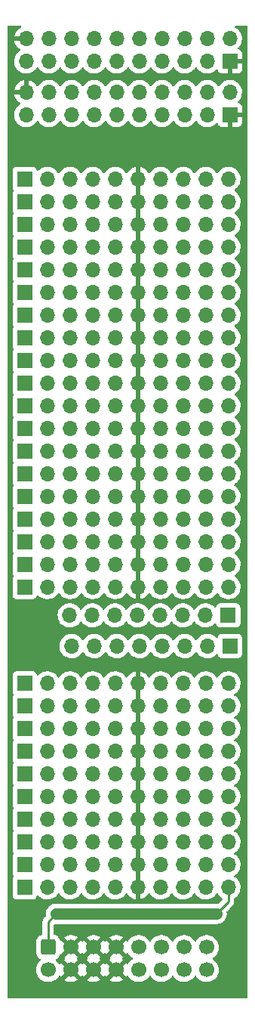
<source format=gbl>
%TF.GenerationSoftware,KiCad,Pcbnew,(6.0.1)*%
%TF.CreationDate,2022-10-19T17:29:48-04:00*%
%TF.ProjectId,ER-PROTO-DB-01,45522d50-524f-4544-9f2d-44422d30312e,1*%
%TF.SameCoordinates,Original*%
%TF.FileFunction,Copper,L2,Bot*%
%TF.FilePolarity,Positive*%
%FSLAX46Y46*%
G04 Gerber Fmt 4.6, Leading zero omitted, Abs format (unit mm)*
G04 Created by KiCad (PCBNEW (6.0.1)) date 2022-10-19 17:29:48*
%MOMM*%
%LPD*%
G01*
G04 APERTURE LIST*
G04 Aperture macros list*
%AMRoundRect*
0 Rectangle with rounded corners*
0 $1 Rounding radius*
0 $2 $3 $4 $5 $6 $7 $8 $9 X,Y pos of 4 corners*
0 Add a 4 corners polygon primitive as box body*
4,1,4,$2,$3,$4,$5,$6,$7,$8,$9,$2,$3,0*
0 Add four circle primitives for the rounded corners*
1,1,$1+$1,$2,$3*
1,1,$1+$1,$4,$5*
1,1,$1+$1,$6,$7*
1,1,$1+$1,$8,$9*
0 Add four rect primitives between the rounded corners*
20,1,$1+$1,$2,$3,$4,$5,0*
20,1,$1+$1,$4,$5,$6,$7,0*
20,1,$1+$1,$6,$7,$8,$9,0*
20,1,$1+$1,$8,$9,$2,$3,0*%
G04 Aperture macros list end*
%TA.AperFunction,ComponentPad*%
%ADD10R,1.700000X1.700000*%
%TD*%
%TA.AperFunction,ComponentPad*%
%ADD11O,1.700000X1.700000*%
%TD*%
%TA.AperFunction,ComponentPad*%
%ADD12RoundRect,0.250000X-0.600000X0.600000X-0.600000X-0.600000X0.600000X-0.600000X0.600000X0.600000X0*%
%TD*%
%TA.AperFunction,ComponentPad*%
%ADD13C,1.700000*%
%TD*%
%TA.AperFunction,Conductor*%
%ADD14C,0.254000*%
%TD*%
%TA.AperFunction,Conductor*%
%ADD15C,1.270000*%
%TD*%
G04 APERTURE END LIST*
D10*
%TO.P,J38,1,Pin_1*%
%TO.N,/VIO_4S*%
X123810000Y-75565000D03*
D11*
%TO.P,J38,2,Pin_2*%
%TO.N,/VIO_4*%
X121270000Y-75565000D03*
%TO.P,J38,3,Pin_3*%
%TO.N,/VI0_2S*%
X118730000Y-75565000D03*
%TO.P,J38,4,Pin_4*%
%TO.N,/VIO_2*%
X116190000Y-75565000D03*
%TO.P,J38,5,Pin_5*%
%TO.N,/VIO_3S*%
X113650000Y-75565000D03*
%TO.P,J38,6,Pin_6*%
%TO.N,/VIO_3*%
X111110000Y-75565000D03*
%TO.P,J38,7,Pin_7*%
%TO.N,/VI0_1S*%
X108570000Y-75565000D03*
%TO.P,J38,8,Pin_8*%
%TO.N,/VI0_1*%
X106030000Y-75565000D03*
%TD*%
D10*
%TO.P,J37,1,Pin_1*%
%TO.N,GND*%
X124000000Y-19500000D03*
D11*
%TO.P,J37,2,Pin_2*%
%TO.N,/POTCW_1*%
X124000000Y-16960000D03*
%TO.P,J37,3,Pin_3*%
%TO.N,/POTW_1*%
X121460000Y-19500000D03*
%TO.P,J37,4,Pin_4*%
%TO.N,/POTCCW_1*%
X121460000Y-16960000D03*
%TO.P,J37,5,Pin_5*%
%TO.N,/POTCW_2*%
X118920000Y-19500000D03*
%TO.P,J37,6,Pin_6*%
%TO.N,/POTW_2*%
X118920000Y-16960000D03*
%TO.P,J37,7,Pin_7*%
%TO.N,/POTCCW_2*%
X116380000Y-19500000D03*
%TO.P,J37,8,Pin_8*%
%TO.N,/POTCW_3*%
X116380000Y-16960000D03*
%TO.P,J37,9,Pin_9*%
%TO.N,/POTW_3*%
X113840000Y-19500000D03*
%TO.P,J37,10,Pin_10*%
%TO.N,/POTCCW_3*%
X113840000Y-16960000D03*
%TO.P,J37,11,Pin_11*%
%TO.N,/POTCW_4*%
X111300000Y-19500000D03*
%TO.P,J37,12,Pin_12*%
%TO.N,/POTW_4*%
X111300000Y-16960000D03*
%TO.P,J37,13,Pin_13*%
%TO.N,/POTCCW_4*%
X108760000Y-19500000D03*
%TO.P,J37,14,Pin_14*%
%TO.N,/POTCW_5*%
X108760000Y-16960000D03*
%TO.P,J37,15,Pin_15*%
%TO.N,/POTW_5*%
X106220000Y-19500000D03*
%TO.P,J37,16,Pin_16*%
%TO.N,/POTCCW_5*%
X106220000Y-16960000D03*
%TO.P,J37,17,Pin_17*%
%TO.N,/POTCW_6*%
X103680000Y-19500000D03*
%TO.P,J37,18,Pin_18*%
%TO.N,/POTW_6*%
X103680000Y-16960000D03*
%TO.P,J37,19,Pin_19*%
%TO.N,/POTCCW_6*%
X101140000Y-19500000D03*
%TO.P,J37,20,Pin_20*%
%TO.N,GND*%
X101140000Y-16960000D03*
%TD*%
D10*
%TO.P,J36,1,Pin_1*%
%TO.N,+12V*%
X100970000Y-31750000D03*
D11*
%TO.P,J36,2,Pin_2*%
%TO.N,Net-(J36-Pad3)*%
X103510000Y-31750000D03*
%TO.P,J36,3,Pin_3*%
X106050000Y-31750000D03*
%TO.P,J36,4,Pin_4*%
X108590000Y-31750000D03*
%TO.P,J36,5,Pin_5*%
%TO.N,+5V*%
X111130000Y-31750000D03*
%TO.P,J36,6,Pin_6*%
%TO.N,GND*%
X113670000Y-31750000D03*
%TO.P,J36,7,Pin_7*%
%TO.N,Net-(J36-Pad9)*%
X116210000Y-31750000D03*
%TO.P,J36,8,Pin_8*%
X118750000Y-31750000D03*
%TO.P,J36,9,Pin_9*%
X121290000Y-31750000D03*
%TO.P,J36,10,Pin_10*%
%TO.N,-12V*%
X123830000Y-31750000D03*
%TD*%
D10*
%TO.P,J35,1,Pin_1*%
%TO.N,+12V*%
X100970000Y-34290000D03*
D11*
%TO.P,J35,2,Pin_2*%
%TO.N,Net-(J35-Pad3)*%
X103510000Y-34290000D03*
%TO.P,J35,3,Pin_3*%
X106050000Y-34290000D03*
%TO.P,J35,4,Pin_4*%
X108590000Y-34290000D03*
%TO.P,J35,5,Pin_5*%
%TO.N,+5V*%
X111130000Y-34290000D03*
%TO.P,J35,6,Pin_6*%
%TO.N,GND*%
X113670000Y-34290000D03*
%TO.P,J35,7,Pin_7*%
%TO.N,Net-(J35-Pad7)*%
X116210000Y-34290000D03*
%TO.P,J35,8,Pin_8*%
X118750000Y-34290000D03*
%TO.P,J35,9,Pin_9*%
X121290000Y-34290000D03*
%TO.P,J35,10,Pin_10*%
%TO.N,-12V*%
X123830000Y-34290000D03*
%TD*%
D10*
%TO.P,J34,1,Pin_1*%
%TO.N,+12V*%
X100965000Y-26670000D03*
D11*
%TO.P,J34,2,Pin_2*%
%TO.N,Net-(J34-Pad2)*%
X103505000Y-26670000D03*
%TO.P,J34,3,Pin_3*%
X106045000Y-26670000D03*
%TO.P,J34,4,Pin_4*%
X108585000Y-26670000D03*
%TO.P,J34,5,Pin_5*%
%TO.N,+5V*%
X111125000Y-26670000D03*
%TO.P,J34,6,Pin_6*%
%TO.N,GND*%
X113665000Y-26670000D03*
%TO.P,J34,7,Pin_7*%
%TO.N,Net-(J34-Pad7)*%
X116205000Y-26670000D03*
%TO.P,J34,8,Pin_8*%
X118745000Y-26670000D03*
%TO.P,J34,9,Pin_9*%
X121285000Y-26670000D03*
%TO.P,J34,10,Pin_10*%
%TO.N,-12V*%
X123825000Y-26670000D03*
%TD*%
D10*
%TO.P,J33,1,Pin_1*%
%TO.N,+12V*%
X100970000Y-29210000D03*
D11*
%TO.P,J33,2,Pin_2*%
%TO.N,Net-(J33-Pad2)*%
X103510000Y-29210000D03*
%TO.P,J33,3,Pin_3*%
X106050000Y-29210000D03*
%TO.P,J33,4,Pin_4*%
X108590000Y-29210000D03*
%TO.P,J33,5,Pin_5*%
%TO.N,+5V*%
X111130000Y-29210000D03*
%TO.P,J33,6,Pin_6*%
%TO.N,GND*%
X113670000Y-29210000D03*
%TO.P,J33,7,Pin_7*%
%TO.N,Net-(J33-Pad8)*%
X116210000Y-29210000D03*
%TO.P,J33,8,Pin_8*%
X118750000Y-29210000D03*
%TO.P,J33,9,Pin_9*%
X121290000Y-29210000D03*
%TO.P,J33,10,Pin_10*%
%TO.N,-12V*%
X123830000Y-29210000D03*
%TD*%
D10*
%TO.P,J32,1,Pin_1*%
%TO.N,+12V*%
X100970000Y-36830000D03*
D11*
%TO.P,J32,2,Pin_2*%
%TO.N,Net-(J32-Pad2)*%
X103510000Y-36830000D03*
%TO.P,J32,3,Pin_3*%
X106050000Y-36830000D03*
%TO.P,J32,4,Pin_4*%
X108590000Y-36830000D03*
%TO.P,J32,5,Pin_5*%
%TO.N,+5V*%
X111130000Y-36830000D03*
%TO.P,J32,6,Pin_6*%
%TO.N,GND*%
X113670000Y-36830000D03*
%TO.P,J32,7,Pin_7*%
%TO.N,Net-(J32-Pad7)*%
X116210000Y-36830000D03*
%TO.P,J32,8,Pin_8*%
X118750000Y-36830000D03*
%TO.P,J32,9,Pin_9*%
X121290000Y-36830000D03*
%TO.P,J32,10,Pin_10*%
%TO.N,-12V*%
X123830000Y-36830000D03*
%TD*%
D10*
%TO.P,J31,1,Pin_1*%
%TO.N,+12V*%
X100970000Y-46990000D03*
D11*
%TO.P,J31,2,Pin_2*%
%TO.N,Net-(J31-Pad2)*%
X103510000Y-46990000D03*
%TO.P,J31,3,Pin_3*%
X106050000Y-46990000D03*
%TO.P,J31,4,Pin_4*%
X108590000Y-46990000D03*
%TO.P,J31,5,Pin_5*%
%TO.N,+5V*%
X111130000Y-46990000D03*
%TO.P,J31,6,Pin_6*%
%TO.N,GND*%
X113670000Y-46990000D03*
%TO.P,J31,7,Pin_7*%
%TO.N,Net-(J31-Pad8)*%
X116210000Y-46990000D03*
%TO.P,J31,8,Pin_8*%
X118750000Y-46990000D03*
%TO.P,J31,9,Pin_9*%
X121290000Y-46990000D03*
%TO.P,J31,10,Pin_10*%
%TO.N,-12V*%
X123830000Y-46990000D03*
%TD*%
D10*
%TO.P,J30,1,Pin_1*%
%TO.N,+12V*%
X100965000Y-59690000D03*
D11*
%TO.P,J30,2,Pin_2*%
%TO.N,Net-(J30-Pad2)*%
X103505000Y-59690000D03*
%TO.P,J30,3,Pin_3*%
X106045000Y-59690000D03*
%TO.P,J30,4,Pin_4*%
X108585000Y-59690000D03*
%TO.P,J30,5,Pin_5*%
%TO.N,+5V*%
X111125000Y-59690000D03*
%TO.P,J30,6,Pin_6*%
%TO.N,GND*%
X113665000Y-59690000D03*
%TO.P,J30,7,Pin_7*%
%TO.N,Net-(J30-Pad7)*%
X116205000Y-59690000D03*
%TO.P,J30,8,Pin_8*%
X118745000Y-59690000D03*
%TO.P,J30,9,Pin_9*%
X121285000Y-59690000D03*
%TO.P,J30,10,Pin_10*%
%TO.N,-12V*%
X123825000Y-59690000D03*
%TD*%
D10*
%TO.P,J29,1,Pin_1*%
%TO.N,+12V*%
X100965000Y-93345000D03*
D11*
%TO.P,J29,2,Pin_2*%
%TO.N,Net-(J29-Pad2)*%
X103505000Y-93345000D03*
%TO.P,J29,3,Pin_3*%
X106045000Y-93345000D03*
%TO.P,J29,4,Pin_4*%
X108585000Y-93345000D03*
%TO.P,J29,5,Pin_5*%
%TO.N,+5V*%
X111125000Y-93345000D03*
%TO.P,J29,6,Pin_6*%
%TO.N,GND*%
X113665000Y-93345000D03*
%TO.P,J29,7,Pin_7*%
%TO.N,Net-(J29-Pad8)*%
X116205000Y-93345000D03*
%TO.P,J29,8,Pin_8*%
X118745000Y-93345000D03*
%TO.P,J29,9,Pin_9*%
X121285000Y-93345000D03*
%TO.P,J29,10,Pin_10*%
%TO.N,-12V*%
X123825000Y-93345000D03*
%TD*%
D10*
%TO.P,J28,1,Pin_1*%
%TO.N,+12V*%
X100965000Y-98425000D03*
D11*
%TO.P,J28,2,Pin_2*%
%TO.N,Net-(J28-Pad2)*%
X103505000Y-98425000D03*
%TO.P,J28,3,Pin_3*%
X106045000Y-98425000D03*
%TO.P,J28,4,Pin_4*%
X108585000Y-98425000D03*
%TO.P,J28,5,Pin_5*%
%TO.N,+5V*%
X111125000Y-98425000D03*
%TO.P,J28,6,Pin_6*%
%TO.N,GND*%
X113665000Y-98425000D03*
%TO.P,J28,7,Pin_7*%
%TO.N,Net-(J28-Pad7)*%
X116205000Y-98425000D03*
%TO.P,J28,8,Pin_8*%
X118745000Y-98425000D03*
%TO.P,J28,9,Pin_9*%
X121285000Y-98425000D03*
%TO.P,J28,10,Pin_10*%
%TO.N,-12V*%
X123825000Y-98425000D03*
%TD*%
D10*
%TO.P,J27,1,Pin_1*%
%TO.N,+12V*%
X100970000Y-52070000D03*
D11*
%TO.P,J27,2,Pin_2*%
%TO.N,Net-(J27-Pad2)*%
X103510000Y-52070000D03*
%TO.P,J27,3,Pin_3*%
X106050000Y-52070000D03*
%TO.P,J27,4,Pin_4*%
X108590000Y-52070000D03*
%TO.P,J27,5,Pin_5*%
%TO.N,+5V*%
X111130000Y-52070000D03*
%TO.P,J27,6,Pin_6*%
%TO.N,GND*%
X113670000Y-52070000D03*
%TO.P,J27,7,Pin_7*%
%TO.N,Net-(J27-Pad7)*%
X116210000Y-52070000D03*
%TO.P,J27,8,Pin_8*%
X118750000Y-52070000D03*
%TO.P,J27,9,Pin_9*%
X121290000Y-52070000D03*
%TO.P,J27,10,Pin_10*%
%TO.N,-12V*%
X123830000Y-52070000D03*
%TD*%
D10*
%TO.P,J26,1,Pin_1*%
%TO.N,+12V*%
X100965000Y-44450000D03*
D11*
%TO.P,J26,2,Pin_2*%
%TO.N,Net-(J26-Pad3)*%
X103505000Y-44450000D03*
%TO.P,J26,3,Pin_3*%
X106045000Y-44450000D03*
%TO.P,J26,4,Pin_4*%
X108585000Y-44450000D03*
%TO.P,J26,5,Pin_5*%
%TO.N,+5V*%
X111125000Y-44450000D03*
%TO.P,J26,6,Pin_6*%
%TO.N,GND*%
X113665000Y-44450000D03*
%TO.P,J26,7,Pin_7*%
%TO.N,Net-(J26-Pad8)*%
X116205000Y-44450000D03*
%TO.P,J26,8,Pin_8*%
X118745000Y-44450000D03*
%TO.P,J26,9,Pin_9*%
X121285000Y-44450000D03*
%TO.P,J26,10,Pin_10*%
%TO.N,-12V*%
X123825000Y-44450000D03*
%TD*%
D10*
%TO.P,J25,1,Pin_1*%
%TO.N,+12V*%
X100970000Y-39370000D03*
D11*
%TO.P,J25,2,Pin_2*%
%TO.N,Net-(J25-Pad2)*%
X103510000Y-39370000D03*
%TO.P,J25,3,Pin_3*%
X106050000Y-39370000D03*
%TO.P,J25,4,Pin_4*%
X108590000Y-39370000D03*
%TO.P,J25,5,Pin_5*%
%TO.N,+5V*%
X111130000Y-39370000D03*
%TO.P,J25,6,Pin_6*%
%TO.N,GND*%
X113670000Y-39370000D03*
%TO.P,J25,7,Pin_7*%
%TO.N,Net-(J25-Pad7)*%
X116210000Y-39370000D03*
%TO.P,J25,8,Pin_8*%
X118750000Y-39370000D03*
%TO.P,J25,9,Pin_9*%
X121290000Y-39370000D03*
%TO.P,J25,10,Pin_10*%
%TO.N,-12V*%
X123830000Y-39370000D03*
%TD*%
D10*
%TO.P,J24,1,Pin_1*%
%TO.N,+12V*%
X100970000Y-72390000D03*
D11*
%TO.P,J24,2,Pin_2*%
%TO.N,Net-(J24-Pad2)*%
X103510000Y-72390000D03*
%TO.P,J24,3,Pin_3*%
X106050000Y-72390000D03*
%TO.P,J24,4,Pin_4*%
X108590000Y-72390000D03*
%TO.P,J24,5,Pin_5*%
%TO.N,+5V*%
X111130000Y-72390000D03*
%TO.P,J24,6,Pin_6*%
%TO.N,GND*%
X113670000Y-72390000D03*
%TO.P,J24,7,Pin_7*%
%TO.N,Net-(J24-Pad8)*%
X116210000Y-72390000D03*
%TO.P,J24,8,Pin_8*%
X118750000Y-72390000D03*
%TO.P,J24,9,Pin_9*%
X121290000Y-72390000D03*
%TO.P,J24,10,Pin_10*%
%TO.N,-12V*%
X123830000Y-72390000D03*
%TD*%
D10*
%TO.P,J23,1,Pin_1*%
%TO.N,+12V*%
X100970000Y-49530000D03*
D11*
%TO.P,J23,2,Pin_2*%
%TO.N,Net-(J23-Pad2)*%
X103510000Y-49530000D03*
%TO.P,J23,3,Pin_3*%
X106050000Y-49530000D03*
%TO.P,J23,4,Pin_4*%
X108590000Y-49530000D03*
%TO.P,J23,5,Pin_5*%
%TO.N,+5V*%
X111130000Y-49530000D03*
%TO.P,J23,6,Pin_6*%
%TO.N,GND*%
X113670000Y-49530000D03*
%TO.P,J23,7,Pin_7*%
%TO.N,Net-(J23-Pad7)*%
X116210000Y-49530000D03*
%TO.P,J23,8,Pin_8*%
X118750000Y-49530000D03*
%TO.P,J23,9,Pin_9*%
X121290000Y-49530000D03*
%TO.P,J23,10,Pin_10*%
%TO.N,-12V*%
X123830000Y-49530000D03*
%TD*%
D10*
%TO.P,J22,1,Pin_1*%
%TO.N,+12V*%
X100965000Y-85725000D03*
D11*
%TO.P,J22,2,Pin_2*%
%TO.N,Net-(J22-Pad3)*%
X103505000Y-85725000D03*
%TO.P,J22,3,Pin_3*%
X106045000Y-85725000D03*
%TO.P,J22,4,Pin_4*%
X108585000Y-85725000D03*
%TO.P,J22,5,Pin_5*%
%TO.N,+5V*%
X111125000Y-85725000D03*
%TO.P,J22,6,Pin_6*%
%TO.N,GND*%
X113665000Y-85725000D03*
%TO.P,J22,7,Pin_7*%
%TO.N,Net-(J22-Pad8)*%
X116205000Y-85725000D03*
%TO.P,J22,8,Pin_8*%
X118745000Y-85725000D03*
%TO.P,J22,9,Pin_9*%
X121285000Y-85725000D03*
%TO.P,J22,10,Pin_10*%
%TO.N,-12V*%
X123825000Y-85725000D03*
%TD*%
D10*
%TO.P,J21,1,Pin_1*%
%TO.N,+12V*%
X100965000Y-100965000D03*
D11*
%TO.P,J21,2,Pin_2*%
%TO.N,Net-(J21-Pad2)*%
X103505000Y-100965000D03*
%TO.P,J21,3,Pin_3*%
X106045000Y-100965000D03*
%TO.P,J21,4,Pin_4*%
X108585000Y-100965000D03*
%TO.P,J21,5,Pin_5*%
%TO.N,+5V*%
X111125000Y-100965000D03*
%TO.P,J21,6,Pin_6*%
%TO.N,GND*%
X113665000Y-100965000D03*
%TO.P,J21,7,Pin_7*%
%TO.N,Net-(J21-Pad8)*%
X116205000Y-100965000D03*
%TO.P,J21,8,Pin_8*%
X118745000Y-100965000D03*
%TO.P,J21,9,Pin_9*%
X121285000Y-100965000D03*
%TO.P,J21,10,Pin_10*%
%TO.N,-12V*%
X123825000Y-100965000D03*
%TD*%
D10*
%TO.P,J20,1,Pin_1*%
%TO.N,+12V*%
X100965000Y-62230000D03*
D11*
%TO.P,J20,2,Pin_2*%
%TO.N,Net-(J20-Pad2)*%
X103505000Y-62230000D03*
%TO.P,J20,3,Pin_3*%
X106045000Y-62230000D03*
%TO.P,J20,4,Pin_4*%
X108585000Y-62230000D03*
%TO.P,J20,5,Pin_5*%
%TO.N,+5V*%
X111125000Y-62230000D03*
%TO.P,J20,6,Pin_6*%
%TO.N,GND*%
X113665000Y-62230000D03*
%TO.P,J20,7,Pin_7*%
%TO.N,Net-(J20-Pad8)*%
X116205000Y-62230000D03*
%TO.P,J20,8,Pin_8*%
X118745000Y-62230000D03*
%TO.P,J20,9,Pin_9*%
X121285000Y-62230000D03*
%TO.P,J20,10,Pin_10*%
%TO.N,-12V*%
X123825000Y-62230000D03*
%TD*%
D10*
%TO.P,J19,1,Pin_1*%
%TO.N,+12V*%
X100970000Y-67310000D03*
D11*
%TO.P,J19,2,Pin_2*%
%TO.N,Net-(J19-Pad2)*%
X103510000Y-67310000D03*
%TO.P,J19,3,Pin_3*%
X106050000Y-67310000D03*
%TO.P,J19,4,Pin_4*%
X108590000Y-67310000D03*
%TO.P,J19,5,Pin_5*%
%TO.N,+5V*%
X111130000Y-67310000D03*
%TO.P,J19,6,Pin_6*%
%TO.N,GND*%
X113670000Y-67310000D03*
%TO.P,J19,7,Pin_7*%
%TO.N,Net-(J19-Pad7)*%
X116210000Y-67310000D03*
%TO.P,J19,8,Pin_8*%
X118750000Y-67310000D03*
%TO.P,J19,9,Pin_9*%
X121290000Y-67310000D03*
%TO.P,J19,10,Pin_10*%
%TO.N,-12V*%
X123830000Y-67310000D03*
%TD*%
D10*
%TO.P,J18,1,Pin_1*%
%TO.N,+12V*%
X100965000Y-57150000D03*
D11*
%TO.P,J18,2,Pin_2*%
%TO.N,Net-(J18-Pad2)*%
X103505000Y-57150000D03*
%TO.P,J18,3,Pin_3*%
X106045000Y-57150000D03*
%TO.P,J18,4,Pin_4*%
X108585000Y-57150000D03*
%TO.P,J18,5,Pin_5*%
%TO.N,+5V*%
X111125000Y-57150000D03*
%TO.P,J18,6,Pin_6*%
%TO.N,GND*%
X113665000Y-57150000D03*
%TO.P,J18,7,Pin_7*%
%TO.N,Net-(J18-Pad8)*%
X116205000Y-57150000D03*
%TO.P,J18,8,Pin_8*%
X118745000Y-57150000D03*
%TO.P,J18,9,Pin_9*%
X121285000Y-57150000D03*
%TO.P,J18,10,Pin_10*%
%TO.N,-12V*%
X123825000Y-57150000D03*
%TD*%
D10*
%TO.P,J17,1,Pin_1*%
%TO.N,+12V*%
X100970000Y-69850000D03*
D11*
%TO.P,J17,2,Pin_2*%
%TO.N,Net-(J17-Pad2)*%
X103510000Y-69850000D03*
%TO.P,J17,3,Pin_3*%
X106050000Y-69850000D03*
%TO.P,J17,4,Pin_4*%
X108590000Y-69850000D03*
%TO.P,J17,5,Pin_5*%
%TO.N,+5V*%
X111130000Y-69850000D03*
%TO.P,J17,6,Pin_6*%
%TO.N,GND*%
X113670000Y-69850000D03*
%TO.P,J17,7,Pin_7*%
%TO.N,Net-(J17-Pad7)*%
X116210000Y-69850000D03*
%TO.P,J17,8,Pin_8*%
X118750000Y-69850000D03*
%TO.P,J17,9,Pin_9*%
X121290000Y-69850000D03*
%TO.P,J17,10,Pin_10*%
%TO.N,-12V*%
X123830000Y-69850000D03*
%TD*%
D10*
%TO.P,J16,1,Pin_1*%
%TO.N,+12V*%
X100970000Y-54610000D03*
D11*
%TO.P,J16,2,Pin_2*%
%TO.N,Net-(J16-Pad2)*%
X103510000Y-54610000D03*
%TO.P,J16,3,Pin_3*%
X106050000Y-54610000D03*
%TO.P,J16,4,Pin_4*%
X108590000Y-54610000D03*
%TO.P,J16,5,Pin_5*%
%TO.N,+5V*%
X111130000Y-54610000D03*
%TO.P,J16,6,Pin_6*%
%TO.N,GND*%
X113670000Y-54610000D03*
%TO.P,J16,7,Pin_7*%
%TO.N,Net-(J16-Pad7)*%
X116210000Y-54610000D03*
%TO.P,J16,8,Pin_8*%
X118750000Y-54610000D03*
%TO.P,J16,9,Pin_9*%
X121290000Y-54610000D03*
%TO.P,J16,10,Pin_10*%
%TO.N,-12V*%
X123830000Y-54610000D03*
%TD*%
D10*
%TO.P,J15,1,Pin_1*%
%TO.N,+12V*%
X100965000Y-88265000D03*
D11*
%TO.P,J15,2,Pin_2*%
%TO.N,Net-(J15-Pad3)*%
X103505000Y-88265000D03*
%TO.P,J15,3,Pin_3*%
X106045000Y-88265000D03*
%TO.P,J15,4,Pin_4*%
X108585000Y-88265000D03*
%TO.P,J15,5,Pin_5*%
%TO.N,+5V*%
X111125000Y-88265000D03*
%TO.P,J15,6,Pin_6*%
%TO.N,GND*%
X113665000Y-88265000D03*
%TO.P,J15,7,Pin_7*%
%TO.N,Net-(J15-Pad8)*%
X116205000Y-88265000D03*
%TO.P,J15,8,Pin_8*%
X118745000Y-88265000D03*
%TO.P,J15,9,Pin_9*%
X121285000Y-88265000D03*
%TO.P,J15,10,Pin_10*%
%TO.N,-12V*%
X123825000Y-88265000D03*
%TD*%
D10*
%TO.P,J14,1,Pin_1*%
%TO.N,+12V*%
X100970000Y-41910000D03*
D11*
%TO.P,J14,2,Pin_2*%
%TO.N,Net-(J14-Pad3)*%
X103510000Y-41910000D03*
%TO.P,J14,3,Pin_3*%
X106050000Y-41910000D03*
%TO.P,J14,4,Pin_4*%
X108590000Y-41910000D03*
%TO.P,J14,5,Pin_5*%
%TO.N,+5V*%
X111130000Y-41910000D03*
%TO.P,J14,6,Pin_6*%
%TO.N,GND*%
X113670000Y-41910000D03*
%TO.P,J14,7,Pin_7*%
%TO.N,Net-(J14-Pad7)*%
X116210000Y-41910000D03*
%TO.P,J14,8,Pin_8*%
X118750000Y-41910000D03*
%TO.P,J14,9,Pin_9*%
X121290000Y-41910000D03*
%TO.P,J14,10,Pin_10*%
%TO.N,-12V*%
X123830000Y-41910000D03*
%TD*%
D10*
%TO.P,J13,1,Pin_1*%
%TO.N,+12V*%
X100965000Y-83185000D03*
D11*
%TO.P,J13,2,Pin_2*%
%TO.N,Net-(J13-Pad2)*%
X103505000Y-83185000D03*
%TO.P,J13,3,Pin_3*%
X106045000Y-83185000D03*
%TO.P,J13,4,Pin_4*%
X108585000Y-83185000D03*
%TO.P,J13,5,Pin_5*%
%TO.N,+5V*%
X111125000Y-83185000D03*
%TO.P,J13,6,Pin_6*%
%TO.N,GND*%
X113665000Y-83185000D03*
%TO.P,J13,7,Pin_7*%
%TO.N,Net-(J13-Pad7)*%
X116205000Y-83185000D03*
%TO.P,J13,8,Pin_8*%
X118745000Y-83185000D03*
%TO.P,J13,9,Pin_9*%
X121285000Y-83185000D03*
%TO.P,J13,10,Pin_10*%
%TO.N,-12V*%
X123825000Y-83185000D03*
%TD*%
D10*
%TO.P,J12,1,Pin_1*%
%TO.N,+12V*%
X100970000Y-64770000D03*
D11*
%TO.P,J12,2,Pin_2*%
%TO.N,Net-(J12-Pad3)*%
X103510000Y-64770000D03*
%TO.P,J12,3,Pin_3*%
X106050000Y-64770000D03*
%TO.P,J12,4,Pin_4*%
X108590000Y-64770000D03*
%TO.P,J12,5,Pin_5*%
%TO.N,+5V*%
X111130000Y-64770000D03*
%TO.P,J12,6,Pin_6*%
%TO.N,GND*%
X113670000Y-64770000D03*
%TO.P,J12,7,Pin_7*%
%TO.N,Net-(J12-Pad8)*%
X116210000Y-64770000D03*
%TO.P,J12,8,Pin_8*%
X118750000Y-64770000D03*
%TO.P,J12,9,Pin_9*%
X121290000Y-64770000D03*
%TO.P,J12,10,Pin_10*%
%TO.N,-12V*%
X123830000Y-64770000D03*
%TD*%
D10*
%TO.P,J11,1,Pin_1*%
%TO.N,+12V*%
X100965000Y-90805000D03*
D11*
%TO.P,J11,2,Pin_2*%
%TO.N,Net-(J11-Pad3)*%
X103505000Y-90805000D03*
%TO.P,J11,3,Pin_3*%
X106045000Y-90805000D03*
%TO.P,J11,4,Pin_4*%
X108585000Y-90805000D03*
%TO.P,J11,5,Pin_5*%
%TO.N,+5V*%
X111125000Y-90805000D03*
%TO.P,J11,6,Pin_6*%
%TO.N,GND*%
X113665000Y-90805000D03*
%TO.P,J11,7,Pin_7*%
%TO.N,Net-(J11-Pad7)*%
X116205000Y-90805000D03*
%TO.P,J11,8,Pin_8*%
X118745000Y-90805000D03*
%TO.P,J11,9,Pin_9*%
X121285000Y-90805000D03*
%TO.P,J11,10,Pin_10*%
%TO.N,-12V*%
X123825000Y-90805000D03*
%TD*%
D10*
%TO.P,J9,1,Pin_1*%
%TO.N,+12V*%
X100965000Y-103505000D03*
D11*
%TO.P,J9,2,Pin_2*%
%TO.N,Net-(J9-Pad2)*%
X103505000Y-103505000D03*
%TO.P,J9,3,Pin_3*%
X106045000Y-103505000D03*
%TO.P,J9,4,Pin_4*%
X108585000Y-103505000D03*
%TO.P,J9,5,Pin_5*%
%TO.N,+5V*%
X111125000Y-103505000D03*
%TO.P,J9,6,Pin_6*%
%TO.N,GND*%
X113665000Y-103505000D03*
%TO.P,J9,7,Pin_7*%
%TO.N,Net-(J9-Pad7)*%
X116205000Y-103505000D03*
%TO.P,J9,8,Pin_8*%
X118745000Y-103505000D03*
%TO.P,J9,9,Pin_9*%
X121285000Y-103505000D03*
%TO.P,J9,10,Pin_10*%
%TO.N,-12V*%
X123825000Y-103505000D03*
%TD*%
D10*
%TO.P,J8,1,Pin_1*%
%TO.N,+12V*%
X100965000Y-95885000D03*
D11*
%TO.P,J8,2,Pin_2*%
%TO.N,Net-(J8-Pad2)*%
X103505000Y-95885000D03*
%TO.P,J8,3,Pin_3*%
X106045000Y-95885000D03*
%TO.P,J8,4,Pin_4*%
X108585000Y-95885000D03*
%TO.P,J8,5,Pin_5*%
%TO.N,+5V*%
X111125000Y-95885000D03*
%TO.P,J8,6,Pin_6*%
%TO.N,GND*%
X113665000Y-95885000D03*
%TO.P,J8,7,Pin_7*%
%TO.N,Net-(J8-Pad8)*%
X116205000Y-95885000D03*
%TO.P,J8,8,Pin_8*%
X118745000Y-95885000D03*
%TO.P,J8,9,Pin_9*%
X121285000Y-95885000D03*
%TO.P,J8,10,Pin_10*%
%TO.N,-12V*%
X123825000Y-95885000D03*
%TD*%
D10*
%TO.P,J7,1,Pin_1*%
%TO.N,+12V*%
X100965000Y-106045000D03*
D11*
%TO.P,J7,2,Pin_2*%
%TO.N,Net-(J7-Pad2)*%
X103505000Y-106045000D03*
%TO.P,J7,3,Pin_3*%
X106045000Y-106045000D03*
%TO.P,J7,4,Pin_4*%
X108585000Y-106045000D03*
%TO.P,J7,5,Pin_5*%
%TO.N,+5V*%
X111125000Y-106045000D03*
%TO.P,J7,6,Pin_6*%
%TO.N,GND*%
X113665000Y-106045000D03*
%TO.P,J7,7,Pin_7*%
%TO.N,Net-(J7-Pad7)*%
X116205000Y-106045000D03*
%TO.P,J7,8,Pin_8*%
X118745000Y-106045000D03*
%TO.P,J7,9,Pin_9*%
X121285000Y-106045000D03*
%TO.P,J7,10,Pin_10*%
%TO.N,-12V*%
X123825000Y-106045000D03*
%TD*%
D12*
%TO.P,J6,1,Pin_1*%
%TO.N,-12V*%
X103610000Y-112747500D03*
D13*
%TO.P,J6,2,Pin_2*%
X103610000Y-115287500D03*
%TO.P,J6,3,Pin_3*%
%TO.N,GND*%
X106150000Y-112747500D03*
%TO.P,J6,4,Pin_4*%
X106150000Y-115287500D03*
%TO.P,J6,5,Pin_5*%
X108690000Y-112747500D03*
%TO.P,J6,6,Pin_6*%
X108690000Y-115287500D03*
%TO.P,J6,7,Pin_7*%
X111230000Y-112747500D03*
%TO.P,J6,8,Pin_8*%
X111230000Y-115287500D03*
%TO.P,J6,9,Pin_9*%
%TO.N,+12V*%
X113770000Y-112747500D03*
%TO.P,J6,10,Pin_10*%
X113770000Y-115287500D03*
%TO.P,J6,11,Pin_11*%
%TO.N,+5V*%
X116310000Y-112747500D03*
%TO.P,J6,12,Pin_12*%
X116310000Y-115287500D03*
%TO.P,J6,13,Pin_13*%
%TO.N,/CV*%
X118850000Y-112747500D03*
%TO.P,J6,14,Pin_14*%
X118850000Y-115287500D03*
%TO.P,J6,15,Pin_15*%
%TO.N,/GATE*%
X121390000Y-112747500D03*
%TO.P,J6,16,Pin_16*%
X121390000Y-115287500D03*
%TD*%
D10*
%TO.P,J5,1,Pin_1*%
%TO.N,GND*%
X124000006Y-13500001D03*
D11*
%TO.P,J5,2,Pin_2*%
%TO.N,/POTCW_1*%
X124000006Y-10960001D03*
%TO.P,J5,3,Pin_3*%
%TO.N,/POTW_1*%
X121460006Y-13500001D03*
%TO.P,J5,4,Pin_4*%
%TO.N,/POTCCW_1*%
X121460006Y-10960001D03*
%TO.P,J5,5,Pin_5*%
%TO.N,/POTCW_2*%
X118920006Y-13500001D03*
%TO.P,J5,6,Pin_6*%
%TO.N,/POTW_2*%
X118920006Y-10960001D03*
%TO.P,J5,7,Pin_7*%
%TO.N,/POTCCW_2*%
X116380006Y-13500001D03*
%TO.P,J5,8,Pin_8*%
%TO.N,/POTCW_3*%
X116380006Y-10960001D03*
%TO.P,J5,9,Pin_9*%
%TO.N,/POTW_3*%
X113840006Y-13500001D03*
%TO.P,J5,10,Pin_10*%
%TO.N,/POTCCW_3*%
X113840006Y-10960001D03*
%TO.P,J5,11,Pin_11*%
%TO.N,/POTCW_4*%
X111300006Y-13500001D03*
%TO.P,J5,12,Pin_12*%
%TO.N,/POTW_4*%
X111300006Y-10960001D03*
%TO.P,J5,13,Pin_13*%
%TO.N,/POTCCW_4*%
X108760006Y-13500001D03*
%TO.P,J5,14,Pin_14*%
%TO.N,/POTCW_5*%
X108760006Y-10960001D03*
%TO.P,J5,15,Pin_15*%
%TO.N,/POTW_5*%
X106220006Y-13500001D03*
%TO.P,J5,16,Pin_16*%
%TO.N,/POTCCW_5*%
X106220006Y-10960001D03*
%TO.P,J5,17,Pin_17*%
%TO.N,/POTCW_6*%
X103680006Y-13500001D03*
%TO.P,J5,18,Pin_18*%
%TO.N,/POTW_6*%
X103680006Y-10960001D03*
%TO.P,J5,19,Pin_19*%
%TO.N,/POTCCW_6*%
X101140006Y-13500001D03*
%TO.P,J5,20,Pin_20*%
%TO.N,GND*%
X101140006Y-10960001D03*
%TD*%
D10*
%TO.P,J10,1,Pin_1*%
%TO.N,/VIO_4S*%
X124000000Y-79000000D03*
D11*
%TO.P,J10,2,Pin_2*%
%TO.N,/VIO_4*%
X121460000Y-79000000D03*
%TO.P,J10,3,Pin_3*%
%TO.N,/VI0_2S*%
X118920000Y-79000000D03*
%TO.P,J10,4,Pin_4*%
%TO.N,/VIO_2*%
X116380000Y-79000000D03*
%TO.P,J10,5,Pin_5*%
%TO.N,/VIO_3S*%
X113840000Y-79000000D03*
%TO.P,J10,6,Pin_6*%
%TO.N,/VIO_3*%
X111300000Y-79000000D03*
%TO.P,J10,7,Pin_7*%
%TO.N,/VI0_1S*%
X108760000Y-79000000D03*
%TO.P,J10,8,Pin_8*%
%TO.N,/VI0_1*%
X106220000Y-79000000D03*
%TD*%
D14*
%TO.N,-12V*%
X122500000Y-109000000D02*
X123825000Y-107675000D01*
X123825000Y-107675000D02*
X123825000Y-106045000D01*
D15*
X104499994Y-109000011D02*
X122500009Y-109000011D01*
D14*
X103610000Y-109890000D02*
X104500000Y-109000000D01*
X103610000Y-112747500D02*
X103610000Y-109890000D01*
%TD*%
%TA.AperFunction,Conductor*%
%TO.N,GND*%
G36*
X100541318Y-9528006D02*
G01*
X100587811Y-9581662D01*
X100597915Y-9651936D01*
X100568421Y-9716516D01*
X100531377Y-9745767D01*
X100418469Y-9804543D01*
X100409744Y-9810037D01*
X100239439Y-9937906D01*
X100231732Y-9944749D01*
X100084596Y-10098718D01*
X100078110Y-10106728D01*
X99958104Y-10282650D01*
X99953006Y-10291624D01*
X99863344Y-10484784D01*
X99859781Y-10494471D01*
X99804395Y-10694184D01*
X99805918Y-10702608D01*
X99818298Y-10706001D01*
X101268006Y-10706001D01*
X101336127Y-10726003D01*
X101382620Y-10779659D01*
X101394006Y-10832001D01*
X101394006Y-11088001D01*
X101374004Y-11156122D01*
X101320348Y-11202615D01*
X101268006Y-11214001D01*
X99823231Y-11214001D01*
X99809700Y-11217974D01*
X99808263Y-11227967D01*
X99838571Y-11362447D01*
X99841651Y-11372276D01*
X99921776Y-11569604D01*
X99926419Y-11578795D01*
X100037700Y-11760389D01*
X100043783Y-11768700D01*
X100183219Y-11929668D01*
X100190586Y-11936884D01*
X100354440Y-12072917D01*
X100362887Y-12078832D01*
X100431975Y-12119204D01*
X100480699Y-12170843D01*
X100493770Y-12240626D01*
X100467039Y-12306397D01*
X100426590Y-12339753D01*
X100413613Y-12346508D01*
X100409480Y-12349611D01*
X100409477Y-12349613D01*
X100326456Y-12411947D01*
X100234971Y-12480636D01*
X100080635Y-12642139D01*
X99954749Y-12826681D01*
X99860694Y-13029306D01*
X99800995Y-13244571D01*
X99777257Y-13466696D01*
X99790116Y-13689716D01*
X99791253Y-13694762D01*
X99791254Y-13694768D01*
X99805612Y-13758476D01*
X99839228Y-13907640D01*
X99923272Y-14114617D01*
X99974948Y-14198945D01*
X100037297Y-14300689D01*
X100039993Y-14305089D01*
X100186256Y-14473939D01*
X100358132Y-14616633D01*
X100551006Y-14729339D01*
X100759698Y-14809031D01*
X100764766Y-14810062D01*
X100764769Y-14810063D01*
X100872023Y-14831884D01*
X100978603Y-14853568D01*
X100983778Y-14853758D01*
X100983780Y-14853758D01*
X101196679Y-14861565D01*
X101196683Y-14861565D01*
X101201843Y-14861754D01*
X101206963Y-14861098D01*
X101206965Y-14861098D01*
X101418294Y-14834026D01*
X101418295Y-14834026D01*
X101423422Y-14833369D01*
X101428372Y-14831884D01*
X101632435Y-14770662D01*
X101632440Y-14770660D01*
X101637390Y-14769175D01*
X101838000Y-14670897D01*
X102019866Y-14541174D01*
X102178102Y-14383490D01*
X102237600Y-14300690D01*
X102308459Y-14202078D01*
X102309782Y-14203029D01*
X102356651Y-14159858D01*
X102426586Y-14147626D01*
X102492032Y-14175145D01*
X102519881Y-14206995D01*
X102579993Y-14305089D01*
X102726256Y-14473939D01*
X102898132Y-14616633D01*
X103091006Y-14729339D01*
X103299698Y-14809031D01*
X103304766Y-14810062D01*
X103304769Y-14810063D01*
X103412023Y-14831884D01*
X103518603Y-14853568D01*
X103523778Y-14853758D01*
X103523780Y-14853758D01*
X103736679Y-14861565D01*
X103736683Y-14861565D01*
X103741843Y-14861754D01*
X103746963Y-14861098D01*
X103746965Y-14861098D01*
X103958294Y-14834026D01*
X103958295Y-14834026D01*
X103963422Y-14833369D01*
X103968372Y-14831884D01*
X104172435Y-14770662D01*
X104172440Y-14770660D01*
X104177390Y-14769175D01*
X104378000Y-14670897D01*
X104559866Y-14541174D01*
X104718102Y-14383490D01*
X104777600Y-14300690D01*
X104848459Y-14202078D01*
X104849782Y-14203029D01*
X104896651Y-14159858D01*
X104966586Y-14147626D01*
X105032032Y-14175145D01*
X105059881Y-14206995D01*
X105119993Y-14305089D01*
X105266256Y-14473939D01*
X105438132Y-14616633D01*
X105631006Y-14729339D01*
X105839698Y-14809031D01*
X105844766Y-14810062D01*
X105844769Y-14810063D01*
X105952023Y-14831884D01*
X106058603Y-14853568D01*
X106063778Y-14853758D01*
X106063780Y-14853758D01*
X106276679Y-14861565D01*
X106276683Y-14861565D01*
X106281843Y-14861754D01*
X106286963Y-14861098D01*
X106286965Y-14861098D01*
X106498294Y-14834026D01*
X106498295Y-14834026D01*
X106503422Y-14833369D01*
X106508372Y-14831884D01*
X106712435Y-14770662D01*
X106712440Y-14770660D01*
X106717390Y-14769175D01*
X106918000Y-14670897D01*
X107099866Y-14541174D01*
X107258102Y-14383490D01*
X107317600Y-14300690D01*
X107388459Y-14202078D01*
X107389782Y-14203029D01*
X107436651Y-14159858D01*
X107506586Y-14147626D01*
X107572032Y-14175145D01*
X107599881Y-14206995D01*
X107659993Y-14305089D01*
X107806256Y-14473939D01*
X107978132Y-14616633D01*
X108171006Y-14729339D01*
X108379698Y-14809031D01*
X108384766Y-14810062D01*
X108384769Y-14810063D01*
X108492023Y-14831884D01*
X108598603Y-14853568D01*
X108603778Y-14853758D01*
X108603780Y-14853758D01*
X108816679Y-14861565D01*
X108816683Y-14861565D01*
X108821843Y-14861754D01*
X108826963Y-14861098D01*
X108826965Y-14861098D01*
X109038294Y-14834026D01*
X109038295Y-14834026D01*
X109043422Y-14833369D01*
X109048372Y-14831884D01*
X109252435Y-14770662D01*
X109252440Y-14770660D01*
X109257390Y-14769175D01*
X109458000Y-14670897D01*
X109639866Y-14541174D01*
X109798102Y-14383490D01*
X109857600Y-14300690D01*
X109928459Y-14202078D01*
X109929782Y-14203029D01*
X109976651Y-14159858D01*
X110046586Y-14147626D01*
X110112032Y-14175145D01*
X110139881Y-14206995D01*
X110199993Y-14305089D01*
X110346256Y-14473939D01*
X110518132Y-14616633D01*
X110711006Y-14729339D01*
X110919698Y-14809031D01*
X110924766Y-14810062D01*
X110924769Y-14810063D01*
X111032023Y-14831884D01*
X111138603Y-14853568D01*
X111143778Y-14853758D01*
X111143780Y-14853758D01*
X111356679Y-14861565D01*
X111356683Y-14861565D01*
X111361843Y-14861754D01*
X111366963Y-14861098D01*
X111366965Y-14861098D01*
X111578294Y-14834026D01*
X111578295Y-14834026D01*
X111583422Y-14833369D01*
X111588372Y-14831884D01*
X111792435Y-14770662D01*
X111792440Y-14770660D01*
X111797390Y-14769175D01*
X111998000Y-14670897D01*
X112179866Y-14541174D01*
X112338102Y-14383490D01*
X112397600Y-14300690D01*
X112468459Y-14202078D01*
X112469782Y-14203029D01*
X112516651Y-14159858D01*
X112586586Y-14147626D01*
X112652032Y-14175145D01*
X112679881Y-14206995D01*
X112739993Y-14305089D01*
X112886256Y-14473939D01*
X113058132Y-14616633D01*
X113251006Y-14729339D01*
X113459698Y-14809031D01*
X113464766Y-14810062D01*
X113464769Y-14810063D01*
X113572023Y-14831884D01*
X113678603Y-14853568D01*
X113683778Y-14853758D01*
X113683780Y-14853758D01*
X113896679Y-14861565D01*
X113896683Y-14861565D01*
X113901843Y-14861754D01*
X113906963Y-14861098D01*
X113906965Y-14861098D01*
X114118294Y-14834026D01*
X114118295Y-14834026D01*
X114123422Y-14833369D01*
X114128372Y-14831884D01*
X114332435Y-14770662D01*
X114332440Y-14770660D01*
X114337390Y-14769175D01*
X114538000Y-14670897D01*
X114719866Y-14541174D01*
X114878102Y-14383490D01*
X114937600Y-14300690D01*
X115008459Y-14202078D01*
X115009782Y-14203029D01*
X115056651Y-14159858D01*
X115126586Y-14147626D01*
X115192032Y-14175145D01*
X115219881Y-14206995D01*
X115279993Y-14305089D01*
X115426256Y-14473939D01*
X115598132Y-14616633D01*
X115791006Y-14729339D01*
X115999698Y-14809031D01*
X116004766Y-14810062D01*
X116004769Y-14810063D01*
X116112023Y-14831884D01*
X116218603Y-14853568D01*
X116223778Y-14853758D01*
X116223780Y-14853758D01*
X116436679Y-14861565D01*
X116436683Y-14861565D01*
X116441843Y-14861754D01*
X116446963Y-14861098D01*
X116446965Y-14861098D01*
X116658294Y-14834026D01*
X116658295Y-14834026D01*
X116663422Y-14833369D01*
X116668372Y-14831884D01*
X116872435Y-14770662D01*
X116872440Y-14770660D01*
X116877390Y-14769175D01*
X117078000Y-14670897D01*
X117259866Y-14541174D01*
X117418102Y-14383490D01*
X117477600Y-14300690D01*
X117548459Y-14202078D01*
X117549782Y-14203029D01*
X117596651Y-14159858D01*
X117666586Y-14147626D01*
X117732032Y-14175145D01*
X117759881Y-14206995D01*
X117819993Y-14305089D01*
X117966256Y-14473939D01*
X118138132Y-14616633D01*
X118331006Y-14729339D01*
X118539698Y-14809031D01*
X118544766Y-14810062D01*
X118544769Y-14810063D01*
X118652023Y-14831884D01*
X118758603Y-14853568D01*
X118763778Y-14853758D01*
X118763780Y-14853758D01*
X118976679Y-14861565D01*
X118976683Y-14861565D01*
X118981843Y-14861754D01*
X118986963Y-14861098D01*
X118986965Y-14861098D01*
X119198294Y-14834026D01*
X119198295Y-14834026D01*
X119203422Y-14833369D01*
X119208372Y-14831884D01*
X119412435Y-14770662D01*
X119412440Y-14770660D01*
X119417390Y-14769175D01*
X119618000Y-14670897D01*
X119799866Y-14541174D01*
X119958102Y-14383490D01*
X120017600Y-14300690D01*
X120088459Y-14202078D01*
X120089782Y-14203029D01*
X120136651Y-14159858D01*
X120206586Y-14147626D01*
X120272032Y-14175145D01*
X120299881Y-14206995D01*
X120359993Y-14305089D01*
X120506256Y-14473939D01*
X120678132Y-14616633D01*
X120871006Y-14729339D01*
X121079698Y-14809031D01*
X121084766Y-14810062D01*
X121084769Y-14810063D01*
X121192023Y-14831884D01*
X121298603Y-14853568D01*
X121303778Y-14853758D01*
X121303780Y-14853758D01*
X121516679Y-14861565D01*
X121516683Y-14861565D01*
X121521843Y-14861754D01*
X121526963Y-14861098D01*
X121526965Y-14861098D01*
X121738294Y-14834026D01*
X121738295Y-14834026D01*
X121743422Y-14833369D01*
X121748372Y-14831884D01*
X121952435Y-14770662D01*
X121952440Y-14770660D01*
X121957390Y-14769175D01*
X122158000Y-14670897D01*
X122339866Y-14541174D01*
X122407337Y-14473939D01*
X122448485Y-14432934D01*
X122510857Y-14399018D01*
X122581664Y-14404206D01*
X122638425Y-14446852D01*
X122655407Y-14477955D01*
X122696682Y-14588055D01*
X122705220Y-14603650D01*
X122781721Y-14705725D01*
X122794282Y-14718286D01*
X122896357Y-14794787D01*
X122911952Y-14803325D01*
X123032400Y-14848479D01*
X123047655Y-14852106D01*
X123098520Y-14857632D01*
X123105334Y-14858001D01*
X123727891Y-14858001D01*
X123743130Y-14853526D01*
X123744335Y-14852136D01*
X123746006Y-14844453D01*
X123746006Y-14839885D01*
X124254006Y-14839885D01*
X124258481Y-14855124D01*
X124259871Y-14856329D01*
X124267554Y-14858000D01*
X124894675Y-14858000D01*
X124901496Y-14857630D01*
X124952358Y-14852106D01*
X124967610Y-14848480D01*
X125088060Y-14803325D01*
X125103655Y-14794787D01*
X125205730Y-14718286D01*
X125218291Y-14705725D01*
X125294792Y-14603650D01*
X125303330Y-14588055D01*
X125348484Y-14467607D01*
X125352111Y-14452352D01*
X125357637Y-14401487D01*
X125358006Y-14394673D01*
X125358006Y-13772116D01*
X125353531Y-13756877D01*
X125352141Y-13755672D01*
X125344458Y-13754001D01*
X124272121Y-13754001D01*
X124256882Y-13758476D01*
X124255677Y-13759866D01*
X124254006Y-13767549D01*
X124254006Y-14839885D01*
X123746006Y-14839885D01*
X123746006Y-13372001D01*
X123766008Y-13303880D01*
X123819664Y-13257387D01*
X123872006Y-13246001D01*
X125339890Y-13246001D01*
X125355129Y-13241526D01*
X125356334Y-13240136D01*
X125358005Y-13232453D01*
X125358005Y-12605332D01*
X125357635Y-12598511D01*
X125352111Y-12547649D01*
X125348485Y-12532397D01*
X125303330Y-12411947D01*
X125294792Y-12396352D01*
X125218291Y-12294277D01*
X125205730Y-12281716D01*
X125103655Y-12205215D01*
X125088060Y-12196677D01*
X124977819Y-12155349D01*
X124921055Y-12112707D01*
X124896355Y-12046146D01*
X124911563Y-11976797D01*
X124933110Y-11948116D01*
X125034436Y-11847145D01*
X125034446Y-11847133D01*
X125038102Y-11843490D01*
X125168459Y-11662078D01*
X125182001Y-11634679D01*
X125265142Y-11466454D01*
X125265143Y-11466452D01*
X125267436Y-11461812D01*
X125332376Y-11248070D01*
X125361535Y-11026591D01*
X125363162Y-10960001D01*
X125344858Y-10737362D01*
X125290437Y-10520703D01*
X125201360Y-10315841D01*
X125080020Y-10128278D01*
X124929676Y-9963052D01*
X124925625Y-9959853D01*
X124925621Y-9959849D01*
X124758420Y-9827801D01*
X124758416Y-9827799D01*
X124754365Y-9824599D01*
X124608925Y-9744312D01*
X124558956Y-9693880D01*
X124544184Y-9624437D01*
X124569300Y-9558032D01*
X124626331Y-9515747D01*
X124669820Y-9508004D01*
X125866000Y-9508004D01*
X125934121Y-9528006D01*
X125980614Y-9581662D01*
X125992000Y-9634004D01*
X125992000Y-118366004D01*
X125971998Y-118434125D01*
X125918342Y-118480618D01*
X125866000Y-118492004D01*
X99134000Y-118492004D01*
X99065879Y-118472002D01*
X99019386Y-118418346D01*
X99008000Y-118366004D01*
X99008000Y-115254195D01*
X102247251Y-115254195D01*
X102247548Y-115259348D01*
X102247548Y-115259351D01*
X102253011Y-115354090D01*
X102260110Y-115477215D01*
X102261247Y-115482261D01*
X102261248Y-115482267D01*
X102281119Y-115570439D01*
X102309222Y-115695139D01*
X102393266Y-115902116D01*
X102444019Y-115984938D01*
X102507291Y-116088188D01*
X102509987Y-116092588D01*
X102656250Y-116261438D01*
X102828126Y-116404132D01*
X103021000Y-116516838D01*
X103229692Y-116596530D01*
X103234760Y-116597561D01*
X103234763Y-116597562D01*
X103339604Y-116618892D01*
X103448597Y-116641067D01*
X103453772Y-116641257D01*
X103453774Y-116641257D01*
X103666673Y-116649064D01*
X103666677Y-116649064D01*
X103671837Y-116649253D01*
X103676957Y-116648597D01*
X103676959Y-116648597D01*
X103888288Y-116621525D01*
X103888289Y-116621525D01*
X103893416Y-116620868D01*
X103898366Y-116619383D01*
X104102429Y-116558161D01*
X104102434Y-116558159D01*
X104107384Y-116556674D01*
X104307994Y-116458396D01*
X104372544Y-116412353D01*
X105389977Y-116412353D01*
X105395258Y-116419407D01*
X105556756Y-116513779D01*
X105566042Y-116518229D01*
X105765001Y-116594203D01*
X105774899Y-116597079D01*
X105983595Y-116639538D01*
X105993823Y-116640757D01*
X106206650Y-116648562D01*
X106216936Y-116648095D01*
X106428185Y-116621034D01*
X106438262Y-116618892D01*
X106642255Y-116557691D01*
X106651842Y-116553933D01*
X106843098Y-116460238D01*
X106851944Y-116454965D01*
X106899247Y-116421223D01*
X106906211Y-116412353D01*
X107929977Y-116412353D01*
X107935258Y-116419407D01*
X108096756Y-116513779D01*
X108106042Y-116518229D01*
X108305001Y-116594203D01*
X108314899Y-116597079D01*
X108523595Y-116639538D01*
X108533823Y-116640757D01*
X108746650Y-116648562D01*
X108756936Y-116648095D01*
X108968185Y-116621034D01*
X108978262Y-116618892D01*
X109182255Y-116557691D01*
X109191842Y-116553933D01*
X109383098Y-116460238D01*
X109391944Y-116454965D01*
X109439247Y-116421223D01*
X109446211Y-116412353D01*
X110469977Y-116412353D01*
X110475258Y-116419407D01*
X110636756Y-116513779D01*
X110646042Y-116518229D01*
X110845001Y-116594203D01*
X110854899Y-116597079D01*
X111063595Y-116639538D01*
X111073823Y-116640757D01*
X111286650Y-116648562D01*
X111296936Y-116648095D01*
X111508185Y-116621034D01*
X111518262Y-116618892D01*
X111722255Y-116557691D01*
X111731842Y-116553933D01*
X111923098Y-116460238D01*
X111931944Y-116454965D01*
X111979247Y-116421223D01*
X111987648Y-116410523D01*
X111980660Y-116397370D01*
X111242812Y-115659522D01*
X111228868Y-115651908D01*
X111227035Y-115652039D01*
X111220420Y-115656290D01*
X110476737Y-116399973D01*
X110469977Y-116412353D01*
X109446211Y-116412353D01*
X109447648Y-116410523D01*
X109440660Y-116397370D01*
X108702812Y-115659522D01*
X108688868Y-115651908D01*
X108687035Y-115652039D01*
X108680420Y-115656290D01*
X107936737Y-116399973D01*
X107929977Y-116412353D01*
X106906211Y-116412353D01*
X106907648Y-116410523D01*
X106900660Y-116397370D01*
X106162812Y-115659522D01*
X106148868Y-115651908D01*
X106147035Y-115652039D01*
X106140420Y-115656290D01*
X105396737Y-116399973D01*
X105389977Y-116412353D01*
X104372544Y-116412353D01*
X104489860Y-116328673D01*
X104648096Y-116170989D01*
X104707594Y-116088189D01*
X104778453Y-115989577D01*
X104779640Y-115990430D01*
X104826960Y-115946862D01*
X104896897Y-115934645D01*
X104962338Y-115962178D01*
X104990166Y-115994012D01*
X105016459Y-116036919D01*
X105026916Y-116046380D01*
X105035694Y-116042596D01*
X105777978Y-115300312D01*
X105784356Y-115288632D01*
X106514408Y-115288632D01*
X106514539Y-115290465D01*
X106518790Y-115297080D01*
X107260474Y-116038764D01*
X107272484Y-116045323D01*
X107284223Y-116036355D01*
X107318022Y-115989319D01*
X107319149Y-115990129D01*
X107366659Y-115946381D01*
X107436596Y-115934161D01*
X107502038Y-115961691D01*
X107529870Y-115993529D01*
X107556459Y-116036919D01*
X107566916Y-116046380D01*
X107575694Y-116042596D01*
X108317978Y-115300312D01*
X108324356Y-115288632D01*
X109054408Y-115288632D01*
X109054539Y-115290465D01*
X109058790Y-115297080D01*
X109800474Y-116038764D01*
X109812484Y-116045323D01*
X109824223Y-116036355D01*
X109858022Y-115989319D01*
X109859149Y-115990129D01*
X109906659Y-115946381D01*
X109976596Y-115934161D01*
X110042038Y-115961691D01*
X110069870Y-115993529D01*
X110096459Y-116036919D01*
X110106916Y-116046380D01*
X110115694Y-116042596D01*
X110857978Y-115300312D01*
X110864356Y-115288632D01*
X111594408Y-115288632D01*
X111594539Y-115290465D01*
X111598790Y-115297080D01*
X112340474Y-116038764D01*
X112352484Y-116045323D01*
X112364223Y-116036355D01*
X112398022Y-115989319D01*
X112399277Y-115990221D01*
X112446391Y-115946855D01*
X112516330Y-115934648D01*
X112581767Y-115962191D01*
X112609580Y-115994013D01*
X112667287Y-116088183D01*
X112667291Y-116088188D01*
X112669987Y-116092588D01*
X112816250Y-116261438D01*
X112988126Y-116404132D01*
X113181000Y-116516838D01*
X113389692Y-116596530D01*
X113394760Y-116597561D01*
X113394763Y-116597562D01*
X113499604Y-116618892D01*
X113608597Y-116641067D01*
X113613772Y-116641257D01*
X113613774Y-116641257D01*
X113826673Y-116649064D01*
X113826677Y-116649064D01*
X113831837Y-116649253D01*
X113836957Y-116648597D01*
X113836959Y-116648597D01*
X114048288Y-116621525D01*
X114048289Y-116621525D01*
X114053416Y-116620868D01*
X114058366Y-116619383D01*
X114262429Y-116558161D01*
X114262434Y-116558159D01*
X114267384Y-116556674D01*
X114467994Y-116458396D01*
X114649860Y-116328673D01*
X114808096Y-116170989D01*
X114867594Y-116088189D01*
X114938453Y-115989577D01*
X114939776Y-115990528D01*
X114986645Y-115947357D01*
X115056580Y-115935125D01*
X115122026Y-115962644D01*
X115149875Y-115994494D01*
X115209987Y-116092588D01*
X115356250Y-116261438D01*
X115528126Y-116404132D01*
X115721000Y-116516838D01*
X115929692Y-116596530D01*
X115934760Y-116597561D01*
X115934763Y-116597562D01*
X116039604Y-116618892D01*
X116148597Y-116641067D01*
X116153772Y-116641257D01*
X116153774Y-116641257D01*
X116366673Y-116649064D01*
X116366677Y-116649064D01*
X116371837Y-116649253D01*
X116376957Y-116648597D01*
X116376959Y-116648597D01*
X116588288Y-116621525D01*
X116588289Y-116621525D01*
X116593416Y-116620868D01*
X116598366Y-116619383D01*
X116802429Y-116558161D01*
X116802434Y-116558159D01*
X116807384Y-116556674D01*
X117007994Y-116458396D01*
X117189860Y-116328673D01*
X117348096Y-116170989D01*
X117407594Y-116088189D01*
X117478453Y-115989577D01*
X117479776Y-115990528D01*
X117526645Y-115947357D01*
X117596580Y-115935125D01*
X117662026Y-115962644D01*
X117689875Y-115994494D01*
X117749987Y-116092588D01*
X117896250Y-116261438D01*
X118068126Y-116404132D01*
X118261000Y-116516838D01*
X118469692Y-116596530D01*
X118474760Y-116597561D01*
X118474763Y-116597562D01*
X118579604Y-116618892D01*
X118688597Y-116641067D01*
X118693772Y-116641257D01*
X118693774Y-116641257D01*
X118906673Y-116649064D01*
X118906677Y-116649064D01*
X118911837Y-116649253D01*
X118916957Y-116648597D01*
X118916959Y-116648597D01*
X119128288Y-116621525D01*
X119128289Y-116621525D01*
X119133416Y-116620868D01*
X119138366Y-116619383D01*
X119342429Y-116558161D01*
X119342434Y-116558159D01*
X119347384Y-116556674D01*
X119547994Y-116458396D01*
X119729860Y-116328673D01*
X119888096Y-116170989D01*
X119947594Y-116088189D01*
X120018453Y-115989577D01*
X120019776Y-115990528D01*
X120066645Y-115947357D01*
X120136580Y-115935125D01*
X120202026Y-115962644D01*
X120229875Y-115994494D01*
X120289987Y-116092588D01*
X120436250Y-116261438D01*
X120608126Y-116404132D01*
X120801000Y-116516838D01*
X121009692Y-116596530D01*
X121014760Y-116597561D01*
X121014763Y-116597562D01*
X121119604Y-116618892D01*
X121228597Y-116641067D01*
X121233772Y-116641257D01*
X121233774Y-116641257D01*
X121446673Y-116649064D01*
X121446677Y-116649064D01*
X121451837Y-116649253D01*
X121456957Y-116648597D01*
X121456959Y-116648597D01*
X121668288Y-116621525D01*
X121668289Y-116621525D01*
X121673416Y-116620868D01*
X121678366Y-116619383D01*
X121882429Y-116558161D01*
X121882434Y-116558159D01*
X121887384Y-116556674D01*
X122087994Y-116458396D01*
X122269860Y-116328673D01*
X122428096Y-116170989D01*
X122487594Y-116088189D01*
X122555435Y-115993777D01*
X122558453Y-115989577D01*
X122571995Y-115962178D01*
X122655136Y-115793953D01*
X122655137Y-115793951D01*
X122657430Y-115789311D01*
X122722370Y-115575569D01*
X122751529Y-115354090D01*
X122753156Y-115287500D01*
X122734852Y-115064861D01*
X122680431Y-114848202D01*
X122591354Y-114643340D01*
X122470014Y-114455777D01*
X122319670Y-114290551D01*
X122315616Y-114287349D01*
X122315615Y-114287348D01*
X122148414Y-114155300D01*
X122148410Y-114155298D01*
X122144359Y-114152098D01*
X122103053Y-114129296D01*
X122053084Y-114078864D01*
X122038312Y-114009421D01*
X122063428Y-113943016D01*
X122090780Y-113916409D01*
X122155110Y-113870523D01*
X122269860Y-113788673D01*
X122428096Y-113630989D01*
X122558453Y-113449577D01*
X122579320Y-113407357D01*
X122655136Y-113253953D01*
X122655137Y-113253951D01*
X122657430Y-113249311D01*
X122722370Y-113035569D01*
X122751529Y-112814090D01*
X122753156Y-112747500D01*
X122734852Y-112524861D01*
X122680431Y-112308202D01*
X122591354Y-112103340D01*
X122506196Y-111971706D01*
X122472822Y-111920117D01*
X122472820Y-111920114D01*
X122470014Y-111915777D01*
X122319670Y-111750551D01*
X122315619Y-111747352D01*
X122315615Y-111747348D01*
X122148414Y-111615300D01*
X122148410Y-111615298D01*
X122144359Y-111612098D01*
X121948789Y-111504138D01*
X121943920Y-111502414D01*
X121943916Y-111502412D01*
X121743087Y-111431295D01*
X121743083Y-111431294D01*
X121738212Y-111429569D01*
X121733119Y-111428662D01*
X121733116Y-111428661D01*
X121523373Y-111391300D01*
X121523367Y-111391299D01*
X121518284Y-111390394D01*
X121444452Y-111389492D01*
X121300081Y-111387728D01*
X121300079Y-111387728D01*
X121294911Y-111387665D01*
X121074091Y-111421455D01*
X120861756Y-111490857D01*
X120783455Y-111531618D01*
X120741678Y-111553366D01*
X120663607Y-111594007D01*
X120659474Y-111597110D01*
X120659471Y-111597112D01*
X120489100Y-111725030D01*
X120484965Y-111728135D01*
X120481393Y-111731873D01*
X120398580Y-111818532D01*
X120330629Y-111889638D01*
X120223201Y-112047121D01*
X120168293Y-112092121D01*
X120097768Y-112100292D01*
X120034021Y-112069038D01*
X120013324Y-112044554D01*
X119932822Y-111920117D01*
X119932820Y-111920114D01*
X119930014Y-111915777D01*
X119779670Y-111750551D01*
X119775619Y-111747352D01*
X119775615Y-111747348D01*
X119608414Y-111615300D01*
X119608410Y-111615298D01*
X119604359Y-111612098D01*
X119408789Y-111504138D01*
X119403920Y-111502414D01*
X119403916Y-111502412D01*
X119203087Y-111431295D01*
X119203083Y-111431294D01*
X119198212Y-111429569D01*
X119193119Y-111428662D01*
X119193116Y-111428661D01*
X118983373Y-111391300D01*
X118983367Y-111391299D01*
X118978284Y-111390394D01*
X118904452Y-111389492D01*
X118760081Y-111387728D01*
X118760079Y-111387728D01*
X118754911Y-111387665D01*
X118534091Y-111421455D01*
X118321756Y-111490857D01*
X118243455Y-111531618D01*
X118201678Y-111553366D01*
X118123607Y-111594007D01*
X118119474Y-111597110D01*
X118119471Y-111597112D01*
X117949100Y-111725030D01*
X117944965Y-111728135D01*
X117941393Y-111731873D01*
X117858580Y-111818532D01*
X117790629Y-111889638D01*
X117683201Y-112047121D01*
X117628293Y-112092121D01*
X117557768Y-112100292D01*
X117494021Y-112069038D01*
X117473324Y-112044554D01*
X117392822Y-111920117D01*
X117392820Y-111920114D01*
X117390014Y-111915777D01*
X117239670Y-111750551D01*
X117235619Y-111747352D01*
X117235615Y-111747348D01*
X117068414Y-111615300D01*
X117068410Y-111615298D01*
X117064359Y-111612098D01*
X116868789Y-111504138D01*
X116863920Y-111502414D01*
X116863916Y-111502412D01*
X116663087Y-111431295D01*
X116663083Y-111431294D01*
X116658212Y-111429569D01*
X116653119Y-111428662D01*
X116653116Y-111428661D01*
X116443373Y-111391300D01*
X116443367Y-111391299D01*
X116438284Y-111390394D01*
X116364452Y-111389492D01*
X116220081Y-111387728D01*
X116220079Y-111387728D01*
X116214911Y-111387665D01*
X115994091Y-111421455D01*
X115781756Y-111490857D01*
X115703455Y-111531618D01*
X115661678Y-111553366D01*
X115583607Y-111594007D01*
X115579474Y-111597110D01*
X115579471Y-111597112D01*
X115409100Y-111725030D01*
X115404965Y-111728135D01*
X115401393Y-111731873D01*
X115318580Y-111818532D01*
X115250629Y-111889638D01*
X115143201Y-112047121D01*
X115088293Y-112092121D01*
X115017768Y-112100292D01*
X114954021Y-112069038D01*
X114933324Y-112044554D01*
X114852822Y-111920117D01*
X114852820Y-111920114D01*
X114850014Y-111915777D01*
X114699670Y-111750551D01*
X114695619Y-111747352D01*
X114695615Y-111747348D01*
X114528414Y-111615300D01*
X114528410Y-111615298D01*
X114524359Y-111612098D01*
X114328789Y-111504138D01*
X114323920Y-111502414D01*
X114323916Y-111502412D01*
X114123087Y-111431295D01*
X114123083Y-111431294D01*
X114118212Y-111429569D01*
X114113119Y-111428662D01*
X114113116Y-111428661D01*
X113903373Y-111391300D01*
X113903367Y-111391299D01*
X113898284Y-111390394D01*
X113824452Y-111389492D01*
X113680081Y-111387728D01*
X113680079Y-111387728D01*
X113674911Y-111387665D01*
X113454091Y-111421455D01*
X113241756Y-111490857D01*
X113163455Y-111531618D01*
X113121678Y-111553366D01*
X113043607Y-111594007D01*
X113039474Y-111597110D01*
X113039471Y-111597112D01*
X112869100Y-111725030D01*
X112864965Y-111728135D01*
X112861393Y-111731873D01*
X112778580Y-111818532D01*
X112710629Y-111889638D01*
X112603204Y-112047118D01*
X112602898Y-112047566D01*
X112547987Y-112092569D01*
X112477462Y-112100740D01*
X112413715Y-112069486D01*
X112393017Y-112045001D01*
X112363062Y-111998697D01*
X112352377Y-111989495D01*
X112342812Y-111993898D01*
X111602022Y-112734688D01*
X111594408Y-112748632D01*
X111594539Y-112750465D01*
X111598790Y-112757080D01*
X112340474Y-113498764D01*
X112352484Y-113505323D01*
X112364223Y-113496355D01*
X112398022Y-113449319D01*
X112399277Y-113450221D01*
X112446391Y-113406855D01*
X112516330Y-113394648D01*
X112581767Y-113422191D01*
X112609580Y-113454013D01*
X112667287Y-113548183D01*
X112667291Y-113548188D01*
X112669987Y-113552588D01*
X112816250Y-113721438D01*
X112988126Y-113864132D01*
X112999063Y-113870523D01*
X113061445Y-113906976D01*
X113110169Y-113958614D01*
X113123240Y-114028397D01*
X113096509Y-114094169D01*
X113056055Y-114127527D01*
X113043607Y-114134007D01*
X113039474Y-114137110D01*
X113039471Y-114137112D01*
X112869100Y-114265030D01*
X112864965Y-114268135D01*
X112710629Y-114429638D01*
X112603204Y-114587118D01*
X112602898Y-114587566D01*
X112547987Y-114632569D01*
X112477462Y-114640740D01*
X112413715Y-114609486D01*
X112393017Y-114585001D01*
X112363062Y-114538697D01*
X112352377Y-114529495D01*
X112342812Y-114533898D01*
X111602022Y-115274688D01*
X111594408Y-115288632D01*
X110864356Y-115288632D01*
X110865592Y-115286368D01*
X110865461Y-115284535D01*
X110861210Y-115277920D01*
X110119849Y-114536559D01*
X110108313Y-114530259D01*
X110096028Y-114539884D01*
X110063192Y-114588020D01*
X110008281Y-114633023D01*
X109937756Y-114641194D01*
X109874009Y-114609940D01*
X109853311Y-114585455D01*
X109823062Y-114538697D01*
X109812377Y-114529495D01*
X109802812Y-114533898D01*
X109062022Y-115274688D01*
X109054408Y-115288632D01*
X108324356Y-115288632D01*
X108325592Y-115286368D01*
X108325461Y-115284535D01*
X108321210Y-115277920D01*
X107579849Y-114536559D01*
X107568313Y-114530259D01*
X107556028Y-114539884D01*
X107523192Y-114588020D01*
X107468281Y-114633023D01*
X107397756Y-114641194D01*
X107334009Y-114609940D01*
X107313311Y-114585455D01*
X107283062Y-114538697D01*
X107272377Y-114529495D01*
X107262812Y-114533898D01*
X106522022Y-115274688D01*
X106514408Y-115288632D01*
X105784356Y-115288632D01*
X105785592Y-115286368D01*
X105785461Y-115284535D01*
X105781210Y-115277920D01*
X105039849Y-114536559D01*
X105028313Y-114530259D01*
X105016031Y-114539882D01*
X104983499Y-114587572D01*
X104928587Y-114632575D01*
X104858063Y-114640746D01*
X104794316Y-114609492D01*
X104773618Y-114585008D01*
X104692822Y-114460117D01*
X104692820Y-114460114D01*
X104690014Y-114455777D01*
X104539670Y-114290551D01*
X104497006Y-114256857D01*
X104455944Y-114198941D01*
X104452712Y-114128018D01*
X104488337Y-114066607D01*
X104521647Y-114043876D01*
X104527007Y-114041365D01*
X104533946Y-114039050D01*
X104684348Y-113945978D01*
X104757845Y-113872353D01*
X105389977Y-113872353D01*
X105395258Y-113879407D01*
X105442479Y-113907001D01*
X105491203Y-113958639D01*
X105504274Y-114028422D01*
X105477543Y-114094194D01*
X105437087Y-114127553D01*
X105428466Y-114132041D01*
X105419734Y-114137539D01*
X105399677Y-114152599D01*
X105391223Y-114163927D01*
X105397968Y-114176258D01*
X106137188Y-114915478D01*
X106151132Y-114923092D01*
X106152965Y-114922961D01*
X106159580Y-114918710D01*
X106903389Y-114174901D01*
X106910410Y-114162044D01*
X106903611Y-114152713D01*
X106899559Y-114150021D01*
X106862116Y-114129352D01*
X106812145Y-114078920D01*
X106797373Y-114009477D01*
X106822489Y-113943072D01*
X106849840Y-113916465D01*
X106899247Y-113881223D01*
X106906211Y-113872353D01*
X107929977Y-113872353D01*
X107935258Y-113879407D01*
X107982479Y-113907001D01*
X108031203Y-113958639D01*
X108044274Y-114028422D01*
X108017543Y-114094194D01*
X107977087Y-114127553D01*
X107968466Y-114132041D01*
X107959734Y-114137539D01*
X107939677Y-114152599D01*
X107931223Y-114163927D01*
X107937968Y-114176258D01*
X108677188Y-114915478D01*
X108691132Y-114923092D01*
X108692965Y-114922961D01*
X108699580Y-114918710D01*
X109443389Y-114174901D01*
X109450410Y-114162044D01*
X109443611Y-114152713D01*
X109439559Y-114150021D01*
X109402116Y-114129352D01*
X109352145Y-114078920D01*
X109337373Y-114009477D01*
X109362489Y-113943072D01*
X109389840Y-113916465D01*
X109439247Y-113881223D01*
X109446211Y-113872353D01*
X110469977Y-113872353D01*
X110475258Y-113879407D01*
X110522479Y-113907001D01*
X110571203Y-113958639D01*
X110584274Y-114028422D01*
X110557543Y-114094194D01*
X110517087Y-114127553D01*
X110508466Y-114132041D01*
X110499734Y-114137539D01*
X110479677Y-114152599D01*
X110471223Y-114163927D01*
X110477968Y-114176258D01*
X111217188Y-114915478D01*
X111231132Y-114923092D01*
X111232965Y-114922961D01*
X111239580Y-114918710D01*
X111983389Y-114174901D01*
X111990410Y-114162044D01*
X111983611Y-114152713D01*
X111979559Y-114150021D01*
X111942116Y-114129352D01*
X111892145Y-114078920D01*
X111877373Y-114009477D01*
X111902489Y-113943072D01*
X111929840Y-113916465D01*
X111979247Y-113881223D01*
X111987648Y-113870523D01*
X111980660Y-113857370D01*
X111242812Y-113119522D01*
X111228868Y-113111908D01*
X111227035Y-113112039D01*
X111220420Y-113116290D01*
X110476737Y-113859973D01*
X110469977Y-113872353D01*
X109446211Y-113872353D01*
X109447648Y-113870523D01*
X109440660Y-113857370D01*
X108702812Y-113119522D01*
X108688868Y-113111908D01*
X108687035Y-113112039D01*
X108680420Y-113116290D01*
X107936737Y-113859973D01*
X107929977Y-113872353D01*
X106906211Y-113872353D01*
X106907648Y-113870523D01*
X106900660Y-113857370D01*
X106162812Y-113119522D01*
X106148868Y-113111908D01*
X106147035Y-113112039D01*
X106140420Y-113116290D01*
X105396737Y-113859973D01*
X105389977Y-113872353D01*
X104757845Y-113872353D01*
X104809305Y-113820803D01*
X104831357Y-113785029D01*
X104898275Y-113676468D01*
X104898276Y-113676466D01*
X104902115Y-113670238D01*
X104926913Y-113595475D01*
X104967342Y-113537116D01*
X104996630Y-113519434D01*
X105035694Y-113502596D01*
X105777978Y-112760312D01*
X105784356Y-112748632D01*
X106514408Y-112748632D01*
X106514539Y-112750465D01*
X106518790Y-112757080D01*
X107260474Y-113498764D01*
X107272484Y-113505323D01*
X107284223Y-113496355D01*
X107318022Y-113449319D01*
X107319149Y-113450129D01*
X107366659Y-113406381D01*
X107436596Y-113394161D01*
X107502038Y-113421691D01*
X107529870Y-113453529D01*
X107556459Y-113496919D01*
X107566916Y-113506380D01*
X107575694Y-113502596D01*
X108317978Y-112760312D01*
X108324356Y-112748632D01*
X109054408Y-112748632D01*
X109054539Y-112750465D01*
X109058790Y-112757080D01*
X109800474Y-113498764D01*
X109812484Y-113505323D01*
X109824223Y-113496355D01*
X109858022Y-113449319D01*
X109859149Y-113450129D01*
X109906659Y-113406381D01*
X109976596Y-113394161D01*
X110042038Y-113421691D01*
X110069870Y-113453529D01*
X110096459Y-113496919D01*
X110106916Y-113506380D01*
X110115694Y-113502596D01*
X110857978Y-112760312D01*
X110865592Y-112746368D01*
X110865461Y-112744535D01*
X110861210Y-112737920D01*
X110119849Y-111996559D01*
X110108313Y-111990259D01*
X110096028Y-111999884D01*
X110063192Y-112048020D01*
X110008281Y-112093023D01*
X109937756Y-112101194D01*
X109874009Y-112069940D01*
X109853311Y-112045455D01*
X109823062Y-111998697D01*
X109812377Y-111989495D01*
X109802812Y-111993898D01*
X109062022Y-112734688D01*
X109054408Y-112748632D01*
X108324356Y-112748632D01*
X108325592Y-112746368D01*
X108325461Y-112744535D01*
X108321210Y-112737920D01*
X107579849Y-111996559D01*
X107568313Y-111990259D01*
X107556028Y-111999884D01*
X107523192Y-112048020D01*
X107468281Y-112093023D01*
X107397756Y-112101194D01*
X107334009Y-112069940D01*
X107313311Y-112045455D01*
X107283062Y-111998697D01*
X107272377Y-111989495D01*
X107262812Y-111993898D01*
X106522022Y-112734688D01*
X106514408Y-112748632D01*
X105784356Y-112748632D01*
X105785592Y-112746368D01*
X105785461Y-112744535D01*
X105781210Y-112737920D01*
X105039849Y-111996559D01*
X104999510Y-111974531D01*
X104986523Y-111971706D01*
X104936322Y-111921503D01*
X104927388Y-111900997D01*
X104903870Y-111830507D01*
X104903869Y-111830505D01*
X104901550Y-111823554D01*
X104808478Y-111673152D01*
X104759167Y-111623927D01*
X105391223Y-111623927D01*
X105397968Y-111636258D01*
X106137188Y-112375478D01*
X106151132Y-112383092D01*
X106152965Y-112382961D01*
X106159580Y-112378710D01*
X106903389Y-111634901D01*
X106909382Y-111623927D01*
X107931223Y-111623927D01*
X107937968Y-111636258D01*
X108677188Y-112375478D01*
X108691132Y-112383092D01*
X108692965Y-112382961D01*
X108699580Y-112378710D01*
X109443389Y-111634901D01*
X109449382Y-111623927D01*
X110471223Y-111623927D01*
X110477968Y-111636258D01*
X111217188Y-112375478D01*
X111231132Y-112383092D01*
X111232965Y-112382961D01*
X111239580Y-112378710D01*
X111983389Y-111634901D01*
X111990410Y-111622044D01*
X111983611Y-111612713D01*
X111979554Y-111610018D01*
X111793117Y-111507099D01*
X111783705Y-111502869D01*
X111582959Y-111431780D01*
X111572989Y-111429146D01*
X111363327Y-111391801D01*
X111353073Y-111390831D01*
X111140116Y-111388228D01*
X111129832Y-111388948D01*
X110919321Y-111421161D01*
X110909293Y-111423550D01*
X110706868Y-111489712D01*
X110697359Y-111493709D01*
X110508466Y-111592040D01*
X110499734Y-111597539D01*
X110479677Y-111612599D01*
X110471223Y-111623927D01*
X109449382Y-111623927D01*
X109450410Y-111622044D01*
X109443611Y-111612713D01*
X109439554Y-111610018D01*
X109253117Y-111507099D01*
X109243705Y-111502869D01*
X109042959Y-111431780D01*
X109032989Y-111429146D01*
X108823327Y-111391801D01*
X108813073Y-111390831D01*
X108600116Y-111388228D01*
X108589832Y-111388948D01*
X108379321Y-111421161D01*
X108369293Y-111423550D01*
X108166868Y-111489712D01*
X108157359Y-111493709D01*
X107968466Y-111592040D01*
X107959734Y-111597539D01*
X107939677Y-111612599D01*
X107931223Y-111623927D01*
X106909382Y-111623927D01*
X106910410Y-111622044D01*
X106903611Y-111612713D01*
X106899554Y-111610018D01*
X106713117Y-111507099D01*
X106703705Y-111502869D01*
X106502959Y-111431780D01*
X106492989Y-111429146D01*
X106283327Y-111391801D01*
X106273073Y-111390831D01*
X106060116Y-111388228D01*
X106049832Y-111388948D01*
X105839321Y-111421161D01*
X105829293Y-111423550D01*
X105626868Y-111489712D01*
X105617359Y-111493709D01*
X105428466Y-111592040D01*
X105419734Y-111597539D01*
X105399677Y-111612599D01*
X105391223Y-111623927D01*
X104759167Y-111623927D01*
X104683303Y-111548195D01*
X104677072Y-111544354D01*
X104538968Y-111459225D01*
X104538966Y-111459224D01*
X104532738Y-111455385D01*
X104372254Y-111402155D01*
X104371389Y-111401868D01*
X104371387Y-111401868D01*
X104364861Y-111399703D01*
X104358022Y-111399002D01*
X104351290Y-111397559D01*
X104351586Y-111396180D01*
X104292925Y-111372221D01*
X104252146Y-111314104D01*
X104245500Y-111273723D01*
X104245500Y-110263246D01*
X104265502Y-110195125D01*
X104319158Y-110148632D01*
X104386309Y-110138119D01*
X104431868Y-110143511D01*
X122553325Y-110143511D01*
X122709288Y-110129180D01*
X122714850Y-110127611D01*
X122714852Y-110127611D01*
X122810423Y-110100657D01*
X122911558Y-110072134D01*
X123100046Y-109979182D01*
X123187261Y-109914056D01*
X123263814Y-109856891D01*
X123263815Y-109856890D01*
X123268438Y-109853438D01*
X123301525Y-109817645D01*
X123407176Y-109703352D01*
X123407178Y-109703349D01*
X123411095Y-109699112D01*
X123523240Y-109521373D01*
X123601117Y-109326174D01*
X123602242Y-109320517D01*
X123602244Y-109320511D01*
X123640990Y-109125718D01*
X123640990Y-109125716D01*
X123642117Y-109120051D01*
X123642435Y-109095811D01*
X123644792Y-108915691D01*
X123644868Y-108909909D01*
X123633035Y-108841046D01*
X123641212Y-108770522D01*
X123668120Y-108730612D01*
X123924967Y-108473766D01*
X124218488Y-108180245D01*
X124226807Y-108172675D01*
X124233303Y-108168553D01*
X124280086Y-108118734D01*
X124282840Y-108115893D01*
X124302639Y-108096094D01*
X124305063Y-108092969D01*
X124305071Y-108092960D01*
X124305137Y-108092874D01*
X124312845Y-108083849D01*
X124337790Y-108057285D01*
X124343217Y-108051506D01*
X124353023Y-108033669D01*
X124363873Y-108017153D01*
X124376350Y-108001067D01*
X124393976Y-107960334D01*
X124399193Y-107949686D01*
X124416749Y-107917751D01*
X124420569Y-107910803D01*
X124422540Y-107903128D01*
X124422542Y-107903122D01*
X124425631Y-107891089D01*
X124432034Y-107872387D01*
X124440117Y-107853708D01*
X124447060Y-107809873D01*
X124449467Y-107798251D01*
X124460500Y-107755282D01*
X124460500Y-107734935D01*
X124462051Y-107715224D01*
X124463995Y-107702950D01*
X124465235Y-107695121D01*
X124461059Y-107650944D01*
X124460500Y-107639086D01*
X124460500Y-107324235D01*
X124480502Y-107256114D01*
X124521171Y-107216789D01*
X124522994Y-107215896D01*
X124704860Y-107086173D01*
X124863096Y-106928489D01*
X124993453Y-106747077D01*
X125006995Y-106719678D01*
X125090136Y-106551453D01*
X125090137Y-106551451D01*
X125092430Y-106546811D01*
X125157370Y-106333069D01*
X125186529Y-106111590D01*
X125188156Y-106045000D01*
X125169852Y-105822361D01*
X125115431Y-105605702D01*
X125026354Y-105400840D01*
X124905014Y-105213277D01*
X124754670Y-105048051D01*
X124750619Y-105044852D01*
X124750615Y-105044848D01*
X124583414Y-104912800D01*
X124583410Y-104912798D01*
X124579359Y-104909598D01*
X124538053Y-104886796D01*
X124488084Y-104836364D01*
X124473312Y-104766921D01*
X124498428Y-104700516D01*
X124525780Y-104673909D01*
X124569603Y-104642650D01*
X124704860Y-104546173D01*
X124863096Y-104388489D01*
X124993453Y-104207077D01*
X125006995Y-104179678D01*
X125090136Y-104011453D01*
X125090137Y-104011451D01*
X125092430Y-104006811D01*
X125157370Y-103793069D01*
X125186529Y-103571590D01*
X125188156Y-103505000D01*
X125169852Y-103282361D01*
X125115431Y-103065702D01*
X125026354Y-102860840D01*
X124905014Y-102673277D01*
X124754670Y-102508051D01*
X124750619Y-102504852D01*
X124750615Y-102504848D01*
X124583414Y-102372800D01*
X124583410Y-102372798D01*
X124579359Y-102369598D01*
X124538053Y-102346796D01*
X124488084Y-102296364D01*
X124473312Y-102226921D01*
X124498428Y-102160516D01*
X124525780Y-102133909D01*
X124569603Y-102102650D01*
X124704860Y-102006173D01*
X124863096Y-101848489D01*
X124993453Y-101667077D01*
X125006995Y-101639678D01*
X125090136Y-101471453D01*
X125090137Y-101471451D01*
X125092430Y-101466811D01*
X125157370Y-101253069D01*
X125186529Y-101031590D01*
X125188156Y-100965000D01*
X125169852Y-100742361D01*
X125115431Y-100525702D01*
X125026354Y-100320840D01*
X124905014Y-100133277D01*
X124754670Y-99968051D01*
X124750619Y-99964852D01*
X124750615Y-99964848D01*
X124583414Y-99832800D01*
X124583410Y-99832798D01*
X124579359Y-99829598D01*
X124538053Y-99806796D01*
X124488084Y-99756364D01*
X124473312Y-99686921D01*
X124498428Y-99620516D01*
X124525780Y-99593909D01*
X124569603Y-99562650D01*
X124704860Y-99466173D01*
X124863096Y-99308489D01*
X124993453Y-99127077D01*
X125006995Y-99099678D01*
X125090136Y-98931453D01*
X125090137Y-98931451D01*
X125092430Y-98926811D01*
X125157370Y-98713069D01*
X125186529Y-98491590D01*
X125188156Y-98425000D01*
X125169852Y-98202361D01*
X125115431Y-97985702D01*
X125026354Y-97780840D01*
X124905014Y-97593277D01*
X124754670Y-97428051D01*
X124750619Y-97424852D01*
X124750615Y-97424848D01*
X124583414Y-97292800D01*
X124583410Y-97292798D01*
X124579359Y-97289598D01*
X124538053Y-97266796D01*
X124488084Y-97216364D01*
X124473312Y-97146921D01*
X124498428Y-97080516D01*
X124525780Y-97053909D01*
X124569603Y-97022650D01*
X124704860Y-96926173D01*
X124863096Y-96768489D01*
X124993453Y-96587077D01*
X125006995Y-96559678D01*
X125090136Y-96391453D01*
X125090137Y-96391451D01*
X125092430Y-96386811D01*
X125157370Y-96173069D01*
X125186529Y-95951590D01*
X125188156Y-95885000D01*
X125169852Y-95662361D01*
X125115431Y-95445702D01*
X125026354Y-95240840D01*
X124905014Y-95053277D01*
X124754670Y-94888051D01*
X124750619Y-94884852D01*
X124750615Y-94884848D01*
X124583414Y-94752800D01*
X124583410Y-94752798D01*
X124579359Y-94749598D01*
X124538053Y-94726796D01*
X124488084Y-94676364D01*
X124473312Y-94606921D01*
X124498428Y-94540516D01*
X124525780Y-94513909D01*
X124569603Y-94482650D01*
X124704860Y-94386173D01*
X124863096Y-94228489D01*
X124993453Y-94047077D01*
X125006995Y-94019678D01*
X125090136Y-93851453D01*
X125090137Y-93851451D01*
X125092430Y-93846811D01*
X125157370Y-93633069D01*
X125186529Y-93411590D01*
X125188156Y-93345000D01*
X125169852Y-93122361D01*
X125115431Y-92905702D01*
X125026354Y-92700840D01*
X124905014Y-92513277D01*
X124754670Y-92348051D01*
X124750619Y-92344852D01*
X124750615Y-92344848D01*
X124583414Y-92212800D01*
X124583410Y-92212798D01*
X124579359Y-92209598D01*
X124538053Y-92186796D01*
X124488084Y-92136364D01*
X124473312Y-92066921D01*
X124498428Y-92000516D01*
X124525780Y-91973909D01*
X124569603Y-91942650D01*
X124704860Y-91846173D01*
X124863096Y-91688489D01*
X124993453Y-91507077D01*
X125006995Y-91479678D01*
X125090136Y-91311453D01*
X125090137Y-91311451D01*
X125092430Y-91306811D01*
X125157370Y-91093069D01*
X125186529Y-90871590D01*
X125188156Y-90805000D01*
X125169852Y-90582361D01*
X125115431Y-90365702D01*
X125026354Y-90160840D01*
X124905014Y-89973277D01*
X124754670Y-89808051D01*
X124750619Y-89804852D01*
X124750615Y-89804848D01*
X124583414Y-89672800D01*
X124583410Y-89672798D01*
X124579359Y-89669598D01*
X124538053Y-89646796D01*
X124488084Y-89596364D01*
X124473312Y-89526921D01*
X124498428Y-89460516D01*
X124525780Y-89433909D01*
X124569603Y-89402650D01*
X124704860Y-89306173D01*
X124863096Y-89148489D01*
X124993453Y-88967077D01*
X125006995Y-88939678D01*
X125090136Y-88771453D01*
X125090137Y-88771451D01*
X125092430Y-88766811D01*
X125157370Y-88553069D01*
X125186529Y-88331590D01*
X125188156Y-88265000D01*
X125169852Y-88042361D01*
X125115431Y-87825702D01*
X125026354Y-87620840D01*
X124905014Y-87433277D01*
X124754670Y-87268051D01*
X124750619Y-87264852D01*
X124750615Y-87264848D01*
X124583414Y-87132800D01*
X124583410Y-87132798D01*
X124579359Y-87129598D01*
X124538053Y-87106796D01*
X124488084Y-87056364D01*
X124473312Y-86986921D01*
X124498428Y-86920516D01*
X124525780Y-86893909D01*
X124569603Y-86862650D01*
X124704860Y-86766173D01*
X124863096Y-86608489D01*
X124993453Y-86427077D01*
X125006995Y-86399678D01*
X125090136Y-86231453D01*
X125090137Y-86231451D01*
X125092430Y-86226811D01*
X125157370Y-86013069D01*
X125186529Y-85791590D01*
X125188156Y-85725000D01*
X125169852Y-85502361D01*
X125115431Y-85285702D01*
X125026354Y-85080840D01*
X124905014Y-84893277D01*
X124754670Y-84728051D01*
X124750619Y-84724852D01*
X124750615Y-84724848D01*
X124583414Y-84592800D01*
X124583410Y-84592798D01*
X124579359Y-84589598D01*
X124538053Y-84566796D01*
X124488084Y-84516364D01*
X124473312Y-84446921D01*
X124498428Y-84380516D01*
X124525780Y-84353909D01*
X124569603Y-84322650D01*
X124704860Y-84226173D01*
X124863096Y-84068489D01*
X124993453Y-83887077D01*
X125006995Y-83859678D01*
X125090136Y-83691453D01*
X125090137Y-83691451D01*
X125092430Y-83686811D01*
X125157370Y-83473069D01*
X125186529Y-83251590D01*
X125188156Y-83185000D01*
X125169852Y-82962361D01*
X125115431Y-82745702D01*
X125026354Y-82540840D01*
X124905014Y-82353277D01*
X124754670Y-82188051D01*
X124750619Y-82184852D01*
X124750615Y-82184848D01*
X124583414Y-82052800D01*
X124583410Y-82052798D01*
X124579359Y-82049598D01*
X124543028Y-82029542D01*
X124527136Y-82020769D01*
X124383789Y-81941638D01*
X124378920Y-81939914D01*
X124378916Y-81939912D01*
X124178087Y-81868795D01*
X124178083Y-81868794D01*
X124173212Y-81867069D01*
X124168119Y-81866162D01*
X124168116Y-81866161D01*
X123958373Y-81828800D01*
X123958367Y-81828799D01*
X123953284Y-81827894D01*
X123879452Y-81826992D01*
X123735081Y-81825228D01*
X123735079Y-81825228D01*
X123729911Y-81825165D01*
X123509091Y-81858955D01*
X123296756Y-81928357D01*
X123098607Y-82031507D01*
X123094474Y-82034610D01*
X123094471Y-82034612D01*
X122924100Y-82162530D01*
X122919965Y-82165635D01*
X122916393Y-82169373D01*
X122808729Y-82282037D01*
X122765629Y-82327138D01*
X122658201Y-82484621D01*
X122603293Y-82529621D01*
X122532768Y-82537792D01*
X122469021Y-82506538D01*
X122448324Y-82482054D01*
X122367822Y-82357617D01*
X122367820Y-82357614D01*
X122365014Y-82353277D01*
X122214670Y-82188051D01*
X122210619Y-82184852D01*
X122210615Y-82184848D01*
X122043414Y-82052800D01*
X122043410Y-82052798D01*
X122039359Y-82049598D01*
X122003028Y-82029542D01*
X121987136Y-82020769D01*
X121843789Y-81941638D01*
X121838920Y-81939914D01*
X121838916Y-81939912D01*
X121638087Y-81868795D01*
X121638083Y-81868794D01*
X121633212Y-81867069D01*
X121628119Y-81866162D01*
X121628116Y-81866161D01*
X121418373Y-81828800D01*
X121418367Y-81828799D01*
X121413284Y-81827894D01*
X121339452Y-81826992D01*
X121195081Y-81825228D01*
X121195079Y-81825228D01*
X121189911Y-81825165D01*
X120969091Y-81858955D01*
X120756756Y-81928357D01*
X120558607Y-82031507D01*
X120554474Y-82034610D01*
X120554471Y-82034612D01*
X120384100Y-82162530D01*
X120379965Y-82165635D01*
X120376393Y-82169373D01*
X120268729Y-82282037D01*
X120225629Y-82327138D01*
X120118201Y-82484621D01*
X120063293Y-82529621D01*
X119992768Y-82537792D01*
X119929021Y-82506538D01*
X119908324Y-82482054D01*
X119827822Y-82357617D01*
X119827820Y-82357614D01*
X119825014Y-82353277D01*
X119674670Y-82188051D01*
X119670619Y-82184852D01*
X119670615Y-82184848D01*
X119503414Y-82052800D01*
X119503410Y-82052798D01*
X119499359Y-82049598D01*
X119463028Y-82029542D01*
X119447136Y-82020769D01*
X119303789Y-81941638D01*
X119298920Y-81939914D01*
X119298916Y-81939912D01*
X119098087Y-81868795D01*
X119098083Y-81868794D01*
X119093212Y-81867069D01*
X119088119Y-81866162D01*
X119088116Y-81866161D01*
X118878373Y-81828800D01*
X118878367Y-81828799D01*
X118873284Y-81827894D01*
X118799452Y-81826992D01*
X118655081Y-81825228D01*
X118655079Y-81825228D01*
X118649911Y-81825165D01*
X118429091Y-81858955D01*
X118216756Y-81928357D01*
X118018607Y-82031507D01*
X118014474Y-82034610D01*
X118014471Y-82034612D01*
X117844100Y-82162530D01*
X117839965Y-82165635D01*
X117836393Y-82169373D01*
X117728729Y-82282037D01*
X117685629Y-82327138D01*
X117578201Y-82484621D01*
X117523293Y-82529621D01*
X117452768Y-82537792D01*
X117389021Y-82506538D01*
X117368324Y-82482054D01*
X117287822Y-82357617D01*
X117287820Y-82357614D01*
X117285014Y-82353277D01*
X117134670Y-82188051D01*
X117130619Y-82184852D01*
X117130615Y-82184848D01*
X116963414Y-82052800D01*
X116963410Y-82052798D01*
X116959359Y-82049598D01*
X116923028Y-82029542D01*
X116907136Y-82020769D01*
X116763789Y-81941638D01*
X116758920Y-81939914D01*
X116758916Y-81939912D01*
X116558087Y-81868795D01*
X116558083Y-81868794D01*
X116553212Y-81867069D01*
X116548119Y-81866162D01*
X116548116Y-81866161D01*
X116338373Y-81828800D01*
X116338367Y-81828799D01*
X116333284Y-81827894D01*
X116259452Y-81826992D01*
X116115081Y-81825228D01*
X116115079Y-81825228D01*
X116109911Y-81825165D01*
X115889091Y-81858955D01*
X115676756Y-81928357D01*
X115478607Y-82031507D01*
X115474474Y-82034610D01*
X115474471Y-82034612D01*
X115304100Y-82162530D01*
X115299965Y-82165635D01*
X115296393Y-82169373D01*
X115188729Y-82282037D01*
X115145629Y-82327138D01*
X115038204Y-82484618D01*
X115037898Y-82485066D01*
X114982987Y-82530069D01*
X114912462Y-82538240D01*
X114848715Y-82506986D01*
X114828018Y-82482502D01*
X114747426Y-82357926D01*
X114741136Y-82349757D01*
X114597806Y-82192240D01*
X114590273Y-82185215D01*
X114423139Y-82053222D01*
X114414552Y-82047517D01*
X114228117Y-81944599D01*
X114218705Y-81940369D01*
X114017959Y-81869280D01*
X114007988Y-81866646D01*
X113936837Y-81853972D01*
X113923540Y-81855432D01*
X113919000Y-81869989D01*
X113919000Y-107363517D01*
X113923064Y-107377359D01*
X113936478Y-107379393D01*
X113943184Y-107378534D01*
X113953262Y-107376392D01*
X114157255Y-107315191D01*
X114166842Y-107311433D01*
X114358095Y-107217739D01*
X114366945Y-107212464D01*
X114540328Y-107088792D01*
X114548200Y-107082139D01*
X114699052Y-106931812D01*
X114705730Y-106923965D01*
X114833022Y-106746819D01*
X114834279Y-106747722D01*
X114881373Y-106704362D01*
X114951311Y-106692145D01*
X115016751Y-106719678D01*
X115044579Y-106751511D01*
X115104987Y-106850088D01*
X115251250Y-107018938D01*
X115423126Y-107161632D01*
X115616000Y-107274338D01*
X115824692Y-107354030D01*
X115829760Y-107355061D01*
X115829763Y-107355062D01*
X115924862Y-107374410D01*
X116043597Y-107398567D01*
X116048772Y-107398757D01*
X116048774Y-107398757D01*
X116261673Y-107406564D01*
X116261677Y-107406564D01*
X116266837Y-107406753D01*
X116271957Y-107406097D01*
X116271959Y-107406097D01*
X116483288Y-107379025D01*
X116483289Y-107379025D01*
X116488416Y-107378368D01*
X116493366Y-107376883D01*
X116697429Y-107315661D01*
X116697434Y-107315659D01*
X116702384Y-107314174D01*
X116902994Y-107215896D01*
X117084860Y-107086173D01*
X117243096Y-106928489D01*
X117373453Y-106747077D01*
X117374776Y-106748028D01*
X117421645Y-106704857D01*
X117491580Y-106692625D01*
X117557026Y-106720144D01*
X117584875Y-106751994D01*
X117644987Y-106850088D01*
X117791250Y-107018938D01*
X117963126Y-107161632D01*
X118156000Y-107274338D01*
X118364692Y-107354030D01*
X118369760Y-107355061D01*
X118369763Y-107355062D01*
X118464862Y-107374410D01*
X118583597Y-107398567D01*
X118588772Y-107398757D01*
X118588774Y-107398757D01*
X118801673Y-107406564D01*
X118801677Y-107406564D01*
X118806837Y-107406753D01*
X118811957Y-107406097D01*
X118811959Y-107406097D01*
X119023288Y-107379025D01*
X119023289Y-107379025D01*
X119028416Y-107378368D01*
X119033366Y-107376883D01*
X119237429Y-107315661D01*
X119237434Y-107315659D01*
X119242384Y-107314174D01*
X119442994Y-107215896D01*
X119624860Y-107086173D01*
X119783096Y-106928489D01*
X119913453Y-106747077D01*
X119914776Y-106748028D01*
X119961645Y-106704857D01*
X120031580Y-106692625D01*
X120097026Y-106720144D01*
X120124875Y-106751994D01*
X120184987Y-106850088D01*
X120331250Y-107018938D01*
X120503126Y-107161632D01*
X120696000Y-107274338D01*
X120904692Y-107354030D01*
X120909760Y-107355061D01*
X120909763Y-107355062D01*
X121004862Y-107374410D01*
X121123597Y-107398567D01*
X121128772Y-107398757D01*
X121128774Y-107398757D01*
X121341673Y-107406564D01*
X121341677Y-107406564D01*
X121346837Y-107406753D01*
X121351957Y-107406097D01*
X121351959Y-107406097D01*
X121563288Y-107379025D01*
X121563289Y-107379025D01*
X121568416Y-107378368D01*
X121573366Y-107376883D01*
X121777429Y-107315661D01*
X121777434Y-107315659D01*
X121782384Y-107314174D01*
X121982994Y-107215896D01*
X122164860Y-107086173D01*
X122323096Y-106928489D01*
X122453453Y-106747077D01*
X122454776Y-106748028D01*
X122501645Y-106704857D01*
X122571580Y-106692625D01*
X122637026Y-106720144D01*
X122664875Y-106751994D01*
X122724987Y-106850088D01*
X122871250Y-107018938D01*
X123043126Y-107161632D01*
X123127072Y-107210686D01*
X123175794Y-107262324D01*
X123189500Y-107319473D01*
X123189500Y-107359578D01*
X123169498Y-107427699D01*
X123152595Y-107448673D01*
X122769280Y-107831988D01*
X122706968Y-107866014D01*
X122665375Y-107868020D01*
X122571822Y-107856947D01*
X122571816Y-107856947D01*
X122568135Y-107856511D01*
X104446678Y-107856511D01*
X104290715Y-107870842D01*
X104285153Y-107872411D01*
X104285151Y-107872411D01*
X104189580Y-107899365D01*
X104088445Y-107927888D01*
X103899957Y-108020840D01*
X103895331Y-108024294D01*
X103895330Y-108024295D01*
X103803376Y-108092960D01*
X103731565Y-108146584D01*
X103588908Y-108300910D01*
X103476763Y-108478649D01*
X103398886Y-108673848D01*
X103397761Y-108679505D01*
X103397759Y-108679511D01*
X103359013Y-108874304D01*
X103357886Y-108879971D01*
X103357810Y-108885746D01*
X103357810Y-108885750D01*
X103357494Y-108909909D01*
X103355135Y-109090113D01*
X103356114Y-109095810D01*
X103356114Y-109095811D01*
X103366964Y-109158955D01*
X103358787Y-109229479D01*
X103331879Y-109269388D01*
X103216517Y-109384750D01*
X103208191Y-109392326D01*
X103201697Y-109396447D01*
X103196274Y-109402222D01*
X103154915Y-109446265D01*
X103152160Y-109449107D01*
X103132361Y-109468906D01*
X103129937Y-109472031D01*
X103129929Y-109472040D01*
X103129863Y-109472126D01*
X103122155Y-109481151D01*
X103091783Y-109513494D01*
X103087965Y-109520438D01*
X103087964Y-109520440D01*
X103081978Y-109531329D01*
X103071127Y-109547847D01*
X103058650Y-109563933D01*
X103041024Y-109604666D01*
X103035807Y-109615314D01*
X103014431Y-109654197D01*
X103012460Y-109661872D01*
X103012458Y-109661878D01*
X103009369Y-109673911D01*
X103002966Y-109692613D01*
X102994883Y-109711292D01*
X102993644Y-109719117D01*
X102987940Y-109755127D01*
X102985535Y-109766740D01*
X102974500Y-109809718D01*
X102974500Y-109830065D01*
X102972949Y-109849776D01*
X102969765Y-109869879D01*
X102970511Y-109877771D01*
X102973941Y-109914056D01*
X102974500Y-109925914D01*
X102974500Y-111273851D01*
X102954498Y-111341972D01*
X102900842Y-111388465D01*
X102867378Y-111397579D01*
X102867427Y-111397808D01*
X102863131Y-111398736D01*
X102861508Y-111399178D01*
X102853834Y-111399974D01*
X102847298Y-111402155D01*
X102847296Y-111402155D01*
X102784631Y-111423062D01*
X102686054Y-111455950D01*
X102535652Y-111549022D01*
X102530479Y-111554204D01*
X102474762Y-111610018D01*
X102410695Y-111674197D01*
X102406855Y-111680427D01*
X102406854Y-111680428D01*
X102363630Y-111750551D01*
X102317885Y-111824762D01*
X102262203Y-111992639D01*
X102261503Y-111999475D01*
X102261502Y-111999478D01*
X102257091Y-112042531D01*
X102251500Y-112097100D01*
X102251500Y-113397900D01*
X102251837Y-113401146D01*
X102251837Y-113401150D01*
X102257298Y-113453777D01*
X102262474Y-113503666D01*
X102264655Y-113510202D01*
X102264655Y-113510204D01*
X102308728Y-113642306D01*
X102318450Y-113671446D01*
X102411522Y-113821848D01*
X102536697Y-113946805D01*
X102542927Y-113950645D01*
X102542928Y-113950646D01*
X102669104Y-114028422D01*
X102687262Y-114039615D01*
X102694209Y-114041919D01*
X102696276Y-114042883D01*
X102749561Y-114089799D01*
X102769023Y-114158076D01*
X102748482Y-114226036D01*
X102718681Y-114257837D01*
X102704965Y-114268135D01*
X102550629Y-114429638D01*
X102424743Y-114614180D01*
X102330688Y-114816805D01*
X102270989Y-115032070D01*
X102247251Y-115254195D01*
X99008000Y-115254195D01*
X99008000Y-106943134D01*
X99606500Y-106943134D01*
X99613255Y-107005316D01*
X99664385Y-107141705D01*
X99751739Y-107258261D01*
X99868295Y-107345615D01*
X100004684Y-107396745D01*
X100066866Y-107403500D01*
X101863134Y-107403500D01*
X101925316Y-107396745D01*
X102061705Y-107345615D01*
X102178261Y-107258261D01*
X102265615Y-107141705D01*
X102287799Y-107082529D01*
X102309598Y-107024382D01*
X102352240Y-106967618D01*
X102418802Y-106942918D01*
X102488150Y-106958126D01*
X102522817Y-106986114D01*
X102551250Y-107018938D01*
X102723126Y-107161632D01*
X102916000Y-107274338D01*
X103124692Y-107354030D01*
X103129760Y-107355061D01*
X103129763Y-107355062D01*
X103224862Y-107374410D01*
X103343597Y-107398567D01*
X103348772Y-107398757D01*
X103348774Y-107398757D01*
X103561673Y-107406564D01*
X103561677Y-107406564D01*
X103566837Y-107406753D01*
X103571957Y-107406097D01*
X103571959Y-107406097D01*
X103783288Y-107379025D01*
X103783289Y-107379025D01*
X103788416Y-107378368D01*
X103793366Y-107376883D01*
X103997429Y-107315661D01*
X103997434Y-107315659D01*
X104002384Y-107314174D01*
X104202994Y-107215896D01*
X104384860Y-107086173D01*
X104543096Y-106928489D01*
X104673453Y-106747077D01*
X104674776Y-106748028D01*
X104721645Y-106704857D01*
X104791580Y-106692625D01*
X104857026Y-106720144D01*
X104884875Y-106751994D01*
X104944987Y-106850088D01*
X105091250Y-107018938D01*
X105263126Y-107161632D01*
X105456000Y-107274338D01*
X105664692Y-107354030D01*
X105669760Y-107355061D01*
X105669763Y-107355062D01*
X105764862Y-107374410D01*
X105883597Y-107398567D01*
X105888772Y-107398757D01*
X105888774Y-107398757D01*
X106101673Y-107406564D01*
X106101677Y-107406564D01*
X106106837Y-107406753D01*
X106111957Y-107406097D01*
X106111959Y-107406097D01*
X106323288Y-107379025D01*
X106323289Y-107379025D01*
X106328416Y-107378368D01*
X106333366Y-107376883D01*
X106537429Y-107315661D01*
X106537434Y-107315659D01*
X106542384Y-107314174D01*
X106742994Y-107215896D01*
X106924860Y-107086173D01*
X107083096Y-106928489D01*
X107213453Y-106747077D01*
X107214776Y-106748028D01*
X107261645Y-106704857D01*
X107331580Y-106692625D01*
X107397026Y-106720144D01*
X107424875Y-106751994D01*
X107484987Y-106850088D01*
X107631250Y-107018938D01*
X107803126Y-107161632D01*
X107996000Y-107274338D01*
X108204692Y-107354030D01*
X108209760Y-107355061D01*
X108209763Y-107355062D01*
X108304862Y-107374410D01*
X108423597Y-107398567D01*
X108428772Y-107398757D01*
X108428774Y-107398757D01*
X108641673Y-107406564D01*
X108641677Y-107406564D01*
X108646837Y-107406753D01*
X108651957Y-107406097D01*
X108651959Y-107406097D01*
X108863288Y-107379025D01*
X108863289Y-107379025D01*
X108868416Y-107378368D01*
X108873366Y-107376883D01*
X109077429Y-107315661D01*
X109077434Y-107315659D01*
X109082384Y-107314174D01*
X109282994Y-107215896D01*
X109464860Y-107086173D01*
X109623096Y-106928489D01*
X109753453Y-106747077D01*
X109754776Y-106748028D01*
X109801645Y-106704857D01*
X109871580Y-106692625D01*
X109937026Y-106720144D01*
X109964875Y-106751994D01*
X110024987Y-106850088D01*
X110171250Y-107018938D01*
X110343126Y-107161632D01*
X110536000Y-107274338D01*
X110744692Y-107354030D01*
X110749760Y-107355061D01*
X110749763Y-107355062D01*
X110844862Y-107374410D01*
X110963597Y-107398567D01*
X110968772Y-107398757D01*
X110968774Y-107398757D01*
X111181673Y-107406564D01*
X111181677Y-107406564D01*
X111186837Y-107406753D01*
X111191957Y-107406097D01*
X111191959Y-107406097D01*
X111403288Y-107379025D01*
X111403289Y-107379025D01*
X111408416Y-107378368D01*
X111413366Y-107376883D01*
X111617429Y-107315661D01*
X111617434Y-107315659D01*
X111622384Y-107314174D01*
X111822994Y-107215896D01*
X112004860Y-107086173D01*
X112163096Y-106928489D01*
X112293453Y-106747077D01*
X112294640Y-106747930D01*
X112341960Y-106704362D01*
X112411897Y-106692145D01*
X112477338Y-106719678D01*
X112505166Y-106751511D01*
X112562694Y-106845388D01*
X112568777Y-106853699D01*
X112708213Y-107014667D01*
X112715580Y-107021883D01*
X112879434Y-107157916D01*
X112887881Y-107163831D01*
X113071756Y-107271279D01*
X113081042Y-107275729D01*
X113280001Y-107351703D01*
X113289899Y-107354579D01*
X113393250Y-107375606D01*
X113407299Y-107374410D01*
X113411000Y-107364065D01*
X113411000Y-81868102D01*
X113407082Y-81854758D01*
X113392806Y-81852771D01*
X113354324Y-81858660D01*
X113344288Y-81861051D01*
X113141868Y-81927212D01*
X113132359Y-81931209D01*
X112943463Y-82029542D01*
X112934738Y-82035036D01*
X112764433Y-82162905D01*
X112756726Y-82169748D01*
X112609590Y-82323717D01*
X112603109Y-82331722D01*
X112498498Y-82485074D01*
X112443587Y-82530076D01*
X112373062Y-82538247D01*
X112309315Y-82506993D01*
X112288618Y-82482509D01*
X112207822Y-82357617D01*
X112207820Y-82357614D01*
X112205014Y-82353277D01*
X112054670Y-82188051D01*
X112050619Y-82184852D01*
X112050615Y-82184848D01*
X111883414Y-82052800D01*
X111883410Y-82052798D01*
X111879359Y-82049598D01*
X111843028Y-82029542D01*
X111827136Y-82020769D01*
X111683789Y-81941638D01*
X111678920Y-81939914D01*
X111678916Y-81939912D01*
X111478087Y-81868795D01*
X111478083Y-81868794D01*
X111473212Y-81867069D01*
X111468119Y-81866162D01*
X111468116Y-81866161D01*
X111258373Y-81828800D01*
X111258367Y-81828799D01*
X111253284Y-81827894D01*
X111179452Y-81826992D01*
X111035081Y-81825228D01*
X111035079Y-81825228D01*
X111029911Y-81825165D01*
X110809091Y-81858955D01*
X110596756Y-81928357D01*
X110398607Y-82031507D01*
X110394474Y-82034610D01*
X110394471Y-82034612D01*
X110224100Y-82162530D01*
X110219965Y-82165635D01*
X110216393Y-82169373D01*
X110108729Y-82282037D01*
X110065629Y-82327138D01*
X109958201Y-82484621D01*
X109903293Y-82529621D01*
X109832768Y-82537792D01*
X109769021Y-82506538D01*
X109748324Y-82482054D01*
X109667822Y-82357617D01*
X109667820Y-82357614D01*
X109665014Y-82353277D01*
X109514670Y-82188051D01*
X109510619Y-82184852D01*
X109510615Y-82184848D01*
X109343414Y-82052800D01*
X109343410Y-82052798D01*
X109339359Y-82049598D01*
X109303028Y-82029542D01*
X109287136Y-82020769D01*
X109143789Y-81941638D01*
X109138920Y-81939914D01*
X109138916Y-81939912D01*
X108938087Y-81868795D01*
X108938083Y-81868794D01*
X108933212Y-81867069D01*
X108928119Y-81866162D01*
X108928116Y-81866161D01*
X108718373Y-81828800D01*
X108718367Y-81828799D01*
X108713284Y-81827894D01*
X108639452Y-81826992D01*
X108495081Y-81825228D01*
X108495079Y-81825228D01*
X108489911Y-81825165D01*
X108269091Y-81858955D01*
X108056756Y-81928357D01*
X107858607Y-82031507D01*
X107854474Y-82034610D01*
X107854471Y-82034612D01*
X107684100Y-82162530D01*
X107679965Y-82165635D01*
X107676393Y-82169373D01*
X107568729Y-82282037D01*
X107525629Y-82327138D01*
X107418201Y-82484621D01*
X107363293Y-82529621D01*
X107292768Y-82537792D01*
X107229021Y-82506538D01*
X107208324Y-82482054D01*
X107127822Y-82357617D01*
X107127820Y-82357614D01*
X107125014Y-82353277D01*
X106974670Y-82188051D01*
X106970619Y-82184852D01*
X106970615Y-82184848D01*
X106803414Y-82052800D01*
X106803410Y-82052798D01*
X106799359Y-82049598D01*
X106763028Y-82029542D01*
X106747136Y-82020769D01*
X106603789Y-81941638D01*
X106598920Y-81939914D01*
X106598916Y-81939912D01*
X106398087Y-81868795D01*
X106398083Y-81868794D01*
X106393212Y-81867069D01*
X106388119Y-81866162D01*
X106388116Y-81866161D01*
X106178373Y-81828800D01*
X106178367Y-81828799D01*
X106173284Y-81827894D01*
X106099452Y-81826992D01*
X105955081Y-81825228D01*
X105955079Y-81825228D01*
X105949911Y-81825165D01*
X105729091Y-81858955D01*
X105516756Y-81928357D01*
X105318607Y-82031507D01*
X105314474Y-82034610D01*
X105314471Y-82034612D01*
X105144100Y-82162530D01*
X105139965Y-82165635D01*
X105136393Y-82169373D01*
X105028729Y-82282037D01*
X104985629Y-82327138D01*
X104878201Y-82484621D01*
X104823293Y-82529621D01*
X104752768Y-82537792D01*
X104689021Y-82506538D01*
X104668324Y-82482054D01*
X104587822Y-82357617D01*
X104587820Y-82357614D01*
X104585014Y-82353277D01*
X104434670Y-82188051D01*
X104430619Y-82184852D01*
X104430615Y-82184848D01*
X104263414Y-82052800D01*
X104263410Y-82052798D01*
X104259359Y-82049598D01*
X104223028Y-82029542D01*
X104207136Y-82020769D01*
X104063789Y-81941638D01*
X104058920Y-81939914D01*
X104058916Y-81939912D01*
X103858087Y-81868795D01*
X103858083Y-81868794D01*
X103853212Y-81867069D01*
X103848119Y-81866162D01*
X103848116Y-81866161D01*
X103638373Y-81828800D01*
X103638367Y-81828799D01*
X103633284Y-81827894D01*
X103559452Y-81826992D01*
X103415081Y-81825228D01*
X103415079Y-81825228D01*
X103409911Y-81825165D01*
X103189091Y-81858955D01*
X102976756Y-81928357D01*
X102778607Y-82031507D01*
X102774474Y-82034610D01*
X102774471Y-82034612D01*
X102604100Y-82162530D01*
X102599965Y-82165635D01*
X102543537Y-82224684D01*
X102519283Y-82250064D01*
X102457759Y-82285494D01*
X102386846Y-82282037D01*
X102329060Y-82240791D01*
X102310207Y-82207243D01*
X102268767Y-82096703D01*
X102265615Y-82088295D01*
X102178261Y-81971739D01*
X102061705Y-81884385D01*
X101925316Y-81833255D01*
X101863134Y-81826500D01*
X100066866Y-81826500D01*
X100004684Y-81833255D01*
X99868295Y-81884385D01*
X99751739Y-81971739D01*
X99664385Y-82088295D01*
X99613255Y-82224684D01*
X99606500Y-82286866D01*
X99606500Y-84083134D01*
X99613255Y-84145316D01*
X99664385Y-84281705D01*
X99719988Y-84355896D01*
X99737630Y-84379435D01*
X99762478Y-84445941D01*
X99747425Y-84515324D01*
X99737632Y-84530562D01*
X99664385Y-84628295D01*
X99613255Y-84764684D01*
X99606500Y-84826866D01*
X99606500Y-86623134D01*
X99613255Y-86685316D01*
X99664385Y-86821705D01*
X99719988Y-86895896D01*
X99737630Y-86919435D01*
X99762478Y-86985941D01*
X99747425Y-87055324D01*
X99737632Y-87070562D01*
X99664385Y-87168295D01*
X99613255Y-87304684D01*
X99606500Y-87366866D01*
X99606500Y-89163134D01*
X99613255Y-89225316D01*
X99664385Y-89361705D01*
X99719988Y-89435896D01*
X99737630Y-89459435D01*
X99762478Y-89525941D01*
X99747425Y-89595324D01*
X99737632Y-89610562D01*
X99664385Y-89708295D01*
X99613255Y-89844684D01*
X99606500Y-89906866D01*
X99606500Y-91703134D01*
X99613255Y-91765316D01*
X99664385Y-91901705D01*
X99719988Y-91975896D01*
X99737630Y-91999435D01*
X99762478Y-92065941D01*
X99747425Y-92135324D01*
X99737632Y-92150562D01*
X99664385Y-92248295D01*
X99613255Y-92384684D01*
X99606500Y-92446866D01*
X99606500Y-94243134D01*
X99613255Y-94305316D01*
X99664385Y-94441705D01*
X99719988Y-94515896D01*
X99737630Y-94539435D01*
X99762478Y-94605941D01*
X99747425Y-94675324D01*
X99737632Y-94690562D01*
X99664385Y-94788295D01*
X99613255Y-94924684D01*
X99606500Y-94986866D01*
X99606500Y-96783134D01*
X99613255Y-96845316D01*
X99664385Y-96981705D01*
X99719988Y-97055896D01*
X99737630Y-97079435D01*
X99762478Y-97145941D01*
X99747425Y-97215324D01*
X99737632Y-97230562D01*
X99664385Y-97328295D01*
X99613255Y-97464684D01*
X99606500Y-97526866D01*
X99606500Y-99323134D01*
X99613255Y-99385316D01*
X99664385Y-99521705D01*
X99719988Y-99595896D01*
X99737630Y-99619435D01*
X99762478Y-99685941D01*
X99747425Y-99755324D01*
X99737632Y-99770562D01*
X99664385Y-99868295D01*
X99613255Y-100004684D01*
X99606500Y-100066866D01*
X99606500Y-101863134D01*
X99613255Y-101925316D01*
X99664385Y-102061705D01*
X99719988Y-102135896D01*
X99737630Y-102159435D01*
X99762478Y-102225941D01*
X99747425Y-102295324D01*
X99737632Y-102310562D01*
X99664385Y-102408295D01*
X99613255Y-102544684D01*
X99606500Y-102606866D01*
X99606500Y-104403134D01*
X99613255Y-104465316D01*
X99664385Y-104601705D01*
X99719988Y-104675896D01*
X99737630Y-104699435D01*
X99762478Y-104765941D01*
X99747425Y-104835324D01*
X99737632Y-104850562D01*
X99664385Y-104948295D01*
X99613255Y-105084684D01*
X99606500Y-105146866D01*
X99606500Y-106943134D01*
X99008000Y-106943134D01*
X99008000Y-78966695D01*
X104857251Y-78966695D01*
X104870110Y-79189715D01*
X104871247Y-79194761D01*
X104871248Y-79194767D01*
X104895304Y-79301508D01*
X104919222Y-79407639D01*
X105003266Y-79614616D01*
X105040685Y-79675678D01*
X105117291Y-79800688D01*
X105119987Y-79805088D01*
X105266250Y-79973938D01*
X105438126Y-80116632D01*
X105631000Y-80229338D01*
X105839692Y-80309030D01*
X105844760Y-80310061D01*
X105844763Y-80310062D01*
X105952017Y-80331883D01*
X106058597Y-80353567D01*
X106063772Y-80353757D01*
X106063774Y-80353757D01*
X106276673Y-80361564D01*
X106276677Y-80361564D01*
X106281837Y-80361753D01*
X106286957Y-80361097D01*
X106286959Y-80361097D01*
X106498288Y-80334025D01*
X106498289Y-80334025D01*
X106503416Y-80333368D01*
X106508366Y-80331883D01*
X106712429Y-80270661D01*
X106712434Y-80270659D01*
X106717384Y-80269174D01*
X106917994Y-80170896D01*
X107099860Y-80041173D01*
X107258096Y-79883489D01*
X107317594Y-79800689D01*
X107388453Y-79702077D01*
X107389776Y-79703028D01*
X107436645Y-79659857D01*
X107506580Y-79647625D01*
X107572026Y-79675144D01*
X107599875Y-79706994D01*
X107659987Y-79805088D01*
X107806250Y-79973938D01*
X107978126Y-80116632D01*
X108171000Y-80229338D01*
X108379692Y-80309030D01*
X108384760Y-80310061D01*
X108384763Y-80310062D01*
X108492017Y-80331883D01*
X108598597Y-80353567D01*
X108603772Y-80353757D01*
X108603774Y-80353757D01*
X108816673Y-80361564D01*
X108816677Y-80361564D01*
X108821837Y-80361753D01*
X108826957Y-80361097D01*
X108826959Y-80361097D01*
X109038288Y-80334025D01*
X109038289Y-80334025D01*
X109043416Y-80333368D01*
X109048366Y-80331883D01*
X109252429Y-80270661D01*
X109252434Y-80270659D01*
X109257384Y-80269174D01*
X109457994Y-80170896D01*
X109639860Y-80041173D01*
X109798096Y-79883489D01*
X109857594Y-79800689D01*
X109928453Y-79702077D01*
X109929776Y-79703028D01*
X109976645Y-79659857D01*
X110046580Y-79647625D01*
X110112026Y-79675144D01*
X110139875Y-79706994D01*
X110199987Y-79805088D01*
X110346250Y-79973938D01*
X110518126Y-80116632D01*
X110711000Y-80229338D01*
X110919692Y-80309030D01*
X110924760Y-80310061D01*
X110924763Y-80310062D01*
X111032017Y-80331883D01*
X111138597Y-80353567D01*
X111143772Y-80353757D01*
X111143774Y-80353757D01*
X111356673Y-80361564D01*
X111356677Y-80361564D01*
X111361837Y-80361753D01*
X111366957Y-80361097D01*
X111366959Y-80361097D01*
X111578288Y-80334025D01*
X111578289Y-80334025D01*
X111583416Y-80333368D01*
X111588366Y-80331883D01*
X111792429Y-80270661D01*
X111792434Y-80270659D01*
X111797384Y-80269174D01*
X111997994Y-80170896D01*
X112179860Y-80041173D01*
X112338096Y-79883489D01*
X112397594Y-79800689D01*
X112468453Y-79702077D01*
X112469776Y-79703028D01*
X112516645Y-79659857D01*
X112586580Y-79647625D01*
X112652026Y-79675144D01*
X112679875Y-79706994D01*
X112739987Y-79805088D01*
X112886250Y-79973938D01*
X113058126Y-80116632D01*
X113251000Y-80229338D01*
X113459692Y-80309030D01*
X113464760Y-80310061D01*
X113464763Y-80310062D01*
X113572017Y-80331883D01*
X113678597Y-80353567D01*
X113683772Y-80353757D01*
X113683774Y-80353757D01*
X113896673Y-80361564D01*
X113896677Y-80361564D01*
X113901837Y-80361753D01*
X113906957Y-80361097D01*
X113906959Y-80361097D01*
X114118288Y-80334025D01*
X114118289Y-80334025D01*
X114123416Y-80333368D01*
X114128366Y-80331883D01*
X114332429Y-80270661D01*
X114332434Y-80270659D01*
X114337384Y-80269174D01*
X114537994Y-80170896D01*
X114719860Y-80041173D01*
X114878096Y-79883489D01*
X114937594Y-79800689D01*
X115008453Y-79702077D01*
X115009776Y-79703028D01*
X115056645Y-79659857D01*
X115126580Y-79647625D01*
X115192026Y-79675144D01*
X115219875Y-79706994D01*
X115279987Y-79805088D01*
X115426250Y-79973938D01*
X115598126Y-80116632D01*
X115791000Y-80229338D01*
X115999692Y-80309030D01*
X116004760Y-80310061D01*
X116004763Y-80310062D01*
X116112017Y-80331883D01*
X116218597Y-80353567D01*
X116223772Y-80353757D01*
X116223774Y-80353757D01*
X116436673Y-80361564D01*
X116436677Y-80361564D01*
X116441837Y-80361753D01*
X116446957Y-80361097D01*
X116446959Y-80361097D01*
X116658288Y-80334025D01*
X116658289Y-80334025D01*
X116663416Y-80333368D01*
X116668366Y-80331883D01*
X116872429Y-80270661D01*
X116872434Y-80270659D01*
X116877384Y-80269174D01*
X117077994Y-80170896D01*
X117259860Y-80041173D01*
X117418096Y-79883489D01*
X117477594Y-79800689D01*
X117548453Y-79702077D01*
X117549776Y-79703028D01*
X117596645Y-79659857D01*
X117666580Y-79647625D01*
X117732026Y-79675144D01*
X117759875Y-79706994D01*
X117819987Y-79805088D01*
X117966250Y-79973938D01*
X118138126Y-80116632D01*
X118331000Y-80229338D01*
X118539692Y-80309030D01*
X118544760Y-80310061D01*
X118544763Y-80310062D01*
X118652017Y-80331883D01*
X118758597Y-80353567D01*
X118763772Y-80353757D01*
X118763774Y-80353757D01*
X118976673Y-80361564D01*
X118976677Y-80361564D01*
X118981837Y-80361753D01*
X118986957Y-80361097D01*
X118986959Y-80361097D01*
X119198288Y-80334025D01*
X119198289Y-80334025D01*
X119203416Y-80333368D01*
X119208366Y-80331883D01*
X119412429Y-80270661D01*
X119412434Y-80270659D01*
X119417384Y-80269174D01*
X119617994Y-80170896D01*
X119799860Y-80041173D01*
X119958096Y-79883489D01*
X120017594Y-79800689D01*
X120088453Y-79702077D01*
X120089776Y-79703028D01*
X120136645Y-79659857D01*
X120206580Y-79647625D01*
X120272026Y-79675144D01*
X120299875Y-79706994D01*
X120359987Y-79805088D01*
X120506250Y-79973938D01*
X120678126Y-80116632D01*
X120871000Y-80229338D01*
X121079692Y-80309030D01*
X121084760Y-80310061D01*
X121084763Y-80310062D01*
X121192017Y-80331883D01*
X121298597Y-80353567D01*
X121303772Y-80353757D01*
X121303774Y-80353757D01*
X121516673Y-80361564D01*
X121516677Y-80361564D01*
X121521837Y-80361753D01*
X121526957Y-80361097D01*
X121526959Y-80361097D01*
X121738288Y-80334025D01*
X121738289Y-80334025D01*
X121743416Y-80333368D01*
X121748366Y-80331883D01*
X121952429Y-80270661D01*
X121952434Y-80270659D01*
X121957384Y-80269174D01*
X122157994Y-80170896D01*
X122339860Y-80041173D01*
X122448091Y-79933319D01*
X122510462Y-79899404D01*
X122581268Y-79904592D01*
X122638030Y-79947238D01*
X122655012Y-79978341D01*
X122699385Y-80096705D01*
X122786739Y-80213261D01*
X122903295Y-80300615D01*
X123039684Y-80351745D01*
X123101866Y-80358500D01*
X124898134Y-80358500D01*
X124960316Y-80351745D01*
X125096705Y-80300615D01*
X125213261Y-80213261D01*
X125300615Y-80096705D01*
X125351745Y-79960316D01*
X125358500Y-79898134D01*
X125358500Y-78101866D01*
X125351745Y-78039684D01*
X125300615Y-77903295D01*
X125213261Y-77786739D01*
X125096705Y-77699385D01*
X124960316Y-77648255D01*
X124898134Y-77641500D01*
X123101866Y-77641500D01*
X123039684Y-77648255D01*
X122903295Y-77699385D01*
X122786739Y-77786739D01*
X122699385Y-77903295D01*
X122696233Y-77911703D01*
X122654919Y-78021907D01*
X122612277Y-78078671D01*
X122545716Y-78103371D01*
X122476367Y-78088163D01*
X122443743Y-78062476D01*
X122393151Y-78006875D01*
X122393142Y-78006866D01*
X122389670Y-78003051D01*
X122385619Y-77999852D01*
X122385615Y-77999848D01*
X122218414Y-77867800D01*
X122218410Y-77867798D01*
X122214359Y-77864598D01*
X122018789Y-77756638D01*
X122013920Y-77754914D01*
X122013916Y-77754912D01*
X121813087Y-77683795D01*
X121813083Y-77683794D01*
X121808212Y-77682069D01*
X121803119Y-77681162D01*
X121803116Y-77681161D01*
X121593373Y-77643800D01*
X121593367Y-77643799D01*
X121588284Y-77642894D01*
X121514452Y-77641992D01*
X121370081Y-77640228D01*
X121370079Y-77640228D01*
X121364911Y-77640165D01*
X121144091Y-77673955D01*
X120931756Y-77743357D01*
X120733607Y-77846507D01*
X120729474Y-77849610D01*
X120729471Y-77849612D01*
X120559100Y-77977530D01*
X120554965Y-77980635D01*
X120515525Y-78021907D01*
X120461280Y-78078671D01*
X120400629Y-78142138D01*
X120293201Y-78299621D01*
X120238293Y-78344621D01*
X120167768Y-78352792D01*
X120104021Y-78321538D01*
X120083324Y-78297054D01*
X120002822Y-78172617D01*
X120002820Y-78172614D01*
X120000014Y-78168277D01*
X119849670Y-78003051D01*
X119845619Y-77999852D01*
X119845615Y-77999848D01*
X119678414Y-77867800D01*
X119678410Y-77867798D01*
X119674359Y-77864598D01*
X119478789Y-77756638D01*
X119473920Y-77754914D01*
X119473916Y-77754912D01*
X119273087Y-77683795D01*
X119273083Y-77683794D01*
X119268212Y-77682069D01*
X119263119Y-77681162D01*
X119263116Y-77681161D01*
X119053373Y-77643800D01*
X119053367Y-77643799D01*
X119048284Y-77642894D01*
X118974452Y-77641992D01*
X118830081Y-77640228D01*
X118830079Y-77640228D01*
X118824911Y-77640165D01*
X118604091Y-77673955D01*
X118391756Y-77743357D01*
X118193607Y-77846507D01*
X118189474Y-77849610D01*
X118189471Y-77849612D01*
X118019100Y-77977530D01*
X118014965Y-77980635D01*
X117975525Y-78021907D01*
X117921280Y-78078671D01*
X117860629Y-78142138D01*
X117753201Y-78299621D01*
X117698293Y-78344621D01*
X117627768Y-78352792D01*
X117564021Y-78321538D01*
X117543324Y-78297054D01*
X117462822Y-78172617D01*
X117462820Y-78172614D01*
X117460014Y-78168277D01*
X117309670Y-78003051D01*
X117305619Y-77999852D01*
X117305615Y-77999848D01*
X117138414Y-77867800D01*
X117138410Y-77867798D01*
X117134359Y-77864598D01*
X116938789Y-77756638D01*
X116933920Y-77754914D01*
X116933916Y-77754912D01*
X116733087Y-77683795D01*
X116733083Y-77683794D01*
X116728212Y-77682069D01*
X116723119Y-77681162D01*
X116723116Y-77681161D01*
X116513373Y-77643800D01*
X116513367Y-77643799D01*
X116508284Y-77642894D01*
X116434452Y-77641992D01*
X116290081Y-77640228D01*
X116290079Y-77640228D01*
X116284911Y-77640165D01*
X116064091Y-77673955D01*
X115851756Y-77743357D01*
X115653607Y-77846507D01*
X115649474Y-77849610D01*
X115649471Y-77849612D01*
X115479100Y-77977530D01*
X115474965Y-77980635D01*
X115435525Y-78021907D01*
X115381280Y-78078671D01*
X115320629Y-78142138D01*
X115213201Y-78299621D01*
X115158293Y-78344621D01*
X115087768Y-78352792D01*
X115024021Y-78321538D01*
X115003324Y-78297054D01*
X114922822Y-78172617D01*
X114922820Y-78172614D01*
X114920014Y-78168277D01*
X114769670Y-78003051D01*
X114765619Y-77999852D01*
X114765615Y-77999848D01*
X114598414Y-77867800D01*
X114598410Y-77867798D01*
X114594359Y-77864598D01*
X114398789Y-77756638D01*
X114393920Y-77754914D01*
X114393916Y-77754912D01*
X114193087Y-77683795D01*
X114193083Y-77683794D01*
X114188212Y-77682069D01*
X114183119Y-77681162D01*
X114183116Y-77681161D01*
X113973373Y-77643800D01*
X113973367Y-77643799D01*
X113968284Y-77642894D01*
X113894452Y-77641992D01*
X113750081Y-77640228D01*
X113750079Y-77640228D01*
X113744911Y-77640165D01*
X113524091Y-77673955D01*
X113311756Y-77743357D01*
X113113607Y-77846507D01*
X113109474Y-77849610D01*
X113109471Y-77849612D01*
X112939100Y-77977530D01*
X112934965Y-77980635D01*
X112895525Y-78021907D01*
X112841280Y-78078671D01*
X112780629Y-78142138D01*
X112673201Y-78299621D01*
X112618293Y-78344621D01*
X112547768Y-78352792D01*
X112484021Y-78321538D01*
X112463324Y-78297054D01*
X112382822Y-78172617D01*
X112382820Y-78172614D01*
X112380014Y-78168277D01*
X112229670Y-78003051D01*
X112225619Y-77999852D01*
X112225615Y-77999848D01*
X112058414Y-77867800D01*
X112058410Y-77867798D01*
X112054359Y-77864598D01*
X111858789Y-77756638D01*
X111853920Y-77754914D01*
X111853916Y-77754912D01*
X111653087Y-77683795D01*
X111653083Y-77683794D01*
X111648212Y-77682069D01*
X111643119Y-77681162D01*
X111643116Y-77681161D01*
X111433373Y-77643800D01*
X111433367Y-77643799D01*
X111428284Y-77642894D01*
X111354452Y-77641992D01*
X111210081Y-77640228D01*
X111210079Y-77640228D01*
X111204911Y-77640165D01*
X110984091Y-77673955D01*
X110771756Y-77743357D01*
X110573607Y-77846507D01*
X110569474Y-77849610D01*
X110569471Y-77849612D01*
X110399100Y-77977530D01*
X110394965Y-77980635D01*
X110355525Y-78021907D01*
X110301280Y-78078671D01*
X110240629Y-78142138D01*
X110133201Y-78299621D01*
X110078293Y-78344621D01*
X110007768Y-78352792D01*
X109944021Y-78321538D01*
X109923324Y-78297054D01*
X109842822Y-78172617D01*
X109842820Y-78172614D01*
X109840014Y-78168277D01*
X109689670Y-78003051D01*
X109685619Y-77999852D01*
X109685615Y-77999848D01*
X109518414Y-77867800D01*
X109518410Y-77867798D01*
X109514359Y-77864598D01*
X109318789Y-77756638D01*
X109313920Y-77754914D01*
X109313916Y-77754912D01*
X109113087Y-77683795D01*
X109113083Y-77683794D01*
X109108212Y-77682069D01*
X109103119Y-77681162D01*
X109103116Y-77681161D01*
X108893373Y-77643800D01*
X108893367Y-77643799D01*
X108888284Y-77642894D01*
X108814452Y-77641992D01*
X108670081Y-77640228D01*
X108670079Y-77640228D01*
X108664911Y-77640165D01*
X108444091Y-77673955D01*
X108231756Y-77743357D01*
X108033607Y-77846507D01*
X108029474Y-77849610D01*
X108029471Y-77849612D01*
X107859100Y-77977530D01*
X107854965Y-77980635D01*
X107815525Y-78021907D01*
X107761280Y-78078671D01*
X107700629Y-78142138D01*
X107593201Y-78299621D01*
X107538293Y-78344621D01*
X107467768Y-78352792D01*
X107404021Y-78321538D01*
X107383324Y-78297054D01*
X107302822Y-78172617D01*
X107302820Y-78172614D01*
X107300014Y-78168277D01*
X107149670Y-78003051D01*
X107145619Y-77999852D01*
X107145615Y-77999848D01*
X106978414Y-77867800D01*
X106978410Y-77867798D01*
X106974359Y-77864598D01*
X106778789Y-77756638D01*
X106773920Y-77754914D01*
X106773916Y-77754912D01*
X106573087Y-77683795D01*
X106573083Y-77683794D01*
X106568212Y-77682069D01*
X106563119Y-77681162D01*
X106563116Y-77681161D01*
X106353373Y-77643800D01*
X106353367Y-77643799D01*
X106348284Y-77642894D01*
X106274452Y-77641992D01*
X106130081Y-77640228D01*
X106130079Y-77640228D01*
X106124911Y-77640165D01*
X105904091Y-77673955D01*
X105691756Y-77743357D01*
X105493607Y-77846507D01*
X105489474Y-77849610D01*
X105489471Y-77849612D01*
X105319100Y-77977530D01*
X105314965Y-77980635D01*
X105275525Y-78021907D01*
X105221280Y-78078671D01*
X105160629Y-78142138D01*
X105034743Y-78326680D01*
X104940688Y-78529305D01*
X104880989Y-78744570D01*
X104857251Y-78966695D01*
X99008000Y-78966695D01*
X99008000Y-75531695D01*
X104667251Y-75531695D01*
X104680110Y-75754715D01*
X104681247Y-75759761D01*
X104681248Y-75759767D01*
X104705304Y-75866508D01*
X104729222Y-75972639D01*
X104813266Y-76179616D01*
X104850685Y-76240678D01*
X104927291Y-76365688D01*
X104929987Y-76370088D01*
X105076250Y-76538938D01*
X105248126Y-76681632D01*
X105441000Y-76794338D01*
X105649692Y-76874030D01*
X105654760Y-76875061D01*
X105654763Y-76875062D01*
X105762017Y-76896883D01*
X105868597Y-76918567D01*
X105873772Y-76918757D01*
X105873774Y-76918757D01*
X106086673Y-76926564D01*
X106086677Y-76926564D01*
X106091837Y-76926753D01*
X106096957Y-76926097D01*
X106096959Y-76926097D01*
X106308288Y-76899025D01*
X106308289Y-76899025D01*
X106313416Y-76898368D01*
X106318366Y-76896883D01*
X106522429Y-76835661D01*
X106522434Y-76835659D01*
X106527384Y-76834174D01*
X106727994Y-76735896D01*
X106909860Y-76606173D01*
X107068096Y-76448489D01*
X107127594Y-76365689D01*
X107198453Y-76267077D01*
X107199776Y-76268028D01*
X107246645Y-76224857D01*
X107316580Y-76212625D01*
X107382026Y-76240144D01*
X107409875Y-76271994D01*
X107469987Y-76370088D01*
X107616250Y-76538938D01*
X107788126Y-76681632D01*
X107981000Y-76794338D01*
X108189692Y-76874030D01*
X108194760Y-76875061D01*
X108194763Y-76875062D01*
X108302017Y-76896883D01*
X108408597Y-76918567D01*
X108413772Y-76918757D01*
X108413774Y-76918757D01*
X108626673Y-76926564D01*
X108626677Y-76926564D01*
X108631837Y-76926753D01*
X108636957Y-76926097D01*
X108636959Y-76926097D01*
X108848288Y-76899025D01*
X108848289Y-76899025D01*
X108853416Y-76898368D01*
X108858366Y-76896883D01*
X109062429Y-76835661D01*
X109062434Y-76835659D01*
X109067384Y-76834174D01*
X109267994Y-76735896D01*
X109449860Y-76606173D01*
X109608096Y-76448489D01*
X109667594Y-76365689D01*
X109738453Y-76267077D01*
X109739776Y-76268028D01*
X109786645Y-76224857D01*
X109856580Y-76212625D01*
X109922026Y-76240144D01*
X109949875Y-76271994D01*
X110009987Y-76370088D01*
X110156250Y-76538938D01*
X110328126Y-76681632D01*
X110521000Y-76794338D01*
X110729692Y-76874030D01*
X110734760Y-76875061D01*
X110734763Y-76875062D01*
X110842017Y-76896883D01*
X110948597Y-76918567D01*
X110953772Y-76918757D01*
X110953774Y-76918757D01*
X111166673Y-76926564D01*
X111166677Y-76926564D01*
X111171837Y-76926753D01*
X111176957Y-76926097D01*
X111176959Y-76926097D01*
X111388288Y-76899025D01*
X111388289Y-76899025D01*
X111393416Y-76898368D01*
X111398366Y-76896883D01*
X111602429Y-76835661D01*
X111602434Y-76835659D01*
X111607384Y-76834174D01*
X111807994Y-76735896D01*
X111989860Y-76606173D01*
X112148096Y-76448489D01*
X112207594Y-76365689D01*
X112278453Y-76267077D01*
X112279776Y-76268028D01*
X112326645Y-76224857D01*
X112396580Y-76212625D01*
X112462026Y-76240144D01*
X112489875Y-76271994D01*
X112549987Y-76370088D01*
X112696250Y-76538938D01*
X112868126Y-76681632D01*
X113061000Y-76794338D01*
X113269692Y-76874030D01*
X113274760Y-76875061D01*
X113274763Y-76875062D01*
X113382017Y-76896883D01*
X113488597Y-76918567D01*
X113493772Y-76918757D01*
X113493774Y-76918757D01*
X113706673Y-76926564D01*
X113706677Y-76926564D01*
X113711837Y-76926753D01*
X113716957Y-76926097D01*
X113716959Y-76926097D01*
X113928288Y-76899025D01*
X113928289Y-76899025D01*
X113933416Y-76898368D01*
X113938366Y-76896883D01*
X114142429Y-76835661D01*
X114142434Y-76835659D01*
X114147384Y-76834174D01*
X114347994Y-76735896D01*
X114529860Y-76606173D01*
X114688096Y-76448489D01*
X114747594Y-76365689D01*
X114818453Y-76267077D01*
X114819776Y-76268028D01*
X114866645Y-76224857D01*
X114936580Y-76212625D01*
X115002026Y-76240144D01*
X115029875Y-76271994D01*
X115089987Y-76370088D01*
X115236250Y-76538938D01*
X115408126Y-76681632D01*
X115601000Y-76794338D01*
X115809692Y-76874030D01*
X115814760Y-76875061D01*
X115814763Y-76875062D01*
X115922017Y-76896883D01*
X116028597Y-76918567D01*
X116033772Y-76918757D01*
X116033774Y-76918757D01*
X116246673Y-76926564D01*
X116246677Y-76926564D01*
X116251837Y-76926753D01*
X116256957Y-76926097D01*
X116256959Y-76926097D01*
X116468288Y-76899025D01*
X116468289Y-76899025D01*
X116473416Y-76898368D01*
X116478366Y-76896883D01*
X116682429Y-76835661D01*
X116682434Y-76835659D01*
X116687384Y-76834174D01*
X116887994Y-76735896D01*
X117069860Y-76606173D01*
X117228096Y-76448489D01*
X117287594Y-76365689D01*
X117358453Y-76267077D01*
X117359776Y-76268028D01*
X117406645Y-76224857D01*
X117476580Y-76212625D01*
X117542026Y-76240144D01*
X117569875Y-76271994D01*
X117629987Y-76370088D01*
X117776250Y-76538938D01*
X117948126Y-76681632D01*
X118141000Y-76794338D01*
X118349692Y-76874030D01*
X118354760Y-76875061D01*
X118354763Y-76875062D01*
X118462017Y-76896883D01*
X118568597Y-76918567D01*
X118573772Y-76918757D01*
X118573774Y-76918757D01*
X118786673Y-76926564D01*
X118786677Y-76926564D01*
X118791837Y-76926753D01*
X118796957Y-76926097D01*
X118796959Y-76926097D01*
X119008288Y-76899025D01*
X119008289Y-76899025D01*
X119013416Y-76898368D01*
X119018366Y-76896883D01*
X119222429Y-76835661D01*
X119222434Y-76835659D01*
X119227384Y-76834174D01*
X119427994Y-76735896D01*
X119609860Y-76606173D01*
X119768096Y-76448489D01*
X119827594Y-76365689D01*
X119898453Y-76267077D01*
X119899776Y-76268028D01*
X119946645Y-76224857D01*
X120016580Y-76212625D01*
X120082026Y-76240144D01*
X120109875Y-76271994D01*
X120169987Y-76370088D01*
X120316250Y-76538938D01*
X120488126Y-76681632D01*
X120681000Y-76794338D01*
X120889692Y-76874030D01*
X120894760Y-76875061D01*
X120894763Y-76875062D01*
X121002017Y-76896883D01*
X121108597Y-76918567D01*
X121113772Y-76918757D01*
X121113774Y-76918757D01*
X121326673Y-76926564D01*
X121326677Y-76926564D01*
X121331837Y-76926753D01*
X121336957Y-76926097D01*
X121336959Y-76926097D01*
X121548288Y-76899025D01*
X121548289Y-76899025D01*
X121553416Y-76898368D01*
X121558366Y-76896883D01*
X121762429Y-76835661D01*
X121762434Y-76835659D01*
X121767384Y-76834174D01*
X121967994Y-76735896D01*
X122149860Y-76606173D01*
X122258091Y-76498319D01*
X122320462Y-76464404D01*
X122391268Y-76469592D01*
X122448030Y-76512238D01*
X122465012Y-76543341D01*
X122509385Y-76661705D01*
X122596739Y-76778261D01*
X122713295Y-76865615D01*
X122849684Y-76916745D01*
X122911866Y-76923500D01*
X124708134Y-76923500D01*
X124770316Y-76916745D01*
X124906705Y-76865615D01*
X125023261Y-76778261D01*
X125110615Y-76661705D01*
X125161745Y-76525316D01*
X125168500Y-76463134D01*
X125168500Y-74666866D01*
X125161745Y-74604684D01*
X125110615Y-74468295D01*
X125023261Y-74351739D01*
X124906705Y-74264385D01*
X124770316Y-74213255D01*
X124708134Y-74206500D01*
X122911866Y-74206500D01*
X122849684Y-74213255D01*
X122713295Y-74264385D01*
X122596739Y-74351739D01*
X122509385Y-74468295D01*
X122506233Y-74476703D01*
X122464919Y-74586907D01*
X122422277Y-74643671D01*
X122355716Y-74668371D01*
X122286367Y-74653163D01*
X122253743Y-74627476D01*
X122203151Y-74571875D01*
X122203142Y-74571866D01*
X122199670Y-74568051D01*
X122195619Y-74564852D01*
X122195615Y-74564848D01*
X122028414Y-74432800D01*
X122028410Y-74432798D01*
X122024359Y-74429598D01*
X121828789Y-74321638D01*
X121823920Y-74319914D01*
X121823916Y-74319912D01*
X121623087Y-74248795D01*
X121623083Y-74248794D01*
X121618212Y-74247069D01*
X121613119Y-74246162D01*
X121613116Y-74246161D01*
X121403373Y-74208800D01*
X121403367Y-74208799D01*
X121398284Y-74207894D01*
X121324452Y-74206992D01*
X121180081Y-74205228D01*
X121180079Y-74205228D01*
X121174911Y-74205165D01*
X120954091Y-74238955D01*
X120741756Y-74308357D01*
X120543607Y-74411507D01*
X120539474Y-74414610D01*
X120539471Y-74414612D01*
X120369100Y-74542530D01*
X120364965Y-74545635D01*
X120325525Y-74586907D01*
X120271280Y-74643671D01*
X120210629Y-74707138D01*
X120103201Y-74864621D01*
X120048293Y-74909621D01*
X119977768Y-74917792D01*
X119914021Y-74886538D01*
X119893324Y-74862054D01*
X119812822Y-74737617D01*
X119812820Y-74737614D01*
X119810014Y-74733277D01*
X119659670Y-74568051D01*
X119655619Y-74564852D01*
X119655615Y-74564848D01*
X119488414Y-74432800D01*
X119488410Y-74432798D01*
X119484359Y-74429598D01*
X119288789Y-74321638D01*
X119283920Y-74319914D01*
X119283916Y-74319912D01*
X119083087Y-74248795D01*
X119083083Y-74248794D01*
X119078212Y-74247069D01*
X119073119Y-74246162D01*
X119073116Y-74246161D01*
X118863373Y-74208800D01*
X118863367Y-74208799D01*
X118858284Y-74207894D01*
X118784452Y-74206992D01*
X118640081Y-74205228D01*
X118640079Y-74205228D01*
X118634911Y-74205165D01*
X118414091Y-74238955D01*
X118201756Y-74308357D01*
X118003607Y-74411507D01*
X117999474Y-74414610D01*
X117999471Y-74414612D01*
X117829100Y-74542530D01*
X117824965Y-74545635D01*
X117785525Y-74586907D01*
X117731280Y-74643671D01*
X117670629Y-74707138D01*
X117563201Y-74864621D01*
X117508293Y-74909621D01*
X117437768Y-74917792D01*
X117374021Y-74886538D01*
X117353324Y-74862054D01*
X117272822Y-74737617D01*
X117272820Y-74737614D01*
X117270014Y-74733277D01*
X117119670Y-74568051D01*
X117115619Y-74564852D01*
X117115615Y-74564848D01*
X116948414Y-74432800D01*
X116948410Y-74432798D01*
X116944359Y-74429598D01*
X116748789Y-74321638D01*
X116743920Y-74319914D01*
X116743916Y-74319912D01*
X116543087Y-74248795D01*
X116543083Y-74248794D01*
X116538212Y-74247069D01*
X116533119Y-74246162D01*
X116533116Y-74246161D01*
X116323373Y-74208800D01*
X116323367Y-74208799D01*
X116318284Y-74207894D01*
X116244452Y-74206992D01*
X116100081Y-74205228D01*
X116100079Y-74205228D01*
X116094911Y-74205165D01*
X115874091Y-74238955D01*
X115661756Y-74308357D01*
X115463607Y-74411507D01*
X115459474Y-74414610D01*
X115459471Y-74414612D01*
X115289100Y-74542530D01*
X115284965Y-74545635D01*
X115245525Y-74586907D01*
X115191280Y-74643671D01*
X115130629Y-74707138D01*
X115023201Y-74864621D01*
X114968293Y-74909621D01*
X114897768Y-74917792D01*
X114834021Y-74886538D01*
X114813324Y-74862054D01*
X114732822Y-74737617D01*
X114732820Y-74737614D01*
X114730014Y-74733277D01*
X114579670Y-74568051D01*
X114575619Y-74564852D01*
X114575615Y-74564848D01*
X114408414Y-74432800D01*
X114408410Y-74432798D01*
X114404359Y-74429598D01*
X114208789Y-74321638D01*
X114203920Y-74319914D01*
X114203916Y-74319912D01*
X114003087Y-74248795D01*
X114003083Y-74248794D01*
X113998212Y-74247069D01*
X113993119Y-74246162D01*
X113993116Y-74246161D01*
X113783373Y-74208800D01*
X113783367Y-74208799D01*
X113778284Y-74207894D01*
X113704452Y-74206992D01*
X113560081Y-74205228D01*
X113560079Y-74205228D01*
X113554911Y-74205165D01*
X113334091Y-74238955D01*
X113121756Y-74308357D01*
X112923607Y-74411507D01*
X112919474Y-74414610D01*
X112919471Y-74414612D01*
X112749100Y-74542530D01*
X112744965Y-74545635D01*
X112705525Y-74586907D01*
X112651280Y-74643671D01*
X112590629Y-74707138D01*
X112483201Y-74864621D01*
X112428293Y-74909621D01*
X112357768Y-74917792D01*
X112294021Y-74886538D01*
X112273324Y-74862054D01*
X112192822Y-74737617D01*
X112192820Y-74737614D01*
X112190014Y-74733277D01*
X112039670Y-74568051D01*
X112035619Y-74564852D01*
X112035615Y-74564848D01*
X111868414Y-74432800D01*
X111868410Y-74432798D01*
X111864359Y-74429598D01*
X111668789Y-74321638D01*
X111663920Y-74319914D01*
X111663916Y-74319912D01*
X111463087Y-74248795D01*
X111463083Y-74248794D01*
X111458212Y-74247069D01*
X111453119Y-74246162D01*
X111453116Y-74246161D01*
X111243373Y-74208800D01*
X111243367Y-74208799D01*
X111238284Y-74207894D01*
X111164452Y-74206992D01*
X111020081Y-74205228D01*
X111020079Y-74205228D01*
X111014911Y-74205165D01*
X110794091Y-74238955D01*
X110581756Y-74308357D01*
X110383607Y-74411507D01*
X110379474Y-74414610D01*
X110379471Y-74414612D01*
X110209100Y-74542530D01*
X110204965Y-74545635D01*
X110165525Y-74586907D01*
X110111280Y-74643671D01*
X110050629Y-74707138D01*
X109943201Y-74864621D01*
X109888293Y-74909621D01*
X109817768Y-74917792D01*
X109754021Y-74886538D01*
X109733324Y-74862054D01*
X109652822Y-74737617D01*
X109652820Y-74737614D01*
X109650014Y-74733277D01*
X109499670Y-74568051D01*
X109495619Y-74564852D01*
X109495615Y-74564848D01*
X109328414Y-74432800D01*
X109328410Y-74432798D01*
X109324359Y-74429598D01*
X109128789Y-74321638D01*
X109123920Y-74319914D01*
X109123916Y-74319912D01*
X108923087Y-74248795D01*
X108923083Y-74248794D01*
X108918212Y-74247069D01*
X108913119Y-74246162D01*
X108913116Y-74246161D01*
X108703373Y-74208800D01*
X108703367Y-74208799D01*
X108698284Y-74207894D01*
X108624452Y-74206992D01*
X108480081Y-74205228D01*
X108480079Y-74205228D01*
X108474911Y-74205165D01*
X108254091Y-74238955D01*
X108041756Y-74308357D01*
X107843607Y-74411507D01*
X107839474Y-74414610D01*
X107839471Y-74414612D01*
X107669100Y-74542530D01*
X107664965Y-74545635D01*
X107625525Y-74586907D01*
X107571280Y-74643671D01*
X107510629Y-74707138D01*
X107403201Y-74864621D01*
X107348293Y-74909621D01*
X107277768Y-74917792D01*
X107214021Y-74886538D01*
X107193324Y-74862054D01*
X107112822Y-74737617D01*
X107112820Y-74737614D01*
X107110014Y-74733277D01*
X106959670Y-74568051D01*
X106955619Y-74564852D01*
X106955615Y-74564848D01*
X106788414Y-74432800D01*
X106788410Y-74432798D01*
X106784359Y-74429598D01*
X106588789Y-74321638D01*
X106583920Y-74319914D01*
X106583916Y-74319912D01*
X106383087Y-74248795D01*
X106383083Y-74248794D01*
X106378212Y-74247069D01*
X106373119Y-74246162D01*
X106373116Y-74246161D01*
X106163373Y-74208800D01*
X106163367Y-74208799D01*
X106158284Y-74207894D01*
X106084452Y-74206992D01*
X105940081Y-74205228D01*
X105940079Y-74205228D01*
X105934911Y-74205165D01*
X105714091Y-74238955D01*
X105501756Y-74308357D01*
X105303607Y-74411507D01*
X105299474Y-74414610D01*
X105299471Y-74414612D01*
X105129100Y-74542530D01*
X105124965Y-74545635D01*
X105085525Y-74586907D01*
X105031280Y-74643671D01*
X104970629Y-74707138D01*
X104844743Y-74891680D01*
X104750688Y-75094305D01*
X104690989Y-75309570D01*
X104667251Y-75531695D01*
X99008000Y-75531695D01*
X99008000Y-63128134D01*
X99606500Y-63128134D01*
X99613255Y-63190316D01*
X99664385Y-63326705D01*
X99737274Y-63423960D01*
X99740130Y-63427771D01*
X99764978Y-63494277D01*
X99749925Y-63563660D01*
X99740133Y-63578896D01*
X99669385Y-63673295D01*
X99618255Y-63809684D01*
X99611500Y-63871866D01*
X99611500Y-65668134D01*
X99618255Y-65730316D01*
X99669385Y-65866705D01*
X99724988Y-65940896D01*
X99742630Y-65964435D01*
X99767478Y-66030941D01*
X99752425Y-66100324D01*
X99742632Y-66115562D01*
X99669385Y-66213295D01*
X99618255Y-66349684D01*
X99611500Y-66411866D01*
X99611500Y-68208134D01*
X99618255Y-68270316D01*
X99669385Y-68406705D01*
X99724988Y-68480896D01*
X99742630Y-68504435D01*
X99767478Y-68570941D01*
X99752425Y-68640324D01*
X99742632Y-68655562D01*
X99669385Y-68753295D01*
X99618255Y-68889684D01*
X99611500Y-68951866D01*
X99611500Y-70748134D01*
X99618255Y-70810316D01*
X99669385Y-70946705D01*
X99724988Y-71020896D01*
X99742630Y-71044435D01*
X99767478Y-71110941D01*
X99752425Y-71180324D01*
X99742632Y-71195562D01*
X99669385Y-71293295D01*
X99618255Y-71429684D01*
X99611500Y-71491866D01*
X99611500Y-73288134D01*
X99618255Y-73350316D01*
X99669385Y-73486705D01*
X99756739Y-73603261D01*
X99873295Y-73690615D01*
X100009684Y-73741745D01*
X100071866Y-73748500D01*
X101868134Y-73748500D01*
X101930316Y-73741745D01*
X102066705Y-73690615D01*
X102183261Y-73603261D01*
X102270615Y-73486705D01*
X102292799Y-73427529D01*
X102314598Y-73369382D01*
X102357240Y-73312618D01*
X102423802Y-73287918D01*
X102493150Y-73303126D01*
X102527817Y-73331114D01*
X102556250Y-73363938D01*
X102728126Y-73506632D01*
X102921000Y-73619338D01*
X103129692Y-73699030D01*
X103134760Y-73700061D01*
X103134763Y-73700062D01*
X103229862Y-73719410D01*
X103348597Y-73743567D01*
X103353772Y-73743757D01*
X103353774Y-73743757D01*
X103566673Y-73751564D01*
X103566677Y-73751564D01*
X103571837Y-73751753D01*
X103576957Y-73751097D01*
X103576959Y-73751097D01*
X103788288Y-73724025D01*
X103788289Y-73724025D01*
X103793416Y-73723368D01*
X103798366Y-73721883D01*
X104002429Y-73660661D01*
X104002434Y-73660659D01*
X104007384Y-73659174D01*
X104207994Y-73560896D01*
X104389860Y-73431173D01*
X104548096Y-73273489D01*
X104678453Y-73092077D01*
X104679776Y-73093028D01*
X104726645Y-73049857D01*
X104796580Y-73037625D01*
X104862026Y-73065144D01*
X104889875Y-73096994D01*
X104949987Y-73195088D01*
X105096250Y-73363938D01*
X105268126Y-73506632D01*
X105461000Y-73619338D01*
X105669692Y-73699030D01*
X105674760Y-73700061D01*
X105674763Y-73700062D01*
X105769862Y-73719410D01*
X105888597Y-73743567D01*
X105893772Y-73743757D01*
X105893774Y-73743757D01*
X106106673Y-73751564D01*
X106106677Y-73751564D01*
X106111837Y-73751753D01*
X106116957Y-73751097D01*
X106116959Y-73751097D01*
X106328288Y-73724025D01*
X106328289Y-73724025D01*
X106333416Y-73723368D01*
X106338366Y-73721883D01*
X106542429Y-73660661D01*
X106542434Y-73660659D01*
X106547384Y-73659174D01*
X106747994Y-73560896D01*
X106929860Y-73431173D01*
X107088096Y-73273489D01*
X107218453Y-73092077D01*
X107219776Y-73093028D01*
X107266645Y-73049857D01*
X107336580Y-73037625D01*
X107402026Y-73065144D01*
X107429875Y-73096994D01*
X107489987Y-73195088D01*
X107636250Y-73363938D01*
X107808126Y-73506632D01*
X108001000Y-73619338D01*
X108209692Y-73699030D01*
X108214760Y-73700061D01*
X108214763Y-73700062D01*
X108309862Y-73719410D01*
X108428597Y-73743567D01*
X108433772Y-73743757D01*
X108433774Y-73743757D01*
X108646673Y-73751564D01*
X108646677Y-73751564D01*
X108651837Y-73751753D01*
X108656957Y-73751097D01*
X108656959Y-73751097D01*
X108868288Y-73724025D01*
X108868289Y-73724025D01*
X108873416Y-73723368D01*
X108878366Y-73721883D01*
X109082429Y-73660661D01*
X109082434Y-73660659D01*
X109087384Y-73659174D01*
X109287994Y-73560896D01*
X109469860Y-73431173D01*
X109628096Y-73273489D01*
X109758453Y-73092077D01*
X109759776Y-73093028D01*
X109806645Y-73049857D01*
X109876580Y-73037625D01*
X109942026Y-73065144D01*
X109969875Y-73096994D01*
X110029987Y-73195088D01*
X110176250Y-73363938D01*
X110348126Y-73506632D01*
X110541000Y-73619338D01*
X110749692Y-73699030D01*
X110754760Y-73700061D01*
X110754763Y-73700062D01*
X110849862Y-73719410D01*
X110968597Y-73743567D01*
X110973772Y-73743757D01*
X110973774Y-73743757D01*
X111186673Y-73751564D01*
X111186677Y-73751564D01*
X111191837Y-73751753D01*
X111196957Y-73751097D01*
X111196959Y-73751097D01*
X111408288Y-73724025D01*
X111408289Y-73724025D01*
X111413416Y-73723368D01*
X111418366Y-73721883D01*
X111622429Y-73660661D01*
X111622434Y-73660659D01*
X111627384Y-73659174D01*
X111827994Y-73560896D01*
X112009860Y-73431173D01*
X112168096Y-73273489D01*
X112298453Y-73092077D01*
X112299640Y-73092930D01*
X112346960Y-73049362D01*
X112416897Y-73037145D01*
X112482338Y-73064678D01*
X112510166Y-73096511D01*
X112567694Y-73190388D01*
X112573777Y-73198699D01*
X112713213Y-73359667D01*
X112720580Y-73366883D01*
X112884434Y-73502916D01*
X112892881Y-73508831D01*
X113076756Y-73616279D01*
X113086042Y-73620729D01*
X113285001Y-73696703D01*
X113294899Y-73699579D01*
X113398250Y-73720606D01*
X113412299Y-73719410D01*
X113416000Y-73709065D01*
X113416000Y-63645745D01*
X113411000Y-63610971D01*
X113411000Y-63354255D01*
X113919000Y-63354255D01*
X113924000Y-63389029D01*
X113924000Y-73708517D01*
X113928064Y-73722359D01*
X113941478Y-73724393D01*
X113948184Y-73723534D01*
X113958262Y-73721392D01*
X114162255Y-73660191D01*
X114171842Y-73656433D01*
X114363095Y-73562739D01*
X114371945Y-73557464D01*
X114545328Y-73433792D01*
X114553200Y-73427139D01*
X114704052Y-73276812D01*
X114710730Y-73268965D01*
X114838022Y-73091819D01*
X114839279Y-73092722D01*
X114886373Y-73049362D01*
X114956311Y-73037145D01*
X115021751Y-73064678D01*
X115049579Y-73096511D01*
X115109987Y-73195088D01*
X115256250Y-73363938D01*
X115428126Y-73506632D01*
X115621000Y-73619338D01*
X115829692Y-73699030D01*
X115834760Y-73700061D01*
X115834763Y-73700062D01*
X115929862Y-73719410D01*
X116048597Y-73743567D01*
X116053772Y-73743757D01*
X116053774Y-73743757D01*
X116266673Y-73751564D01*
X116266677Y-73751564D01*
X116271837Y-73751753D01*
X116276957Y-73751097D01*
X116276959Y-73751097D01*
X116488288Y-73724025D01*
X116488289Y-73724025D01*
X116493416Y-73723368D01*
X116498366Y-73721883D01*
X116702429Y-73660661D01*
X116702434Y-73660659D01*
X116707384Y-73659174D01*
X116907994Y-73560896D01*
X117089860Y-73431173D01*
X117248096Y-73273489D01*
X117378453Y-73092077D01*
X117379776Y-73093028D01*
X117426645Y-73049857D01*
X117496580Y-73037625D01*
X117562026Y-73065144D01*
X117589875Y-73096994D01*
X117649987Y-73195088D01*
X117796250Y-73363938D01*
X117968126Y-73506632D01*
X118161000Y-73619338D01*
X118369692Y-73699030D01*
X118374760Y-73700061D01*
X118374763Y-73700062D01*
X118469862Y-73719410D01*
X118588597Y-73743567D01*
X118593772Y-73743757D01*
X118593774Y-73743757D01*
X118806673Y-73751564D01*
X118806677Y-73751564D01*
X118811837Y-73751753D01*
X118816957Y-73751097D01*
X118816959Y-73751097D01*
X119028288Y-73724025D01*
X119028289Y-73724025D01*
X119033416Y-73723368D01*
X119038366Y-73721883D01*
X119242429Y-73660661D01*
X119242434Y-73660659D01*
X119247384Y-73659174D01*
X119447994Y-73560896D01*
X119629860Y-73431173D01*
X119788096Y-73273489D01*
X119918453Y-73092077D01*
X119919776Y-73093028D01*
X119966645Y-73049857D01*
X120036580Y-73037625D01*
X120102026Y-73065144D01*
X120129875Y-73096994D01*
X120189987Y-73195088D01*
X120336250Y-73363938D01*
X120508126Y-73506632D01*
X120701000Y-73619338D01*
X120909692Y-73699030D01*
X120914760Y-73700061D01*
X120914763Y-73700062D01*
X121009862Y-73719410D01*
X121128597Y-73743567D01*
X121133772Y-73743757D01*
X121133774Y-73743757D01*
X121346673Y-73751564D01*
X121346677Y-73751564D01*
X121351837Y-73751753D01*
X121356957Y-73751097D01*
X121356959Y-73751097D01*
X121568288Y-73724025D01*
X121568289Y-73724025D01*
X121573416Y-73723368D01*
X121578366Y-73721883D01*
X121782429Y-73660661D01*
X121782434Y-73660659D01*
X121787384Y-73659174D01*
X121987994Y-73560896D01*
X122169860Y-73431173D01*
X122328096Y-73273489D01*
X122458453Y-73092077D01*
X122459776Y-73093028D01*
X122506645Y-73049857D01*
X122576580Y-73037625D01*
X122642026Y-73065144D01*
X122669875Y-73096994D01*
X122729987Y-73195088D01*
X122876250Y-73363938D01*
X123048126Y-73506632D01*
X123241000Y-73619338D01*
X123449692Y-73699030D01*
X123454760Y-73700061D01*
X123454763Y-73700062D01*
X123549862Y-73719410D01*
X123668597Y-73743567D01*
X123673772Y-73743757D01*
X123673774Y-73743757D01*
X123886673Y-73751564D01*
X123886677Y-73751564D01*
X123891837Y-73751753D01*
X123896957Y-73751097D01*
X123896959Y-73751097D01*
X124108288Y-73724025D01*
X124108289Y-73724025D01*
X124113416Y-73723368D01*
X124118366Y-73721883D01*
X124322429Y-73660661D01*
X124322434Y-73660659D01*
X124327384Y-73659174D01*
X124527994Y-73560896D01*
X124709860Y-73431173D01*
X124868096Y-73273489D01*
X124998453Y-73092077D01*
X125011995Y-73064678D01*
X125095136Y-72896453D01*
X125095137Y-72896451D01*
X125097430Y-72891811D01*
X125162370Y-72678069D01*
X125191529Y-72456590D01*
X125193156Y-72390000D01*
X125174852Y-72167361D01*
X125120431Y-71950702D01*
X125031354Y-71745840D01*
X124910014Y-71558277D01*
X124759670Y-71393051D01*
X124755619Y-71389852D01*
X124755615Y-71389848D01*
X124588414Y-71257800D01*
X124588410Y-71257798D01*
X124584359Y-71254598D01*
X124543053Y-71231796D01*
X124493084Y-71181364D01*
X124478312Y-71111921D01*
X124503428Y-71045516D01*
X124530780Y-71018909D01*
X124574603Y-70987650D01*
X124709860Y-70891173D01*
X124868096Y-70733489D01*
X124998453Y-70552077D01*
X125011995Y-70524678D01*
X125095136Y-70356453D01*
X125095137Y-70356451D01*
X125097430Y-70351811D01*
X125162370Y-70138069D01*
X125191529Y-69916590D01*
X125193156Y-69850000D01*
X125174852Y-69627361D01*
X125120431Y-69410702D01*
X125031354Y-69205840D01*
X124910014Y-69018277D01*
X124759670Y-68853051D01*
X124755619Y-68849852D01*
X124755615Y-68849848D01*
X124588414Y-68717800D01*
X124588410Y-68717798D01*
X124584359Y-68714598D01*
X124543053Y-68691796D01*
X124493084Y-68641364D01*
X124478312Y-68571921D01*
X124503428Y-68505516D01*
X124530780Y-68478909D01*
X124574603Y-68447650D01*
X124709860Y-68351173D01*
X124868096Y-68193489D01*
X124998453Y-68012077D01*
X125011995Y-67984678D01*
X125095136Y-67816453D01*
X125095137Y-67816451D01*
X125097430Y-67811811D01*
X125162370Y-67598069D01*
X125191529Y-67376590D01*
X125193156Y-67310000D01*
X125174852Y-67087361D01*
X125120431Y-66870702D01*
X125031354Y-66665840D01*
X124910014Y-66478277D01*
X124759670Y-66313051D01*
X124755619Y-66309852D01*
X124755615Y-66309848D01*
X124588414Y-66177800D01*
X124588410Y-66177798D01*
X124584359Y-66174598D01*
X124543053Y-66151796D01*
X124493084Y-66101364D01*
X124478312Y-66031921D01*
X124503428Y-65965516D01*
X124530780Y-65938909D01*
X124574603Y-65907650D01*
X124709860Y-65811173D01*
X124868096Y-65653489D01*
X124998453Y-65472077D01*
X125011995Y-65444678D01*
X125095136Y-65276453D01*
X125095137Y-65276451D01*
X125097430Y-65271811D01*
X125162370Y-65058069D01*
X125191529Y-64836590D01*
X125193156Y-64770000D01*
X125174852Y-64547361D01*
X125120431Y-64330702D01*
X125031354Y-64125840D01*
X124910014Y-63938277D01*
X124759670Y-63773051D01*
X124755619Y-63769852D01*
X124755615Y-63769848D01*
X124588414Y-63637800D01*
X124588410Y-63637798D01*
X124584359Y-63634598D01*
X124540236Y-63610241D01*
X124490265Y-63559808D01*
X124475493Y-63490366D01*
X124500609Y-63423960D01*
X124527961Y-63397353D01*
X124539631Y-63389029D01*
X124704860Y-63271173D01*
X124863096Y-63113489D01*
X124993453Y-62932077D01*
X125006995Y-62904678D01*
X125090136Y-62736453D01*
X125090137Y-62736451D01*
X125092430Y-62731811D01*
X125157370Y-62518069D01*
X125186529Y-62296590D01*
X125188156Y-62230000D01*
X125169852Y-62007361D01*
X125115431Y-61790702D01*
X125026354Y-61585840D01*
X124905014Y-61398277D01*
X124754670Y-61233051D01*
X124750619Y-61229852D01*
X124750615Y-61229848D01*
X124583414Y-61097800D01*
X124583410Y-61097798D01*
X124579359Y-61094598D01*
X124538053Y-61071796D01*
X124488084Y-61021364D01*
X124473312Y-60951921D01*
X124498428Y-60885516D01*
X124525780Y-60858909D01*
X124569603Y-60827650D01*
X124704860Y-60731173D01*
X124863096Y-60573489D01*
X124993453Y-60392077D01*
X125006995Y-60364678D01*
X125090136Y-60196453D01*
X125090137Y-60196451D01*
X125092430Y-60191811D01*
X125157370Y-59978069D01*
X125186529Y-59756590D01*
X125188156Y-59690000D01*
X125169852Y-59467361D01*
X125115431Y-59250702D01*
X125026354Y-59045840D01*
X124905014Y-58858277D01*
X124754670Y-58693051D01*
X124750619Y-58689852D01*
X124750615Y-58689848D01*
X124583414Y-58557800D01*
X124583410Y-58557798D01*
X124579359Y-58554598D01*
X124538053Y-58531796D01*
X124488084Y-58481364D01*
X124473312Y-58411921D01*
X124498428Y-58345516D01*
X124525780Y-58318909D01*
X124569603Y-58287650D01*
X124704860Y-58191173D01*
X124863096Y-58033489D01*
X124993453Y-57852077D01*
X125006995Y-57824678D01*
X125090136Y-57656453D01*
X125090137Y-57656451D01*
X125092430Y-57651811D01*
X125157370Y-57438069D01*
X125186529Y-57216590D01*
X125188156Y-57150000D01*
X125169852Y-56927361D01*
X125115431Y-56710702D01*
X125026354Y-56505840D01*
X124905014Y-56318277D01*
X124754670Y-56153051D01*
X124750619Y-56149852D01*
X124750615Y-56149848D01*
X124583414Y-56017800D01*
X124583410Y-56017798D01*
X124579359Y-56014598D01*
X124540872Y-55993352D01*
X124490902Y-55942921D01*
X124476130Y-55873478D01*
X124501246Y-55807073D01*
X124528598Y-55780465D01*
X124536281Y-55774985D01*
X124709860Y-55651173D01*
X124868096Y-55493489D01*
X124998453Y-55312077D01*
X125011995Y-55284678D01*
X125095136Y-55116453D01*
X125095137Y-55116451D01*
X125097430Y-55111811D01*
X125162370Y-54898069D01*
X125191529Y-54676590D01*
X125193156Y-54610000D01*
X125174852Y-54387361D01*
X125120431Y-54170702D01*
X125031354Y-53965840D01*
X124910014Y-53778277D01*
X124759670Y-53613051D01*
X124755619Y-53609852D01*
X124755615Y-53609848D01*
X124588414Y-53477800D01*
X124588410Y-53477798D01*
X124584359Y-53474598D01*
X124543053Y-53451796D01*
X124493084Y-53401364D01*
X124478312Y-53331921D01*
X124503428Y-53265516D01*
X124530780Y-53238909D01*
X124574603Y-53207650D01*
X124709860Y-53111173D01*
X124868096Y-52953489D01*
X124998453Y-52772077D01*
X125011995Y-52744678D01*
X125095136Y-52576453D01*
X125095137Y-52576451D01*
X125097430Y-52571811D01*
X125162370Y-52358069D01*
X125191529Y-52136590D01*
X125193156Y-52070000D01*
X125174852Y-51847361D01*
X125120431Y-51630702D01*
X125031354Y-51425840D01*
X124910014Y-51238277D01*
X124759670Y-51073051D01*
X124755619Y-51069852D01*
X124755615Y-51069848D01*
X124588414Y-50937800D01*
X124588410Y-50937798D01*
X124584359Y-50934598D01*
X124543053Y-50911796D01*
X124493084Y-50861364D01*
X124478312Y-50791921D01*
X124503428Y-50725516D01*
X124530780Y-50698909D01*
X124574603Y-50667650D01*
X124709860Y-50571173D01*
X124868096Y-50413489D01*
X124998453Y-50232077D01*
X125011995Y-50204678D01*
X125095136Y-50036453D01*
X125095137Y-50036451D01*
X125097430Y-50031811D01*
X125162370Y-49818069D01*
X125191529Y-49596590D01*
X125193156Y-49530000D01*
X125174852Y-49307361D01*
X125120431Y-49090702D01*
X125031354Y-48885840D01*
X124910014Y-48698277D01*
X124759670Y-48533051D01*
X124755619Y-48529852D01*
X124755615Y-48529848D01*
X124588414Y-48397800D01*
X124588410Y-48397798D01*
X124584359Y-48394598D01*
X124543053Y-48371796D01*
X124493084Y-48321364D01*
X124478312Y-48251921D01*
X124503428Y-48185516D01*
X124530780Y-48158909D01*
X124574603Y-48127650D01*
X124709860Y-48031173D01*
X124868096Y-47873489D01*
X124998453Y-47692077D01*
X125011995Y-47664678D01*
X125095136Y-47496453D01*
X125095137Y-47496451D01*
X125097430Y-47491811D01*
X125162370Y-47278069D01*
X125191529Y-47056590D01*
X125193156Y-46990000D01*
X125174852Y-46767361D01*
X125120431Y-46550702D01*
X125031354Y-46345840D01*
X124910014Y-46158277D01*
X124759670Y-45993051D01*
X124755619Y-45989852D01*
X124755615Y-45989848D01*
X124588414Y-45857800D01*
X124588410Y-45857798D01*
X124584359Y-45854598D01*
X124540236Y-45830241D01*
X124490265Y-45779808D01*
X124475493Y-45710366D01*
X124500609Y-45643960D01*
X124527961Y-45617353D01*
X124539631Y-45609029D01*
X124704860Y-45491173D01*
X124863096Y-45333489D01*
X124993453Y-45152077D01*
X125006995Y-45124678D01*
X125090136Y-44956453D01*
X125090137Y-44956451D01*
X125092430Y-44951811D01*
X125157370Y-44738069D01*
X125186529Y-44516590D01*
X125188156Y-44450000D01*
X125169852Y-44227361D01*
X125115431Y-44010702D01*
X125026354Y-43805840D01*
X124905014Y-43618277D01*
X124754670Y-43453051D01*
X124750619Y-43449852D01*
X124750615Y-43449848D01*
X124583414Y-43317800D01*
X124583410Y-43317798D01*
X124579359Y-43314598D01*
X124540872Y-43293352D01*
X124490902Y-43242921D01*
X124476130Y-43173478D01*
X124501246Y-43107073D01*
X124528598Y-43080465D01*
X124536281Y-43074985D01*
X124709860Y-42951173D01*
X124868096Y-42793489D01*
X124998453Y-42612077D01*
X125011995Y-42584678D01*
X125095136Y-42416453D01*
X125095137Y-42416451D01*
X125097430Y-42411811D01*
X125162370Y-42198069D01*
X125191529Y-41976590D01*
X125193156Y-41910000D01*
X125174852Y-41687361D01*
X125120431Y-41470702D01*
X125031354Y-41265840D01*
X124910014Y-41078277D01*
X124759670Y-40913051D01*
X124755619Y-40909852D01*
X124755615Y-40909848D01*
X124588414Y-40777800D01*
X124588410Y-40777798D01*
X124584359Y-40774598D01*
X124543053Y-40751796D01*
X124493084Y-40701364D01*
X124478312Y-40631921D01*
X124503428Y-40565516D01*
X124530780Y-40538909D01*
X124574603Y-40507650D01*
X124709860Y-40411173D01*
X124868096Y-40253489D01*
X124998453Y-40072077D01*
X125011995Y-40044678D01*
X125095136Y-39876453D01*
X125095137Y-39876451D01*
X125097430Y-39871811D01*
X125162370Y-39658069D01*
X125191529Y-39436590D01*
X125193156Y-39370000D01*
X125174852Y-39147361D01*
X125120431Y-38930702D01*
X125031354Y-38725840D01*
X124910014Y-38538277D01*
X124759670Y-38373051D01*
X124755619Y-38369852D01*
X124755615Y-38369848D01*
X124588414Y-38237800D01*
X124588410Y-38237798D01*
X124584359Y-38234598D01*
X124543053Y-38211796D01*
X124493084Y-38161364D01*
X124478312Y-38091921D01*
X124503428Y-38025516D01*
X124530780Y-37998909D01*
X124574603Y-37967650D01*
X124709860Y-37871173D01*
X124868096Y-37713489D01*
X124998453Y-37532077D01*
X125011995Y-37504678D01*
X125095136Y-37336453D01*
X125095137Y-37336451D01*
X125097430Y-37331811D01*
X125162370Y-37118069D01*
X125191529Y-36896590D01*
X125193156Y-36830000D01*
X125174852Y-36607361D01*
X125120431Y-36390702D01*
X125031354Y-36185840D01*
X124910014Y-35998277D01*
X124759670Y-35833051D01*
X124755619Y-35829852D01*
X124755615Y-35829848D01*
X124588414Y-35697800D01*
X124588410Y-35697798D01*
X124584359Y-35694598D01*
X124543053Y-35671796D01*
X124493084Y-35621364D01*
X124478312Y-35551921D01*
X124503428Y-35485516D01*
X124530780Y-35458909D01*
X124574603Y-35427650D01*
X124709860Y-35331173D01*
X124868096Y-35173489D01*
X124998453Y-34992077D01*
X125011995Y-34964678D01*
X125095136Y-34796453D01*
X125095137Y-34796451D01*
X125097430Y-34791811D01*
X125162370Y-34578069D01*
X125191529Y-34356590D01*
X125193156Y-34290000D01*
X125174852Y-34067361D01*
X125120431Y-33850702D01*
X125031354Y-33645840D01*
X124910014Y-33458277D01*
X124759670Y-33293051D01*
X124755619Y-33289852D01*
X124755615Y-33289848D01*
X124588414Y-33157800D01*
X124588410Y-33157798D01*
X124584359Y-33154598D01*
X124543053Y-33131796D01*
X124493084Y-33081364D01*
X124478312Y-33011921D01*
X124503428Y-32945516D01*
X124530780Y-32918909D01*
X124574603Y-32887650D01*
X124709860Y-32791173D01*
X124868096Y-32633489D01*
X124998453Y-32452077D01*
X125011995Y-32424678D01*
X125095136Y-32256453D01*
X125095137Y-32256451D01*
X125097430Y-32251811D01*
X125162370Y-32038069D01*
X125191529Y-31816590D01*
X125193156Y-31750000D01*
X125174852Y-31527361D01*
X125120431Y-31310702D01*
X125031354Y-31105840D01*
X124910014Y-30918277D01*
X124759670Y-30753051D01*
X124755619Y-30749852D01*
X124755615Y-30749848D01*
X124588414Y-30617800D01*
X124588410Y-30617798D01*
X124584359Y-30614598D01*
X124543053Y-30591796D01*
X124493084Y-30541364D01*
X124478312Y-30471921D01*
X124503428Y-30405516D01*
X124530780Y-30378909D01*
X124574603Y-30347650D01*
X124709860Y-30251173D01*
X124868096Y-30093489D01*
X124998453Y-29912077D01*
X125011995Y-29884678D01*
X125095136Y-29716453D01*
X125095137Y-29716451D01*
X125097430Y-29711811D01*
X125162370Y-29498069D01*
X125191529Y-29276590D01*
X125193156Y-29210000D01*
X125174852Y-28987361D01*
X125120431Y-28770702D01*
X125031354Y-28565840D01*
X124910014Y-28378277D01*
X124759670Y-28213051D01*
X124755619Y-28209852D01*
X124755615Y-28209848D01*
X124588414Y-28077800D01*
X124588410Y-28077798D01*
X124584359Y-28074598D01*
X124540236Y-28050241D01*
X124490265Y-27999808D01*
X124475493Y-27930366D01*
X124500609Y-27863960D01*
X124527961Y-27837353D01*
X124539631Y-27829029D01*
X124704860Y-27711173D01*
X124863096Y-27553489D01*
X124993453Y-27372077D01*
X125006995Y-27344678D01*
X125090136Y-27176453D01*
X125090137Y-27176451D01*
X125092430Y-27171811D01*
X125157370Y-26958069D01*
X125186529Y-26736590D01*
X125188156Y-26670000D01*
X125169852Y-26447361D01*
X125115431Y-26230702D01*
X125026354Y-26025840D01*
X124905014Y-25838277D01*
X124754670Y-25673051D01*
X124750619Y-25669852D01*
X124750615Y-25669848D01*
X124583414Y-25537800D01*
X124583410Y-25537798D01*
X124579359Y-25534598D01*
X124543028Y-25514542D01*
X124527136Y-25505769D01*
X124383789Y-25426638D01*
X124378920Y-25424914D01*
X124378916Y-25424912D01*
X124178087Y-25353795D01*
X124178083Y-25353794D01*
X124173212Y-25352069D01*
X124168119Y-25351162D01*
X124168116Y-25351161D01*
X123958373Y-25313800D01*
X123958367Y-25313799D01*
X123953284Y-25312894D01*
X123879452Y-25311992D01*
X123735081Y-25310228D01*
X123735079Y-25310228D01*
X123729911Y-25310165D01*
X123509091Y-25343955D01*
X123296756Y-25413357D01*
X123098607Y-25516507D01*
X123094474Y-25519610D01*
X123094471Y-25519612D01*
X122924100Y-25647530D01*
X122919965Y-25650635D01*
X122916393Y-25654373D01*
X122808729Y-25767037D01*
X122765629Y-25812138D01*
X122658201Y-25969621D01*
X122603293Y-26014621D01*
X122532768Y-26022792D01*
X122469021Y-25991538D01*
X122448324Y-25967054D01*
X122367822Y-25842617D01*
X122367820Y-25842614D01*
X122365014Y-25838277D01*
X122214670Y-25673051D01*
X122210619Y-25669852D01*
X122210615Y-25669848D01*
X122043414Y-25537800D01*
X122043410Y-25537798D01*
X122039359Y-25534598D01*
X122003028Y-25514542D01*
X121987136Y-25505769D01*
X121843789Y-25426638D01*
X121838920Y-25424914D01*
X121838916Y-25424912D01*
X121638087Y-25353795D01*
X121638083Y-25353794D01*
X121633212Y-25352069D01*
X121628119Y-25351162D01*
X121628116Y-25351161D01*
X121418373Y-25313800D01*
X121418367Y-25313799D01*
X121413284Y-25312894D01*
X121339452Y-25311992D01*
X121195081Y-25310228D01*
X121195079Y-25310228D01*
X121189911Y-25310165D01*
X120969091Y-25343955D01*
X120756756Y-25413357D01*
X120558607Y-25516507D01*
X120554474Y-25519610D01*
X120554471Y-25519612D01*
X120384100Y-25647530D01*
X120379965Y-25650635D01*
X120376393Y-25654373D01*
X120268729Y-25767037D01*
X120225629Y-25812138D01*
X120118201Y-25969621D01*
X120063293Y-26014621D01*
X119992768Y-26022792D01*
X119929021Y-25991538D01*
X119908324Y-25967054D01*
X119827822Y-25842617D01*
X119827820Y-25842614D01*
X119825014Y-25838277D01*
X119674670Y-25673051D01*
X119670619Y-25669852D01*
X119670615Y-25669848D01*
X119503414Y-25537800D01*
X119503410Y-25537798D01*
X119499359Y-25534598D01*
X119463028Y-25514542D01*
X119447136Y-25505769D01*
X119303789Y-25426638D01*
X119298920Y-25424914D01*
X119298916Y-25424912D01*
X119098087Y-25353795D01*
X119098083Y-25353794D01*
X119093212Y-25352069D01*
X119088119Y-25351162D01*
X119088116Y-25351161D01*
X118878373Y-25313800D01*
X118878367Y-25313799D01*
X118873284Y-25312894D01*
X118799452Y-25311992D01*
X118655081Y-25310228D01*
X118655079Y-25310228D01*
X118649911Y-25310165D01*
X118429091Y-25343955D01*
X118216756Y-25413357D01*
X118018607Y-25516507D01*
X118014474Y-25519610D01*
X118014471Y-25519612D01*
X117844100Y-25647530D01*
X117839965Y-25650635D01*
X117836393Y-25654373D01*
X117728729Y-25767037D01*
X117685629Y-25812138D01*
X117578201Y-25969621D01*
X117523293Y-26014621D01*
X117452768Y-26022792D01*
X117389021Y-25991538D01*
X117368324Y-25967054D01*
X117287822Y-25842617D01*
X117287820Y-25842614D01*
X117285014Y-25838277D01*
X117134670Y-25673051D01*
X117130619Y-25669852D01*
X117130615Y-25669848D01*
X116963414Y-25537800D01*
X116963410Y-25537798D01*
X116959359Y-25534598D01*
X116923028Y-25514542D01*
X116907136Y-25505769D01*
X116763789Y-25426638D01*
X116758920Y-25424914D01*
X116758916Y-25424912D01*
X116558087Y-25353795D01*
X116558083Y-25353794D01*
X116553212Y-25352069D01*
X116548119Y-25351162D01*
X116548116Y-25351161D01*
X116338373Y-25313800D01*
X116338367Y-25313799D01*
X116333284Y-25312894D01*
X116259452Y-25311992D01*
X116115081Y-25310228D01*
X116115079Y-25310228D01*
X116109911Y-25310165D01*
X115889091Y-25343955D01*
X115676756Y-25413357D01*
X115478607Y-25516507D01*
X115474474Y-25519610D01*
X115474471Y-25519612D01*
X115304100Y-25647530D01*
X115299965Y-25650635D01*
X115296393Y-25654373D01*
X115188729Y-25767037D01*
X115145629Y-25812138D01*
X115038204Y-25969618D01*
X115037898Y-25970066D01*
X114982987Y-26015069D01*
X114912462Y-26023240D01*
X114848715Y-25991986D01*
X114828018Y-25967502D01*
X114747426Y-25842926D01*
X114741136Y-25834757D01*
X114597806Y-25677240D01*
X114590273Y-25670215D01*
X114423139Y-25538222D01*
X114414552Y-25532517D01*
X114228117Y-25429599D01*
X114218705Y-25425369D01*
X114017959Y-25354280D01*
X114007988Y-25351646D01*
X113936837Y-25338972D01*
X113923540Y-25340432D01*
X113919000Y-25354989D01*
X113919000Y-27794255D01*
X113924000Y-27829029D01*
X113924000Y-43285015D01*
X113921121Y-43311798D01*
X113919000Y-43321548D01*
X113919000Y-45574255D01*
X113924000Y-45609029D01*
X113924000Y-55985015D01*
X113921121Y-56011798D01*
X113919000Y-56021548D01*
X113919000Y-63354255D01*
X113411000Y-63354255D01*
X113411000Y-55774985D01*
X113413879Y-55748202D01*
X113416000Y-55738452D01*
X113416000Y-45865745D01*
X113411000Y-45830971D01*
X113411000Y-43074985D01*
X113413879Y-43048202D01*
X113416000Y-43038452D01*
X113416000Y-28085745D01*
X113411000Y-28050971D01*
X113411000Y-25353102D01*
X113407082Y-25339758D01*
X113392806Y-25337771D01*
X113354324Y-25343660D01*
X113344288Y-25346051D01*
X113141868Y-25412212D01*
X113132359Y-25416209D01*
X112943463Y-25514542D01*
X112934738Y-25520036D01*
X112764433Y-25647905D01*
X112756726Y-25654748D01*
X112609590Y-25808717D01*
X112603109Y-25816722D01*
X112498498Y-25970074D01*
X112443587Y-26015076D01*
X112373062Y-26023247D01*
X112309315Y-25991993D01*
X112288618Y-25967509D01*
X112207822Y-25842617D01*
X112207820Y-25842614D01*
X112205014Y-25838277D01*
X112054670Y-25673051D01*
X112050619Y-25669852D01*
X112050615Y-25669848D01*
X111883414Y-25537800D01*
X111883410Y-25537798D01*
X111879359Y-25534598D01*
X111843028Y-25514542D01*
X111827136Y-25505769D01*
X111683789Y-25426638D01*
X111678920Y-25424914D01*
X111678916Y-25424912D01*
X111478087Y-25353795D01*
X111478083Y-25353794D01*
X111473212Y-25352069D01*
X111468119Y-25351162D01*
X111468116Y-25351161D01*
X111258373Y-25313800D01*
X111258367Y-25313799D01*
X111253284Y-25312894D01*
X111179452Y-25311992D01*
X111035081Y-25310228D01*
X111035079Y-25310228D01*
X111029911Y-25310165D01*
X110809091Y-25343955D01*
X110596756Y-25413357D01*
X110398607Y-25516507D01*
X110394474Y-25519610D01*
X110394471Y-25519612D01*
X110224100Y-25647530D01*
X110219965Y-25650635D01*
X110216393Y-25654373D01*
X110108729Y-25767037D01*
X110065629Y-25812138D01*
X109958201Y-25969621D01*
X109903293Y-26014621D01*
X109832768Y-26022792D01*
X109769021Y-25991538D01*
X109748324Y-25967054D01*
X109667822Y-25842617D01*
X109667820Y-25842614D01*
X109665014Y-25838277D01*
X109514670Y-25673051D01*
X109510619Y-25669852D01*
X109510615Y-25669848D01*
X109343414Y-25537800D01*
X109343410Y-25537798D01*
X109339359Y-25534598D01*
X109303028Y-25514542D01*
X109287136Y-25505769D01*
X109143789Y-25426638D01*
X109138920Y-25424914D01*
X109138916Y-25424912D01*
X108938087Y-25353795D01*
X108938083Y-25353794D01*
X108933212Y-25352069D01*
X108928119Y-25351162D01*
X108928116Y-25351161D01*
X108718373Y-25313800D01*
X108718367Y-25313799D01*
X108713284Y-25312894D01*
X108639452Y-25311992D01*
X108495081Y-25310228D01*
X108495079Y-25310228D01*
X108489911Y-25310165D01*
X108269091Y-25343955D01*
X108056756Y-25413357D01*
X107858607Y-25516507D01*
X107854474Y-25519610D01*
X107854471Y-25519612D01*
X107684100Y-25647530D01*
X107679965Y-25650635D01*
X107676393Y-25654373D01*
X107568729Y-25767037D01*
X107525629Y-25812138D01*
X107418201Y-25969621D01*
X107363293Y-26014621D01*
X107292768Y-26022792D01*
X107229021Y-25991538D01*
X107208324Y-25967054D01*
X107127822Y-25842617D01*
X107127820Y-25842614D01*
X107125014Y-25838277D01*
X106974670Y-25673051D01*
X106970619Y-25669852D01*
X106970615Y-25669848D01*
X106803414Y-25537800D01*
X106803410Y-25537798D01*
X106799359Y-25534598D01*
X106763028Y-25514542D01*
X106747136Y-25505769D01*
X106603789Y-25426638D01*
X106598920Y-25424914D01*
X106598916Y-25424912D01*
X106398087Y-25353795D01*
X106398083Y-25353794D01*
X106393212Y-25352069D01*
X106388119Y-25351162D01*
X106388116Y-25351161D01*
X106178373Y-25313800D01*
X106178367Y-25313799D01*
X106173284Y-25312894D01*
X106099452Y-25311992D01*
X105955081Y-25310228D01*
X105955079Y-25310228D01*
X105949911Y-25310165D01*
X105729091Y-25343955D01*
X105516756Y-25413357D01*
X105318607Y-25516507D01*
X105314474Y-25519610D01*
X105314471Y-25519612D01*
X105144100Y-25647530D01*
X105139965Y-25650635D01*
X105136393Y-25654373D01*
X105028729Y-25767037D01*
X104985629Y-25812138D01*
X104878201Y-25969621D01*
X104823293Y-26014621D01*
X104752768Y-26022792D01*
X104689021Y-25991538D01*
X104668324Y-25967054D01*
X104587822Y-25842617D01*
X104587820Y-25842614D01*
X104585014Y-25838277D01*
X104434670Y-25673051D01*
X104430619Y-25669852D01*
X104430615Y-25669848D01*
X104263414Y-25537800D01*
X104263410Y-25537798D01*
X104259359Y-25534598D01*
X104223028Y-25514542D01*
X104207136Y-25505769D01*
X104063789Y-25426638D01*
X104058920Y-25424914D01*
X104058916Y-25424912D01*
X103858087Y-25353795D01*
X103858083Y-25353794D01*
X103853212Y-25352069D01*
X103848119Y-25351162D01*
X103848116Y-25351161D01*
X103638373Y-25313800D01*
X103638367Y-25313799D01*
X103633284Y-25312894D01*
X103559452Y-25311992D01*
X103415081Y-25310228D01*
X103415079Y-25310228D01*
X103409911Y-25310165D01*
X103189091Y-25343955D01*
X102976756Y-25413357D01*
X102778607Y-25516507D01*
X102774474Y-25519610D01*
X102774471Y-25519612D01*
X102604100Y-25647530D01*
X102599965Y-25650635D01*
X102543537Y-25709684D01*
X102519283Y-25735064D01*
X102457759Y-25770494D01*
X102386846Y-25767037D01*
X102329060Y-25725791D01*
X102310207Y-25692243D01*
X102268767Y-25581703D01*
X102265615Y-25573295D01*
X102178261Y-25456739D01*
X102061705Y-25369385D01*
X101925316Y-25318255D01*
X101863134Y-25311500D01*
X100066866Y-25311500D01*
X100004684Y-25318255D01*
X99868295Y-25369385D01*
X99751739Y-25456739D01*
X99664385Y-25573295D01*
X99613255Y-25709684D01*
X99606500Y-25771866D01*
X99606500Y-27568134D01*
X99613255Y-27630316D01*
X99664385Y-27766705D01*
X99737274Y-27863960D01*
X99740130Y-27867771D01*
X99764978Y-27934277D01*
X99749925Y-28003660D01*
X99740133Y-28018896D01*
X99669385Y-28113295D01*
X99618255Y-28249684D01*
X99611500Y-28311866D01*
X99611500Y-30108134D01*
X99618255Y-30170316D01*
X99669385Y-30306705D01*
X99724988Y-30380896D01*
X99742630Y-30404435D01*
X99767478Y-30470941D01*
X99752425Y-30540324D01*
X99742632Y-30555562D01*
X99669385Y-30653295D01*
X99618255Y-30789684D01*
X99611500Y-30851866D01*
X99611500Y-32648134D01*
X99618255Y-32710316D01*
X99669385Y-32846705D01*
X99724988Y-32920896D01*
X99742630Y-32944435D01*
X99767478Y-33010941D01*
X99752425Y-33080324D01*
X99742632Y-33095562D01*
X99669385Y-33193295D01*
X99618255Y-33329684D01*
X99611500Y-33391866D01*
X99611500Y-35188134D01*
X99618255Y-35250316D01*
X99669385Y-35386705D01*
X99724988Y-35460896D01*
X99742630Y-35484435D01*
X99767478Y-35550941D01*
X99752425Y-35620324D01*
X99742632Y-35635562D01*
X99669385Y-35733295D01*
X99618255Y-35869684D01*
X99611500Y-35931866D01*
X99611500Y-37728134D01*
X99618255Y-37790316D01*
X99669385Y-37926705D01*
X99724988Y-38000896D01*
X99742630Y-38024435D01*
X99767478Y-38090941D01*
X99752425Y-38160324D01*
X99742632Y-38175562D01*
X99669385Y-38273295D01*
X99618255Y-38409684D01*
X99611500Y-38471866D01*
X99611500Y-40268134D01*
X99618255Y-40330316D01*
X99669385Y-40466705D01*
X99724988Y-40540896D01*
X99742630Y-40564435D01*
X99767478Y-40630941D01*
X99752425Y-40700324D01*
X99742632Y-40715562D01*
X99669385Y-40813295D01*
X99618255Y-40949684D01*
X99611500Y-41011866D01*
X99611500Y-42808134D01*
X99618255Y-42870316D01*
X99669385Y-43006705D01*
X99740131Y-43101100D01*
X99764978Y-43167605D01*
X99749925Y-43236987D01*
X99740131Y-43252228D01*
X99664385Y-43353295D01*
X99613255Y-43489684D01*
X99606500Y-43551866D01*
X99606500Y-45348134D01*
X99613255Y-45410316D01*
X99664385Y-45546705D01*
X99737274Y-45643960D01*
X99740130Y-45647771D01*
X99764978Y-45714277D01*
X99749925Y-45783660D01*
X99740133Y-45798896D01*
X99669385Y-45893295D01*
X99618255Y-46029684D01*
X99611500Y-46091866D01*
X99611500Y-47888134D01*
X99618255Y-47950316D01*
X99669385Y-48086705D01*
X99724988Y-48160896D01*
X99742630Y-48184435D01*
X99767478Y-48250941D01*
X99752425Y-48320324D01*
X99742632Y-48335562D01*
X99669385Y-48433295D01*
X99618255Y-48569684D01*
X99611500Y-48631866D01*
X99611500Y-50428134D01*
X99618255Y-50490316D01*
X99669385Y-50626705D01*
X99724988Y-50700896D01*
X99742630Y-50724435D01*
X99767478Y-50790941D01*
X99752425Y-50860324D01*
X99742632Y-50875562D01*
X99669385Y-50973295D01*
X99618255Y-51109684D01*
X99611500Y-51171866D01*
X99611500Y-52968134D01*
X99618255Y-53030316D01*
X99669385Y-53166705D01*
X99724988Y-53240896D01*
X99742630Y-53264435D01*
X99767478Y-53330941D01*
X99752425Y-53400324D01*
X99742632Y-53415562D01*
X99669385Y-53513295D01*
X99618255Y-53649684D01*
X99611500Y-53711866D01*
X99611500Y-55508134D01*
X99618255Y-55570316D01*
X99669385Y-55706705D01*
X99740131Y-55801100D01*
X99764978Y-55867605D01*
X99749925Y-55936987D01*
X99740131Y-55952228D01*
X99664385Y-56053295D01*
X99613255Y-56189684D01*
X99606500Y-56251866D01*
X99606500Y-58048134D01*
X99613255Y-58110316D01*
X99664385Y-58246705D01*
X99719988Y-58320896D01*
X99737630Y-58344435D01*
X99762478Y-58410941D01*
X99747425Y-58480324D01*
X99737632Y-58495562D01*
X99664385Y-58593295D01*
X99613255Y-58729684D01*
X99606500Y-58791866D01*
X99606500Y-60588134D01*
X99613255Y-60650316D01*
X99664385Y-60786705D01*
X99719988Y-60860896D01*
X99737630Y-60884435D01*
X99762478Y-60950941D01*
X99747425Y-61020324D01*
X99737632Y-61035562D01*
X99664385Y-61133295D01*
X99613255Y-61269684D01*
X99606500Y-61331866D01*
X99606500Y-63128134D01*
X99008000Y-63128134D01*
X99008000Y-19466695D01*
X99777251Y-19466695D01*
X99790110Y-19689715D01*
X99791247Y-19694761D01*
X99791248Y-19694767D01*
X99805606Y-19758475D01*
X99839222Y-19907639D01*
X99923266Y-20114616D01*
X99974942Y-20198944D01*
X100037291Y-20300688D01*
X100039987Y-20305088D01*
X100186250Y-20473938D01*
X100358126Y-20616632D01*
X100551000Y-20729338D01*
X100759692Y-20809030D01*
X100764760Y-20810061D01*
X100764763Y-20810062D01*
X100872017Y-20831883D01*
X100978597Y-20853567D01*
X100983772Y-20853757D01*
X100983774Y-20853757D01*
X101196673Y-20861564D01*
X101196677Y-20861564D01*
X101201837Y-20861753D01*
X101206957Y-20861097D01*
X101206959Y-20861097D01*
X101418288Y-20834025D01*
X101418289Y-20834025D01*
X101423416Y-20833368D01*
X101428366Y-20831883D01*
X101632429Y-20770661D01*
X101632434Y-20770659D01*
X101637384Y-20769174D01*
X101837994Y-20670896D01*
X102019860Y-20541173D01*
X102178096Y-20383489D01*
X102237594Y-20300689D01*
X102308453Y-20202077D01*
X102309776Y-20203028D01*
X102356645Y-20159857D01*
X102426580Y-20147625D01*
X102492026Y-20175144D01*
X102519875Y-20206994D01*
X102579987Y-20305088D01*
X102726250Y-20473938D01*
X102898126Y-20616632D01*
X103091000Y-20729338D01*
X103299692Y-20809030D01*
X103304760Y-20810061D01*
X103304763Y-20810062D01*
X103412017Y-20831883D01*
X103518597Y-20853567D01*
X103523772Y-20853757D01*
X103523774Y-20853757D01*
X103736673Y-20861564D01*
X103736677Y-20861564D01*
X103741837Y-20861753D01*
X103746957Y-20861097D01*
X103746959Y-20861097D01*
X103958288Y-20834025D01*
X103958289Y-20834025D01*
X103963416Y-20833368D01*
X103968366Y-20831883D01*
X104172429Y-20770661D01*
X104172434Y-20770659D01*
X104177384Y-20769174D01*
X104377994Y-20670896D01*
X104559860Y-20541173D01*
X104718096Y-20383489D01*
X104777594Y-20300689D01*
X104848453Y-20202077D01*
X104849776Y-20203028D01*
X104896645Y-20159857D01*
X104966580Y-20147625D01*
X105032026Y-20175144D01*
X105059875Y-20206994D01*
X105119987Y-20305088D01*
X105266250Y-20473938D01*
X105438126Y-20616632D01*
X105631000Y-20729338D01*
X105839692Y-20809030D01*
X105844760Y-20810061D01*
X105844763Y-20810062D01*
X105952017Y-20831883D01*
X106058597Y-20853567D01*
X106063772Y-20853757D01*
X106063774Y-20853757D01*
X106276673Y-20861564D01*
X106276677Y-20861564D01*
X106281837Y-20861753D01*
X106286957Y-20861097D01*
X106286959Y-20861097D01*
X106498288Y-20834025D01*
X106498289Y-20834025D01*
X106503416Y-20833368D01*
X106508366Y-20831883D01*
X106712429Y-20770661D01*
X106712434Y-20770659D01*
X106717384Y-20769174D01*
X106917994Y-20670896D01*
X107099860Y-20541173D01*
X107258096Y-20383489D01*
X107317594Y-20300689D01*
X107388453Y-20202077D01*
X107389776Y-20203028D01*
X107436645Y-20159857D01*
X107506580Y-20147625D01*
X107572026Y-20175144D01*
X107599875Y-20206994D01*
X107659987Y-20305088D01*
X107806250Y-20473938D01*
X107978126Y-20616632D01*
X108171000Y-20729338D01*
X108379692Y-20809030D01*
X108384760Y-20810061D01*
X108384763Y-20810062D01*
X108492017Y-20831883D01*
X108598597Y-20853567D01*
X108603772Y-20853757D01*
X108603774Y-20853757D01*
X108816673Y-20861564D01*
X108816677Y-20861564D01*
X108821837Y-20861753D01*
X108826957Y-20861097D01*
X108826959Y-20861097D01*
X109038288Y-20834025D01*
X109038289Y-20834025D01*
X109043416Y-20833368D01*
X109048366Y-20831883D01*
X109252429Y-20770661D01*
X109252434Y-20770659D01*
X109257384Y-20769174D01*
X109457994Y-20670896D01*
X109639860Y-20541173D01*
X109798096Y-20383489D01*
X109857594Y-20300689D01*
X109928453Y-20202077D01*
X109929776Y-20203028D01*
X109976645Y-20159857D01*
X110046580Y-20147625D01*
X110112026Y-20175144D01*
X110139875Y-20206994D01*
X110199987Y-20305088D01*
X110346250Y-20473938D01*
X110518126Y-20616632D01*
X110711000Y-20729338D01*
X110919692Y-20809030D01*
X110924760Y-20810061D01*
X110924763Y-20810062D01*
X111032017Y-20831883D01*
X111138597Y-20853567D01*
X111143772Y-20853757D01*
X111143774Y-20853757D01*
X111356673Y-20861564D01*
X111356677Y-20861564D01*
X111361837Y-20861753D01*
X111366957Y-20861097D01*
X111366959Y-20861097D01*
X111578288Y-20834025D01*
X111578289Y-20834025D01*
X111583416Y-20833368D01*
X111588366Y-20831883D01*
X111792429Y-20770661D01*
X111792434Y-20770659D01*
X111797384Y-20769174D01*
X111997994Y-20670896D01*
X112179860Y-20541173D01*
X112338096Y-20383489D01*
X112397594Y-20300689D01*
X112468453Y-20202077D01*
X112469776Y-20203028D01*
X112516645Y-20159857D01*
X112586580Y-20147625D01*
X112652026Y-20175144D01*
X112679875Y-20206994D01*
X112739987Y-20305088D01*
X112886250Y-20473938D01*
X113058126Y-20616632D01*
X113251000Y-20729338D01*
X113459692Y-20809030D01*
X113464760Y-20810061D01*
X113464763Y-20810062D01*
X113572017Y-20831883D01*
X113678597Y-20853567D01*
X113683772Y-20853757D01*
X113683774Y-20853757D01*
X113896673Y-20861564D01*
X113896677Y-20861564D01*
X113901837Y-20861753D01*
X113906957Y-20861097D01*
X113906959Y-20861097D01*
X114118288Y-20834025D01*
X114118289Y-20834025D01*
X114123416Y-20833368D01*
X114128366Y-20831883D01*
X114332429Y-20770661D01*
X114332434Y-20770659D01*
X114337384Y-20769174D01*
X114537994Y-20670896D01*
X114719860Y-20541173D01*
X114878096Y-20383489D01*
X114937594Y-20300689D01*
X115008453Y-20202077D01*
X115009776Y-20203028D01*
X115056645Y-20159857D01*
X115126580Y-20147625D01*
X115192026Y-20175144D01*
X115219875Y-20206994D01*
X115279987Y-20305088D01*
X115426250Y-20473938D01*
X115598126Y-20616632D01*
X115791000Y-20729338D01*
X115999692Y-20809030D01*
X116004760Y-20810061D01*
X116004763Y-20810062D01*
X116112017Y-20831883D01*
X116218597Y-20853567D01*
X116223772Y-20853757D01*
X116223774Y-20853757D01*
X116436673Y-20861564D01*
X116436677Y-20861564D01*
X116441837Y-20861753D01*
X116446957Y-20861097D01*
X116446959Y-20861097D01*
X116658288Y-20834025D01*
X116658289Y-20834025D01*
X116663416Y-20833368D01*
X116668366Y-20831883D01*
X116872429Y-20770661D01*
X116872434Y-20770659D01*
X116877384Y-20769174D01*
X117077994Y-20670896D01*
X117259860Y-20541173D01*
X117418096Y-20383489D01*
X117477594Y-20300689D01*
X117548453Y-20202077D01*
X117549776Y-20203028D01*
X117596645Y-20159857D01*
X117666580Y-20147625D01*
X117732026Y-20175144D01*
X117759875Y-20206994D01*
X117819987Y-20305088D01*
X117966250Y-20473938D01*
X118138126Y-20616632D01*
X118331000Y-20729338D01*
X118539692Y-20809030D01*
X118544760Y-20810061D01*
X118544763Y-20810062D01*
X118652017Y-20831883D01*
X118758597Y-20853567D01*
X118763772Y-20853757D01*
X118763774Y-20853757D01*
X118976673Y-20861564D01*
X118976677Y-20861564D01*
X118981837Y-20861753D01*
X118986957Y-20861097D01*
X118986959Y-20861097D01*
X119198288Y-20834025D01*
X119198289Y-20834025D01*
X119203416Y-20833368D01*
X119208366Y-20831883D01*
X119412429Y-20770661D01*
X119412434Y-20770659D01*
X119417384Y-20769174D01*
X119617994Y-20670896D01*
X119799860Y-20541173D01*
X119958096Y-20383489D01*
X120017594Y-20300689D01*
X120088453Y-20202077D01*
X120089776Y-20203028D01*
X120136645Y-20159857D01*
X120206580Y-20147625D01*
X120272026Y-20175144D01*
X120299875Y-20206994D01*
X120359987Y-20305088D01*
X120506250Y-20473938D01*
X120678126Y-20616632D01*
X120871000Y-20729338D01*
X121079692Y-20809030D01*
X121084760Y-20810061D01*
X121084763Y-20810062D01*
X121192017Y-20831883D01*
X121298597Y-20853567D01*
X121303772Y-20853757D01*
X121303774Y-20853757D01*
X121516673Y-20861564D01*
X121516677Y-20861564D01*
X121521837Y-20861753D01*
X121526957Y-20861097D01*
X121526959Y-20861097D01*
X121738288Y-20834025D01*
X121738289Y-20834025D01*
X121743416Y-20833368D01*
X121748366Y-20831883D01*
X121952429Y-20770661D01*
X121952434Y-20770659D01*
X121957384Y-20769174D01*
X122157994Y-20670896D01*
X122339860Y-20541173D01*
X122407331Y-20473938D01*
X122448479Y-20432933D01*
X122510851Y-20399017D01*
X122581658Y-20404205D01*
X122638419Y-20446851D01*
X122655401Y-20477954D01*
X122696676Y-20588054D01*
X122705214Y-20603649D01*
X122781715Y-20705724D01*
X122794276Y-20718285D01*
X122896351Y-20794786D01*
X122911946Y-20803324D01*
X123032394Y-20848478D01*
X123047649Y-20852105D01*
X123098514Y-20857631D01*
X123105328Y-20858000D01*
X123727885Y-20858000D01*
X123743124Y-20853525D01*
X123744329Y-20852135D01*
X123746000Y-20844452D01*
X123746000Y-20839884D01*
X124254000Y-20839884D01*
X124258475Y-20855123D01*
X124259865Y-20856328D01*
X124267548Y-20857999D01*
X124894669Y-20857999D01*
X124901490Y-20857629D01*
X124952352Y-20852105D01*
X124967604Y-20848479D01*
X125088054Y-20803324D01*
X125103649Y-20794786D01*
X125205724Y-20718285D01*
X125218285Y-20705724D01*
X125294786Y-20603649D01*
X125303324Y-20588054D01*
X125348478Y-20467606D01*
X125352105Y-20452351D01*
X125357631Y-20401486D01*
X125358000Y-20394672D01*
X125358000Y-19772115D01*
X125353525Y-19756876D01*
X125352135Y-19755671D01*
X125344452Y-19754000D01*
X124272115Y-19754000D01*
X124256876Y-19758475D01*
X124255671Y-19759865D01*
X124254000Y-19767548D01*
X124254000Y-20839884D01*
X123746000Y-20839884D01*
X123746000Y-19372000D01*
X123766002Y-19303879D01*
X123819658Y-19257386D01*
X123872000Y-19246000D01*
X125339884Y-19246000D01*
X125355123Y-19241525D01*
X125356328Y-19240135D01*
X125357999Y-19232452D01*
X125357999Y-18605331D01*
X125357629Y-18598510D01*
X125352105Y-18547648D01*
X125348479Y-18532396D01*
X125303324Y-18411946D01*
X125294786Y-18396351D01*
X125218285Y-18294276D01*
X125205724Y-18281715D01*
X125103649Y-18205214D01*
X125088054Y-18196676D01*
X124977813Y-18155348D01*
X124921049Y-18112706D01*
X124896349Y-18046145D01*
X124911557Y-17976796D01*
X124933104Y-17948115D01*
X125034430Y-17847144D01*
X125034440Y-17847132D01*
X125038096Y-17843489D01*
X125168453Y-17662077D01*
X125181995Y-17634678D01*
X125265136Y-17466453D01*
X125265137Y-17466451D01*
X125267430Y-17461811D01*
X125332370Y-17248069D01*
X125361529Y-17026590D01*
X125363156Y-16960000D01*
X125344852Y-16737361D01*
X125290431Y-16520702D01*
X125201354Y-16315840D01*
X125080014Y-16128277D01*
X124929670Y-15963051D01*
X124925619Y-15959852D01*
X124925615Y-15959848D01*
X124758414Y-15827800D01*
X124758410Y-15827798D01*
X124754359Y-15824598D01*
X124718028Y-15804542D01*
X124702136Y-15795769D01*
X124558789Y-15716638D01*
X124553920Y-15714914D01*
X124553916Y-15714912D01*
X124353087Y-15643795D01*
X124353083Y-15643794D01*
X124348212Y-15642069D01*
X124343119Y-15641162D01*
X124343116Y-15641161D01*
X124133373Y-15603800D01*
X124133367Y-15603799D01*
X124128284Y-15602894D01*
X124054452Y-15601992D01*
X123910081Y-15600228D01*
X123910079Y-15600228D01*
X123904911Y-15600165D01*
X123684091Y-15633955D01*
X123471756Y-15703357D01*
X123273607Y-15806507D01*
X123269474Y-15809610D01*
X123269471Y-15809612D01*
X123245247Y-15827800D01*
X123094965Y-15940635D01*
X122940629Y-16102138D01*
X122833201Y-16259621D01*
X122778293Y-16304621D01*
X122707768Y-16312792D01*
X122644021Y-16281538D01*
X122623324Y-16257054D01*
X122542822Y-16132617D01*
X122542820Y-16132614D01*
X122540014Y-16128277D01*
X122389670Y-15963051D01*
X122385619Y-15959852D01*
X122385615Y-15959848D01*
X122218414Y-15827800D01*
X122218410Y-15827798D01*
X122214359Y-15824598D01*
X122178028Y-15804542D01*
X122162136Y-15795769D01*
X122018789Y-15716638D01*
X122013920Y-15714914D01*
X122013916Y-15714912D01*
X121813087Y-15643795D01*
X121813083Y-15643794D01*
X121808212Y-15642069D01*
X121803119Y-15641162D01*
X121803116Y-15641161D01*
X121593373Y-15603800D01*
X121593367Y-15603799D01*
X121588284Y-15602894D01*
X121514452Y-15601992D01*
X121370081Y-15600228D01*
X121370079Y-15600228D01*
X121364911Y-15600165D01*
X121144091Y-15633955D01*
X120931756Y-15703357D01*
X120733607Y-15806507D01*
X120729474Y-15809610D01*
X120729471Y-15809612D01*
X120705247Y-15827800D01*
X120554965Y-15940635D01*
X120400629Y-16102138D01*
X120293201Y-16259621D01*
X120238293Y-16304621D01*
X120167768Y-16312792D01*
X120104021Y-16281538D01*
X120083324Y-16257054D01*
X120002822Y-16132617D01*
X120002820Y-16132614D01*
X120000014Y-16128277D01*
X119849670Y-15963051D01*
X119845619Y-15959852D01*
X119845615Y-15959848D01*
X119678414Y-15827800D01*
X119678410Y-15827798D01*
X119674359Y-15824598D01*
X119638028Y-15804542D01*
X119622136Y-15795769D01*
X119478789Y-15716638D01*
X119473920Y-15714914D01*
X119473916Y-15714912D01*
X119273087Y-15643795D01*
X119273083Y-15643794D01*
X119268212Y-15642069D01*
X119263119Y-15641162D01*
X119263116Y-15641161D01*
X119053373Y-15603800D01*
X119053367Y-15603799D01*
X119048284Y-15602894D01*
X118974452Y-15601992D01*
X118830081Y-15600228D01*
X118830079Y-15600228D01*
X118824911Y-15600165D01*
X118604091Y-15633955D01*
X118391756Y-15703357D01*
X118193607Y-15806507D01*
X118189474Y-15809610D01*
X118189471Y-15809612D01*
X118165247Y-15827800D01*
X118014965Y-15940635D01*
X117860629Y-16102138D01*
X117753201Y-16259621D01*
X117698293Y-16304621D01*
X117627768Y-16312792D01*
X117564021Y-16281538D01*
X117543324Y-16257054D01*
X117462822Y-16132617D01*
X117462820Y-16132614D01*
X117460014Y-16128277D01*
X117309670Y-15963051D01*
X117305619Y-15959852D01*
X117305615Y-15959848D01*
X117138414Y-15827800D01*
X117138410Y-15827798D01*
X117134359Y-15824598D01*
X117098028Y-15804542D01*
X117082136Y-15795769D01*
X116938789Y-15716638D01*
X116933920Y-15714914D01*
X116933916Y-15714912D01*
X116733087Y-15643795D01*
X116733083Y-15643794D01*
X116728212Y-15642069D01*
X116723119Y-15641162D01*
X116723116Y-15641161D01*
X116513373Y-15603800D01*
X116513367Y-15603799D01*
X116508284Y-15602894D01*
X116434452Y-15601992D01*
X116290081Y-15600228D01*
X116290079Y-15600228D01*
X116284911Y-15600165D01*
X116064091Y-15633955D01*
X115851756Y-15703357D01*
X115653607Y-15806507D01*
X115649474Y-15809610D01*
X115649471Y-15809612D01*
X115625247Y-15827800D01*
X115474965Y-15940635D01*
X115320629Y-16102138D01*
X115213201Y-16259621D01*
X115158293Y-16304621D01*
X115087768Y-16312792D01*
X115024021Y-16281538D01*
X115003324Y-16257054D01*
X114922822Y-16132617D01*
X114922820Y-16132614D01*
X114920014Y-16128277D01*
X114769670Y-15963051D01*
X114765619Y-15959852D01*
X114765615Y-15959848D01*
X114598414Y-15827800D01*
X114598410Y-15827798D01*
X114594359Y-15824598D01*
X114558028Y-15804542D01*
X114542136Y-15795769D01*
X114398789Y-15716638D01*
X114393920Y-15714914D01*
X114393916Y-15714912D01*
X114193087Y-15643795D01*
X114193083Y-15643794D01*
X114188212Y-15642069D01*
X114183119Y-15641162D01*
X114183116Y-15641161D01*
X113973373Y-15603800D01*
X113973367Y-15603799D01*
X113968284Y-15602894D01*
X113894452Y-15601992D01*
X113750081Y-15600228D01*
X113750079Y-15600228D01*
X113744911Y-15600165D01*
X113524091Y-15633955D01*
X113311756Y-15703357D01*
X113113607Y-15806507D01*
X113109474Y-15809610D01*
X113109471Y-15809612D01*
X113085247Y-15827800D01*
X112934965Y-15940635D01*
X112780629Y-16102138D01*
X112673201Y-16259621D01*
X112618293Y-16304621D01*
X112547768Y-16312792D01*
X112484021Y-16281538D01*
X112463324Y-16257054D01*
X112382822Y-16132617D01*
X112382820Y-16132614D01*
X112380014Y-16128277D01*
X112229670Y-15963051D01*
X112225619Y-15959852D01*
X112225615Y-15959848D01*
X112058414Y-15827800D01*
X112058410Y-15827798D01*
X112054359Y-15824598D01*
X112018028Y-15804542D01*
X112002136Y-15795769D01*
X111858789Y-15716638D01*
X111853920Y-15714914D01*
X111853916Y-15714912D01*
X111653087Y-15643795D01*
X111653083Y-15643794D01*
X111648212Y-15642069D01*
X111643119Y-15641162D01*
X111643116Y-15641161D01*
X111433373Y-15603800D01*
X111433367Y-15603799D01*
X111428284Y-15602894D01*
X111354452Y-15601992D01*
X111210081Y-15600228D01*
X111210079Y-15600228D01*
X111204911Y-15600165D01*
X110984091Y-15633955D01*
X110771756Y-15703357D01*
X110573607Y-15806507D01*
X110569474Y-15809610D01*
X110569471Y-15809612D01*
X110545247Y-15827800D01*
X110394965Y-15940635D01*
X110240629Y-16102138D01*
X110133201Y-16259621D01*
X110078293Y-16304621D01*
X110007768Y-16312792D01*
X109944021Y-16281538D01*
X109923324Y-16257054D01*
X109842822Y-16132617D01*
X109842820Y-16132614D01*
X109840014Y-16128277D01*
X109689670Y-15963051D01*
X109685619Y-15959852D01*
X109685615Y-15959848D01*
X109518414Y-15827800D01*
X109518410Y-15827798D01*
X109514359Y-15824598D01*
X109478028Y-15804542D01*
X109462136Y-15795769D01*
X109318789Y-15716638D01*
X109313920Y-15714914D01*
X109313916Y-15714912D01*
X109113087Y-15643795D01*
X109113083Y-15643794D01*
X109108212Y-15642069D01*
X109103119Y-15641162D01*
X109103116Y-15641161D01*
X108893373Y-15603800D01*
X108893367Y-15603799D01*
X108888284Y-15602894D01*
X108814452Y-15601992D01*
X108670081Y-15600228D01*
X108670079Y-15600228D01*
X108664911Y-15600165D01*
X108444091Y-15633955D01*
X108231756Y-15703357D01*
X108033607Y-15806507D01*
X108029474Y-15809610D01*
X108029471Y-15809612D01*
X108005247Y-15827800D01*
X107854965Y-15940635D01*
X107700629Y-16102138D01*
X107593201Y-16259621D01*
X107538293Y-16304621D01*
X107467768Y-16312792D01*
X107404021Y-16281538D01*
X107383324Y-16257054D01*
X107302822Y-16132617D01*
X107302820Y-16132614D01*
X107300014Y-16128277D01*
X107149670Y-15963051D01*
X107145619Y-15959852D01*
X107145615Y-15959848D01*
X106978414Y-15827800D01*
X106978410Y-15827798D01*
X106974359Y-15824598D01*
X106938028Y-15804542D01*
X106922136Y-15795769D01*
X106778789Y-15716638D01*
X106773920Y-15714914D01*
X106773916Y-15714912D01*
X106573087Y-15643795D01*
X106573083Y-15643794D01*
X106568212Y-15642069D01*
X106563119Y-15641162D01*
X106563116Y-15641161D01*
X106353373Y-15603800D01*
X106353367Y-15603799D01*
X106348284Y-15602894D01*
X106274452Y-15601992D01*
X106130081Y-15600228D01*
X106130079Y-15600228D01*
X106124911Y-15600165D01*
X105904091Y-15633955D01*
X105691756Y-15703357D01*
X105493607Y-15806507D01*
X105489474Y-15809610D01*
X105489471Y-15809612D01*
X105465247Y-15827800D01*
X105314965Y-15940635D01*
X105160629Y-16102138D01*
X105053201Y-16259621D01*
X104998293Y-16304621D01*
X104927768Y-16312792D01*
X104864021Y-16281538D01*
X104843324Y-16257054D01*
X104762822Y-16132617D01*
X104762820Y-16132614D01*
X104760014Y-16128277D01*
X104609670Y-15963051D01*
X104605619Y-15959852D01*
X104605615Y-15959848D01*
X104438414Y-15827800D01*
X104438410Y-15827798D01*
X104434359Y-15824598D01*
X104398028Y-15804542D01*
X104382136Y-15795769D01*
X104238789Y-15716638D01*
X104233920Y-15714914D01*
X104233916Y-15714912D01*
X104033087Y-15643795D01*
X104033083Y-15643794D01*
X104028212Y-15642069D01*
X104023119Y-15641162D01*
X104023116Y-15641161D01*
X103813373Y-15603800D01*
X103813367Y-15603799D01*
X103808284Y-15602894D01*
X103734452Y-15601992D01*
X103590081Y-15600228D01*
X103590079Y-15600228D01*
X103584911Y-15600165D01*
X103364091Y-15633955D01*
X103151756Y-15703357D01*
X102953607Y-15806507D01*
X102949474Y-15809610D01*
X102949471Y-15809612D01*
X102925247Y-15827800D01*
X102774965Y-15940635D01*
X102620629Y-16102138D01*
X102617720Y-16106403D01*
X102617714Y-16106411D01*
X102605404Y-16124457D01*
X102513204Y-16259618D01*
X102512898Y-16260066D01*
X102457987Y-16305069D01*
X102387462Y-16313240D01*
X102323715Y-16281986D01*
X102303018Y-16257502D01*
X102222426Y-16132926D01*
X102216136Y-16124757D01*
X102072806Y-15967240D01*
X102065273Y-15960215D01*
X101898139Y-15828222D01*
X101889552Y-15822517D01*
X101703117Y-15719599D01*
X101693705Y-15715369D01*
X101492959Y-15644280D01*
X101482988Y-15641646D01*
X101411837Y-15628972D01*
X101398540Y-15630432D01*
X101394000Y-15644989D01*
X101394000Y-17088000D01*
X101373998Y-17156121D01*
X101320342Y-17202614D01*
X101268000Y-17214000D01*
X99823225Y-17214000D01*
X99809694Y-17217973D01*
X99808257Y-17227966D01*
X99838565Y-17362446D01*
X99841645Y-17372275D01*
X99921770Y-17569603D01*
X99926413Y-17578794D01*
X100037694Y-17760388D01*
X100043777Y-17768699D01*
X100183213Y-17929667D01*
X100190580Y-17936883D01*
X100354434Y-18072916D01*
X100362881Y-18078831D01*
X100431969Y-18119203D01*
X100480693Y-18170842D01*
X100493764Y-18240625D01*
X100467033Y-18306396D01*
X100426584Y-18339752D01*
X100413607Y-18346507D01*
X100409474Y-18349610D01*
X100409471Y-18349612D01*
X100326450Y-18411946D01*
X100234965Y-18480635D01*
X100080629Y-18642138D01*
X99954743Y-18826680D01*
X99860688Y-19029305D01*
X99800989Y-19244570D01*
X99777251Y-19466695D01*
X99008000Y-19466695D01*
X99008000Y-16694183D01*
X99804389Y-16694183D01*
X99805912Y-16702607D01*
X99818292Y-16706000D01*
X100867885Y-16706000D01*
X100883124Y-16701525D01*
X100884329Y-16700135D01*
X100886000Y-16692452D01*
X100886000Y-15643102D01*
X100882082Y-15629758D01*
X100867806Y-15627771D01*
X100829324Y-15633660D01*
X100819288Y-15636051D01*
X100616868Y-15702212D01*
X100607359Y-15706209D01*
X100418463Y-15804542D01*
X100409738Y-15810036D01*
X100239433Y-15937905D01*
X100231726Y-15944748D01*
X100084590Y-16098717D01*
X100078104Y-16106727D01*
X99958098Y-16282649D01*
X99953000Y-16291623D01*
X99863338Y-16484783D01*
X99859775Y-16494470D01*
X99804389Y-16694183D01*
X99008000Y-16694183D01*
X99008000Y-9634004D01*
X99028002Y-9565883D01*
X99081658Y-9519390D01*
X99134000Y-9508004D01*
X100473197Y-9508004D01*
X100541318Y-9528006D01*
G37*
%TD.AperFunction*%
%TD*%
M02*

</source>
